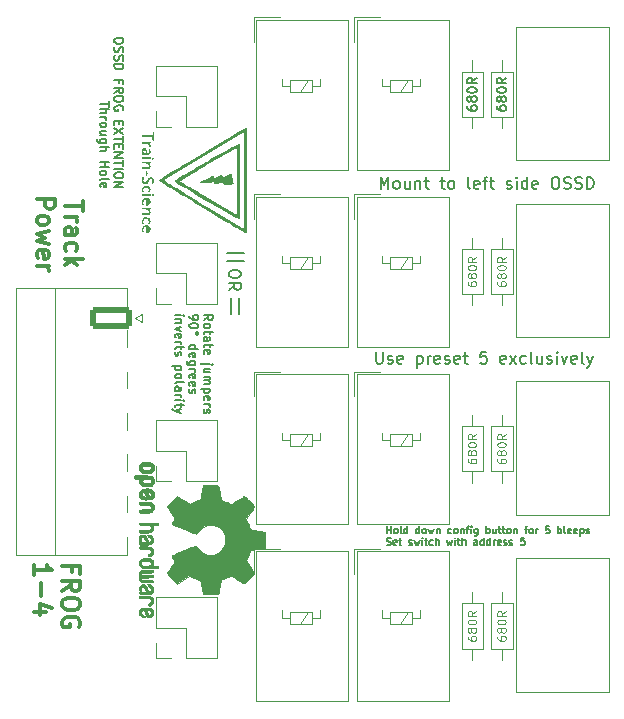
<source format=gbr>
%TF.GenerationSoftware,KiCad,Pcbnew,8.0.5*%
%TF.CreationDate,2025-06-13T10:46:21+02:00*%
%TF.ProjectId,elektroFrogExtensionTHT,656c656b-7472-46f4-9672-6f6745787465,rev?*%
%TF.SameCoordinates,Original*%
%TF.FileFunction,Legend,Top*%
%TF.FilePolarity,Positive*%
%FSLAX46Y46*%
G04 Gerber Fmt 4.6, Leading zero omitted, Abs format (unit mm)*
G04 Created by KiCad (PCBNEW 8.0.5) date 2025-06-13 10:46:21*
%MOMM*%
%LPD*%
G01*
G04 APERTURE LIST*
G04 Aperture macros list*
%AMRoundRect*
0 Rectangle with rounded corners*
0 $1 Rounding radius*
0 $2 $3 $4 $5 $6 $7 $8 $9 X,Y pos of 4 corners*
0 Add a 4 corners polygon primitive as box body*
4,1,4,$2,$3,$4,$5,$6,$7,$8,$9,$2,$3,0*
0 Add four circle primitives for the rounded corners*
1,1,$1+$1,$2,$3*
1,1,$1+$1,$4,$5*
1,1,$1+$1,$6,$7*
1,1,$1+$1,$8,$9*
0 Add four rect primitives between the rounded corners*
20,1,$1+$1,$2,$3,$4,$5,0*
20,1,$1+$1,$4,$5,$6,$7,0*
20,1,$1+$1,$6,$7,$8,$9,0*
20,1,$1+$1,$8,$9,$2,$3,0*%
G04 Aperture macros list end*
%ADD10C,0.150000*%
%ADD11C,0.300000*%
%ADD12C,0.108000*%
%ADD13C,0.120000*%
%ADD14C,0.100000*%
%ADD15C,0.010000*%
%ADD16C,0.000000*%
%ADD17R,2.000000X2.000000*%
%ADD18C,2.000000*%
%ADD19C,2.200000*%
%ADD20C,1.400000*%
%ADD21O,1.400000X1.400000*%
%ADD22R,1.700000X1.700000*%
%ADD23O,1.700000X1.700000*%
%ADD24RoundRect,0.250000X-1.550000X0.650000X-1.550000X-0.650000X1.550000X-0.650000X1.550000X0.650000X0*%
%ADD25O,3.600000X1.800000*%
%ADD26C,3.200000*%
G04 APERTURE END LIST*
D10*
X210248500Y-97028000D02*
X211645500Y-97028000D01*
X211201000Y-102198500D02*
X211201000Y-100801500D01*
X210566000Y-102198500D02*
X210566000Y-100801500D01*
X210248500Y-97663000D02*
X211645500Y-97663000D01*
X222836779Y-105369819D02*
X222836779Y-106179342D01*
X222836779Y-106179342D02*
X222884398Y-106274580D01*
X222884398Y-106274580D02*
X222932017Y-106322200D01*
X222932017Y-106322200D02*
X223027255Y-106369819D01*
X223027255Y-106369819D02*
X223217731Y-106369819D01*
X223217731Y-106369819D02*
X223312969Y-106322200D01*
X223312969Y-106322200D02*
X223360588Y-106274580D01*
X223360588Y-106274580D02*
X223408207Y-106179342D01*
X223408207Y-106179342D02*
X223408207Y-105369819D01*
X223836779Y-106322200D02*
X223932017Y-106369819D01*
X223932017Y-106369819D02*
X224122493Y-106369819D01*
X224122493Y-106369819D02*
X224217731Y-106322200D01*
X224217731Y-106322200D02*
X224265350Y-106226961D01*
X224265350Y-106226961D02*
X224265350Y-106179342D01*
X224265350Y-106179342D02*
X224217731Y-106084104D01*
X224217731Y-106084104D02*
X224122493Y-106036485D01*
X224122493Y-106036485D02*
X223979636Y-106036485D01*
X223979636Y-106036485D02*
X223884398Y-105988866D01*
X223884398Y-105988866D02*
X223836779Y-105893628D01*
X223836779Y-105893628D02*
X223836779Y-105846009D01*
X223836779Y-105846009D02*
X223884398Y-105750771D01*
X223884398Y-105750771D02*
X223979636Y-105703152D01*
X223979636Y-105703152D02*
X224122493Y-105703152D01*
X224122493Y-105703152D02*
X224217731Y-105750771D01*
X225074874Y-106322200D02*
X224979636Y-106369819D01*
X224979636Y-106369819D02*
X224789160Y-106369819D01*
X224789160Y-106369819D02*
X224693922Y-106322200D01*
X224693922Y-106322200D02*
X224646303Y-106226961D01*
X224646303Y-106226961D02*
X224646303Y-105846009D01*
X224646303Y-105846009D02*
X224693922Y-105750771D01*
X224693922Y-105750771D02*
X224789160Y-105703152D01*
X224789160Y-105703152D02*
X224979636Y-105703152D01*
X224979636Y-105703152D02*
X225074874Y-105750771D01*
X225074874Y-105750771D02*
X225122493Y-105846009D01*
X225122493Y-105846009D02*
X225122493Y-105941247D01*
X225122493Y-105941247D02*
X224646303Y-106036485D01*
X226312970Y-105703152D02*
X226312970Y-106703152D01*
X226312970Y-105750771D02*
X226408208Y-105703152D01*
X226408208Y-105703152D02*
X226598684Y-105703152D01*
X226598684Y-105703152D02*
X226693922Y-105750771D01*
X226693922Y-105750771D02*
X226741541Y-105798390D01*
X226741541Y-105798390D02*
X226789160Y-105893628D01*
X226789160Y-105893628D02*
X226789160Y-106179342D01*
X226789160Y-106179342D02*
X226741541Y-106274580D01*
X226741541Y-106274580D02*
X226693922Y-106322200D01*
X226693922Y-106322200D02*
X226598684Y-106369819D01*
X226598684Y-106369819D02*
X226408208Y-106369819D01*
X226408208Y-106369819D02*
X226312970Y-106322200D01*
X227217732Y-106369819D02*
X227217732Y-105703152D01*
X227217732Y-105893628D02*
X227265351Y-105798390D01*
X227265351Y-105798390D02*
X227312970Y-105750771D01*
X227312970Y-105750771D02*
X227408208Y-105703152D01*
X227408208Y-105703152D02*
X227503446Y-105703152D01*
X228217732Y-106322200D02*
X228122494Y-106369819D01*
X228122494Y-106369819D02*
X227932018Y-106369819D01*
X227932018Y-106369819D02*
X227836780Y-106322200D01*
X227836780Y-106322200D02*
X227789161Y-106226961D01*
X227789161Y-106226961D02*
X227789161Y-105846009D01*
X227789161Y-105846009D02*
X227836780Y-105750771D01*
X227836780Y-105750771D02*
X227932018Y-105703152D01*
X227932018Y-105703152D02*
X228122494Y-105703152D01*
X228122494Y-105703152D02*
X228217732Y-105750771D01*
X228217732Y-105750771D02*
X228265351Y-105846009D01*
X228265351Y-105846009D02*
X228265351Y-105941247D01*
X228265351Y-105941247D02*
X227789161Y-106036485D01*
X228646304Y-106322200D02*
X228741542Y-106369819D01*
X228741542Y-106369819D02*
X228932018Y-106369819D01*
X228932018Y-106369819D02*
X229027256Y-106322200D01*
X229027256Y-106322200D02*
X229074875Y-106226961D01*
X229074875Y-106226961D02*
X229074875Y-106179342D01*
X229074875Y-106179342D02*
X229027256Y-106084104D01*
X229027256Y-106084104D02*
X228932018Y-106036485D01*
X228932018Y-106036485D02*
X228789161Y-106036485D01*
X228789161Y-106036485D02*
X228693923Y-105988866D01*
X228693923Y-105988866D02*
X228646304Y-105893628D01*
X228646304Y-105893628D02*
X228646304Y-105846009D01*
X228646304Y-105846009D02*
X228693923Y-105750771D01*
X228693923Y-105750771D02*
X228789161Y-105703152D01*
X228789161Y-105703152D02*
X228932018Y-105703152D01*
X228932018Y-105703152D02*
X229027256Y-105750771D01*
X229884399Y-106322200D02*
X229789161Y-106369819D01*
X229789161Y-106369819D02*
X229598685Y-106369819D01*
X229598685Y-106369819D02*
X229503447Y-106322200D01*
X229503447Y-106322200D02*
X229455828Y-106226961D01*
X229455828Y-106226961D02*
X229455828Y-105846009D01*
X229455828Y-105846009D02*
X229503447Y-105750771D01*
X229503447Y-105750771D02*
X229598685Y-105703152D01*
X229598685Y-105703152D02*
X229789161Y-105703152D01*
X229789161Y-105703152D02*
X229884399Y-105750771D01*
X229884399Y-105750771D02*
X229932018Y-105846009D01*
X229932018Y-105846009D02*
X229932018Y-105941247D01*
X229932018Y-105941247D02*
X229455828Y-106036485D01*
X230217733Y-105703152D02*
X230598685Y-105703152D01*
X230360590Y-105369819D02*
X230360590Y-106226961D01*
X230360590Y-106226961D02*
X230408209Y-106322200D01*
X230408209Y-106322200D02*
X230503447Y-106369819D01*
X230503447Y-106369819D02*
X230598685Y-106369819D01*
X232170114Y-105369819D02*
X231693924Y-105369819D01*
X231693924Y-105369819D02*
X231646305Y-105846009D01*
X231646305Y-105846009D02*
X231693924Y-105798390D01*
X231693924Y-105798390D02*
X231789162Y-105750771D01*
X231789162Y-105750771D02*
X232027257Y-105750771D01*
X232027257Y-105750771D02*
X232122495Y-105798390D01*
X232122495Y-105798390D02*
X232170114Y-105846009D01*
X232170114Y-105846009D02*
X232217733Y-105941247D01*
X232217733Y-105941247D02*
X232217733Y-106179342D01*
X232217733Y-106179342D02*
X232170114Y-106274580D01*
X232170114Y-106274580D02*
X232122495Y-106322200D01*
X232122495Y-106322200D02*
X232027257Y-106369819D01*
X232027257Y-106369819D02*
X231789162Y-106369819D01*
X231789162Y-106369819D02*
X231693924Y-106322200D01*
X231693924Y-106322200D02*
X231646305Y-106274580D01*
X233789162Y-106322200D02*
X233693924Y-106369819D01*
X233693924Y-106369819D02*
X233503448Y-106369819D01*
X233503448Y-106369819D02*
X233408210Y-106322200D01*
X233408210Y-106322200D02*
X233360591Y-106226961D01*
X233360591Y-106226961D02*
X233360591Y-105846009D01*
X233360591Y-105846009D02*
X233408210Y-105750771D01*
X233408210Y-105750771D02*
X233503448Y-105703152D01*
X233503448Y-105703152D02*
X233693924Y-105703152D01*
X233693924Y-105703152D02*
X233789162Y-105750771D01*
X233789162Y-105750771D02*
X233836781Y-105846009D01*
X233836781Y-105846009D02*
X233836781Y-105941247D01*
X233836781Y-105941247D02*
X233360591Y-106036485D01*
X234170115Y-106369819D02*
X234693924Y-105703152D01*
X234170115Y-105703152D02*
X234693924Y-106369819D01*
X235503448Y-106322200D02*
X235408210Y-106369819D01*
X235408210Y-106369819D02*
X235217734Y-106369819D01*
X235217734Y-106369819D02*
X235122496Y-106322200D01*
X235122496Y-106322200D02*
X235074877Y-106274580D01*
X235074877Y-106274580D02*
X235027258Y-106179342D01*
X235027258Y-106179342D02*
X235027258Y-105893628D01*
X235027258Y-105893628D02*
X235074877Y-105798390D01*
X235074877Y-105798390D02*
X235122496Y-105750771D01*
X235122496Y-105750771D02*
X235217734Y-105703152D01*
X235217734Y-105703152D02*
X235408210Y-105703152D01*
X235408210Y-105703152D02*
X235503448Y-105750771D01*
X236074877Y-106369819D02*
X235979639Y-106322200D01*
X235979639Y-106322200D02*
X235932020Y-106226961D01*
X235932020Y-106226961D02*
X235932020Y-105369819D01*
X236884401Y-105703152D02*
X236884401Y-106369819D01*
X236455830Y-105703152D02*
X236455830Y-106226961D01*
X236455830Y-106226961D02*
X236503449Y-106322200D01*
X236503449Y-106322200D02*
X236598687Y-106369819D01*
X236598687Y-106369819D02*
X236741544Y-106369819D01*
X236741544Y-106369819D02*
X236836782Y-106322200D01*
X236836782Y-106322200D02*
X236884401Y-106274580D01*
X237312973Y-106322200D02*
X237408211Y-106369819D01*
X237408211Y-106369819D02*
X237598687Y-106369819D01*
X237598687Y-106369819D02*
X237693925Y-106322200D01*
X237693925Y-106322200D02*
X237741544Y-106226961D01*
X237741544Y-106226961D02*
X237741544Y-106179342D01*
X237741544Y-106179342D02*
X237693925Y-106084104D01*
X237693925Y-106084104D02*
X237598687Y-106036485D01*
X237598687Y-106036485D02*
X237455830Y-106036485D01*
X237455830Y-106036485D02*
X237360592Y-105988866D01*
X237360592Y-105988866D02*
X237312973Y-105893628D01*
X237312973Y-105893628D02*
X237312973Y-105846009D01*
X237312973Y-105846009D02*
X237360592Y-105750771D01*
X237360592Y-105750771D02*
X237455830Y-105703152D01*
X237455830Y-105703152D02*
X237598687Y-105703152D01*
X237598687Y-105703152D02*
X237693925Y-105750771D01*
X238170116Y-106369819D02*
X238170116Y-105703152D01*
X238170116Y-105369819D02*
X238122497Y-105417438D01*
X238122497Y-105417438D02*
X238170116Y-105465057D01*
X238170116Y-105465057D02*
X238217735Y-105417438D01*
X238217735Y-105417438D02*
X238170116Y-105369819D01*
X238170116Y-105369819D02*
X238170116Y-105465057D01*
X238551068Y-105703152D02*
X238789163Y-106369819D01*
X238789163Y-106369819D02*
X239027258Y-105703152D01*
X239789163Y-106322200D02*
X239693925Y-106369819D01*
X239693925Y-106369819D02*
X239503449Y-106369819D01*
X239503449Y-106369819D02*
X239408211Y-106322200D01*
X239408211Y-106322200D02*
X239360592Y-106226961D01*
X239360592Y-106226961D02*
X239360592Y-105846009D01*
X239360592Y-105846009D02*
X239408211Y-105750771D01*
X239408211Y-105750771D02*
X239503449Y-105703152D01*
X239503449Y-105703152D02*
X239693925Y-105703152D01*
X239693925Y-105703152D02*
X239789163Y-105750771D01*
X239789163Y-105750771D02*
X239836782Y-105846009D01*
X239836782Y-105846009D02*
X239836782Y-105941247D01*
X239836782Y-105941247D02*
X239360592Y-106036485D01*
X240408211Y-106369819D02*
X240312973Y-106322200D01*
X240312973Y-106322200D02*
X240265354Y-106226961D01*
X240265354Y-106226961D02*
X240265354Y-105369819D01*
X240693926Y-105703152D02*
X240932021Y-106369819D01*
X241170116Y-105703152D02*
X240932021Y-106369819D01*
X240932021Y-106369819D02*
X240836783Y-106607914D01*
X240836783Y-106607914D02*
X240789164Y-106655533D01*
X240789164Y-106655533D02*
X240693926Y-106703152D01*
X211376817Y-98687791D02*
X211376817Y-98878267D01*
X211376817Y-98878267D02*
X211329198Y-98973505D01*
X211329198Y-98973505D02*
X211233960Y-99068743D01*
X211233960Y-99068743D02*
X211043484Y-99116362D01*
X211043484Y-99116362D02*
X210710151Y-99116362D01*
X210710151Y-99116362D02*
X210519675Y-99068743D01*
X210519675Y-99068743D02*
X210424437Y-98973505D01*
X210424437Y-98973505D02*
X210376817Y-98878267D01*
X210376817Y-98878267D02*
X210376817Y-98687791D01*
X210376817Y-98687791D02*
X210424437Y-98592553D01*
X210424437Y-98592553D02*
X210519675Y-98497315D01*
X210519675Y-98497315D02*
X210710151Y-98449696D01*
X210710151Y-98449696D02*
X211043484Y-98449696D01*
X211043484Y-98449696D02*
X211233960Y-98497315D01*
X211233960Y-98497315D02*
X211329198Y-98592553D01*
X211329198Y-98592553D02*
X211376817Y-98687791D01*
X210376817Y-100116362D02*
X210853008Y-99783029D01*
X210376817Y-99544934D02*
X211376817Y-99544934D01*
X211376817Y-99544934D02*
X211376817Y-99925886D01*
X211376817Y-99925886D02*
X211329198Y-100021124D01*
X211329198Y-100021124D02*
X211281579Y-100068743D01*
X211281579Y-100068743D02*
X211186341Y-100116362D01*
X211186341Y-100116362D02*
X211043484Y-100116362D01*
X211043484Y-100116362D02*
X210948246Y-100068743D01*
X210948246Y-100068743D02*
X210900627Y-100021124D01*
X210900627Y-100021124D02*
X210853008Y-99925886D01*
X210853008Y-99925886D02*
X210853008Y-99544934D01*
X223221779Y-91563819D02*
X223221779Y-90563819D01*
X223221779Y-90563819D02*
X223555112Y-91278104D01*
X223555112Y-91278104D02*
X223888445Y-90563819D01*
X223888445Y-90563819D02*
X223888445Y-91563819D01*
X224507493Y-91563819D02*
X224412255Y-91516200D01*
X224412255Y-91516200D02*
X224364636Y-91468580D01*
X224364636Y-91468580D02*
X224317017Y-91373342D01*
X224317017Y-91373342D02*
X224317017Y-91087628D01*
X224317017Y-91087628D02*
X224364636Y-90992390D01*
X224364636Y-90992390D02*
X224412255Y-90944771D01*
X224412255Y-90944771D02*
X224507493Y-90897152D01*
X224507493Y-90897152D02*
X224650350Y-90897152D01*
X224650350Y-90897152D02*
X224745588Y-90944771D01*
X224745588Y-90944771D02*
X224793207Y-90992390D01*
X224793207Y-90992390D02*
X224840826Y-91087628D01*
X224840826Y-91087628D02*
X224840826Y-91373342D01*
X224840826Y-91373342D02*
X224793207Y-91468580D01*
X224793207Y-91468580D02*
X224745588Y-91516200D01*
X224745588Y-91516200D02*
X224650350Y-91563819D01*
X224650350Y-91563819D02*
X224507493Y-91563819D01*
X225697969Y-90897152D02*
X225697969Y-91563819D01*
X225269398Y-90897152D02*
X225269398Y-91420961D01*
X225269398Y-91420961D02*
X225317017Y-91516200D01*
X225317017Y-91516200D02*
X225412255Y-91563819D01*
X225412255Y-91563819D02*
X225555112Y-91563819D01*
X225555112Y-91563819D02*
X225650350Y-91516200D01*
X225650350Y-91516200D02*
X225697969Y-91468580D01*
X226174160Y-90897152D02*
X226174160Y-91563819D01*
X226174160Y-90992390D02*
X226221779Y-90944771D01*
X226221779Y-90944771D02*
X226317017Y-90897152D01*
X226317017Y-90897152D02*
X226459874Y-90897152D01*
X226459874Y-90897152D02*
X226555112Y-90944771D01*
X226555112Y-90944771D02*
X226602731Y-91040009D01*
X226602731Y-91040009D02*
X226602731Y-91563819D01*
X226936065Y-90897152D02*
X227317017Y-90897152D01*
X227078922Y-90563819D02*
X227078922Y-91420961D01*
X227078922Y-91420961D02*
X227126541Y-91516200D01*
X227126541Y-91516200D02*
X227221779Y-91563819D01*
X227221779Y-91563819D02*
X227317017Y-91563819D01*
X228269399Y-90897152D02*
X228650351Y-90897152D01*
X228412256Y-90563819D02*
X228412256Y-91420961D01*
X228412256Y-91420961D02*
X228459875Y-91516200D01*
X228459875Y-91516200D02*
X228555113Y-91563819D01*
X228555113Y-91563819D02*
X228650351Y-91563819D01*
X229126542Y-91563819D02*
X229031304Y-91516200D01*
X229031304Y-91516200D02*
X228983685Y-91468580D01*
X228983685Y-91468580D02*
X228936066Y-91373342D01*
X228936066Y-91373342D02*
X228936066Y-91087628D01*
X228936066Y-91087628D02*
X228983685Y-90992390D01*
X228983685Y-90992390D02*
X229031304Y-90944771D01*
X229031304Y-90944771D02*
X229126542Y-90897152D01*
X229126542Y-90897152D02*
X229269399Y-90897152D01*
X229269399Y-90897152D02*
X229364637Y-90944771D01*
X229364637Y-90944771D02*
X229412256Y-90992390D01*
X229412256Y-90992390D02*
X229459875Y-91087628D01*
X229459875Y-91087628D02*
X229459875Y-91373342D01*
X229459875Y-91373342D02*
X229412256Y-91468580D01*
X229412256Y-91468580D02*
X229364637Y-91516200D01*
X229364637Y-91516200D02*
X229269399Y-91563819D01*
X229269399Y-91563819D02*
X229126542Y-91563819D01*
X230793209Y-91563819D02*
X230697971Y-91516200D01*
X230697971Y-91516200D02*
X230650352Y-91420961D01*
X230650352Y-91420961D02*
X230650352Y-90563819D01*
X231555114Y-91516200D02*
X231459876Y-91563819D01*
X231459876Y-91563819D02*
X231269400Y-91563819D01*
X231269400Y-91563819D02*
X231174162Y-91516200D01*
X231174162Y-91516200D02*
X231126543Y-91420961D01*
X231126543Y-91420961D02*
X231126543Y-91040009D01*
X231126543Y-91040009D02*
X231174162Y-90944771D01*
X231174162Y-90944771D02*
X231269400Y-90897152D01*
X231269400Y-90897152D02*
X231459876Y-90897152D01*
X231459876Y-90897152D02*
X231555114Y-90944771D01*
X231555114Y-90944771D02*
X231602733Y-91040009D01*
X231602733Y-91040009D02*
X231602733Y-91135247D01*
X231602733Y-91135247D02*
X231126543Y-91230485D01*
X231888448Y-90897152D02*
X232269400Y-90897152D01*
X232031305Y-91563819D02*
X232031305Y-90706676D01*
X232031305Y-90706676D02*
X232078924Y-90611438D01*
X232078924Y-90611438D02*
X232174162Y-90563819D01*
X232174162Y-90563819D02*
X232269400Y-90563819D01*
X232459877Y-90897152D02*
X232840829Y-90897152D01*
X232602734Y-90563819D02*
X232602734Y-91420961D01*
X232602734Y-91420961D02*
X232650353Y-91516200D01*
X232650353Y-91516200D02*
X232745591Y-91563819D01*
X232745591Y-91563819D02*
X232840829Y-91563819D01*
X233888449Y-91516200D02*
X233983687Y-91563819D01*
X233983687Y-91563819D02*
X234174163Y-91563819D01*
X234174163Y-91563819D02*
X234269401Y-91516200D01*
X234269401Y-91516200D02*
X234317020Y-91420961D01*
X234317020Y-91420961D02*
X234317020Y-91373342D01*
X234317020Y-91373342D02*
X234269401Y-91278104D01*
X234269401Y-91278104D02*
X234174163Y-91230485D01*
X234174163Y-91230485D02*
X234031306Y-91230485D01*
X234031306Y-91230485D02*
X233936068Y-91182866D01*
X233936068Y-91182866D02*
X233888449Y-91087628D01*
X233888449Y-91087628D02*
X233888449Y-91040009D01*
X233888449Y-91040009D02*
X233936068Y-90944771D01*
X233936068Y-90944771D02*
X234031306Y-90897152D01*
X234031306Y-90897152D02*
X234174163Y-90897152D01*
X234174163Y-90897152D02*
X234269401Y-90944771D01*
X234745592Y-91563819D02*
X234745592Y-90897152D01*
X234745592Y-90563819D02*
X234697973Y-90611438D01*
X234697973Y-90611438D02*
X234745592Y-90659057D01*
X234745592Y-90659057D02*
X234793211Y-90611438D01*
X234793211Y-90611438D02*
X234745592Y-90563819D01*
X234745592Y-90563819D02*
X234745592Y-90659057D01*
X235650353Y-91563819D02*
X235650353Y-90563819D01*
X235650353Y-91516200D02*
X235555115Y-91563819D01*
X235555115Y-91563819D02*
X235364639Y-91563819D01*
X235364639Y-91563819D02*
X235269401Y-91516200D01*
X235269401Y-91516200D02*
X235221782Y-91468580D01*
X235221782Y-91468580D02*
X235174163Y-91373342D01*
X235174163Y-91373342D02*
X235174163Y-91087628D01*
X235174163Y-91087628D02*
X235221782Y-90992390D01*
X235221782Y-90992390D02*
X235269401Y-90944771D01*
X235269401Y-90944771D02*
X235364639Y-90897152D01*
X235364639Y-90897152D02*
X235555115Y-90897152D01*
X235555115Y-90897152D02*
X235650353Y-90944771D01*
X236507496Y-91516200D02*
X236412258Y-91563819D01*
X236412258Y-91563819D02*
X236221782Y-91563819D01*
X236221782Y-91563819D02*
X236126544Y-91516200D01*
X236126544Y-91516200D02*
X236078925Y-91420961D01*
X236078925Y-91420961D02*
X236078925Y-91040009D01*
X236078925Y-91040009D02*
X236126544Y-90944771D01*
X236126544Y-90944771D02*
X236221782Y-90897152D01*
X236221782Y-90897152D02*
X236412258Y-90897152D01*
X236412258Y-90897152D02*
X236507496Y-90944771D01*
X236507496Y-90944771D02*
X236555115Y-91040009D01*
X236555115Y-91040009D02*
X236555115Y-91135247D01*
X236555115Y-91135247D02*
X236078925Y-91230485D01*
X237936068Y-90563819D02*
X238126544Y-90563819D01*
X238126544Y-90563819D02*
X238221782Y-90611438D01*
X238221782Y-90611438D02*
X238317020Y-90706676D01*
X238317020Y-90706676D02*
X238364639Y-90897152D01*
X238364639Y-90897152D02*
X238364639Y-91230485D01*
X238364639Y-91230485D02*
X238317020Y-91420961D01*
X238317020Y-91420961D02*
X238221782Y-91516200D01*
X238221782Y-91516200D02*
X238126544Y-91563819D01*
X238126544Y-91563819D02*
X237936068Y-91563819D01*
X237936068Y-91563819D02*
X237840830Y-91516200D01*
X237840830Y-91516200D02*
X237745592Y-91420961D01*
X237745592Y-91420961D02*
X237697973Y-91230485D01*
X237697973Y-91230485D02*
X237697973Y-90897152D01*
X237697973Y-90897152D02*
X237745592Y-90706676D01*
X237745592Y-90706676D02*
X237840830Y-90611438D01*
X237840830Y-90611438D02*
X237936068Y-90563819D01*
X238745592Y-91516200D02*
X238888449Y-91563819D01*
X238888449Y-91563819D02*
X239126544Y-91563819D01*
X239126544Y-91563819D02*
X239221782Y-91516200D01*
X239221782Y-91516200D02*
X239269401Y-91468580D01*
X239269401Y-91468580D02*
X239317020Y-91373342D01*
X239317020Y-91373342D02*
X239317020Y-91278104D01*
X239317020Y-91278104D02*
X239269401Y-91182866D01*
X239269401Y-91182866D02*
X239221782Y-91135247D01*
X239221782Y-91135247D02*
X239126544Y-91087628D01*
X239126544Y-91087628D02*
X238936068Y-91040009D01*
X238936068Y-91040009D02*
X238840830Y-90992390D01*
X238840830Y-90992390D02*
X238793211Y-90944771D01*
X238793211Y-90944771D02*
X238745592Y-90849533D01*
X238745592Y-90849533D02*
X238745592Y-90754295D01*
X238745592Y-90754295D02*
X238793211Y-90659057D01*
X238793211Y-90659057D02*
X238840830Y-90611438D01*
X238840830Y-90611438D02*
X238936068Y-90563819D01*
X238936068Y-90563819D02*
X239174163Y-90563819D01*
X239174163Y-90563819D02*
X239317020Y-90611438D01*
X239697973Y-91516200D02*
X239840830Y-91563819D01*
X239840830Y-91563819D02*
X240078925Y-91563819D01*
X240078925Y-91563819D02*
X240174163Y-91516200D01*
X240174163Y-91516200D02*
X240221782Y-91468580D01*
X240221782Y-91468580D02*
X240269401Y-91373342D01*
X240269401Y-91373342D02*
X240269401Y-91278104D01*
X240269401Y-91278104D02*
X240221782Y-91182866D01*
X240221782Y-91182866D02*
X240174163Y-91135247D01*
X240174163Y-91135247D02*
X240078925Y-91087628D01*
X240078925Y-91087628D02*
X239888449Y-91040009D01*
X239888449Y-91040009D02*
X239793211Y-90992390D01*
X239793211Y-90992390D02*
X239745592Y-90944771D01*
X239745592Y-90944771D02*
X239697973Y-90849533D01*
X239697973Y-90849533D02*
X239697973Y-90754295D01*
X239697973Y-90754295D02*
X239745592Y-90659057D01*
X239745592Y-90659057D02*
X239793211Y-90611438D01*
X239793211Y-90611438D02*
X239888449Y-90563819D01*
X239888449Y-90563819D02*
X240126544Y-90563819D01*
X240126544Y-90563819D02*
X240269401Y-90611438D01*
X240697973Y-91563819D02*
X240697973Y-90563819D01*
X240697973Y-90563819D02*
X240936068Y-90563819D01*
X240936068Y-90563819D02*
X241078925Y-90611438D01*
X241078925Y-90611438D02*
X241174163Y-90706676D01*
X241174163Y-90706676D02*
X241221782Y-90801914D01*
X241221782Y-90801914D02*
X241269401Y-90992390D01*
X241269401Y-90992390D02*
X241269401Y-91135247D01*
X241269401Y-91135247D02*
X241221782Y-91325723D01*
X241221782Y-91325723D02*
X241174163Y-91420961D01*
X241174163Y-91420961D02*
X241078925Y-91516200D01*
X241078925Y-91516200D02*
X240936068Y-91563819D01*
X240936068Y-91563819D02*
X240697973Y-91563819D01*
X223761541Y-120745805D02*
X223761541Y-120145805D01*
X223761541Y-120431519D02*
X224104398Y-120431519D01*
X224104398Y-120745805D02*
X224104398Y-120145805D01*
X224475826Y-120745805D02*
X224418683Y-120717234D01*
X224418683Y-120717234D02*
X224390112Y-120688662D01*
X224390112Y-120688662D02*
X224361540Y-120631519D01*
X224361540Y-120631519D02*
X224361540Y-120460091D01*
X224361540Y-120460091D02*
X224390112Y-120402948D01*
X224390112Y-120402948D02*
X224418683Y-120374376D01*
X224418683Y-120374376D02*
X224475826Y-120345805D01*
X224475826Y-120345805D02*
X224561540Y-120345805D01*
X224561540Y-120345805D02*
X224618683Y-120374376D01*
X224618683Y-120374376D02*
X224647255Y-120402948D01*
X224647255Y-120402948D02*
X224675826Y-120460091D01*
X224675826Y-120460091D02*
X224675826Y-120631519D01*
X224675826Y-120631519D02*
X224647255Y-120688662D01*
X224647255Y-120688662D02*
X224618683Y-120717234D01*
X224618683Y-120717234D02*
X224561540Y-120745805D01*
X224561540Y-120745805D02*
X224475826Y-120745805D01*
X225018683Y-120745805D02*
X224961540Y-120717234D01*
X224961540Y-120717234D02*
X224932969Y-120660091D01*
X224932969Y-120660091D02*
X224932969Y-120145805D01*
X225504398Y-120745805D02*
X225504398Y-120145805D01*
X225504398Y-120717234D02*
X225447255Y-120745805D01*
X225447255Y-120745805D02*
X225332969Y-120745805D01*
X225332969Y-120745805D02*
X225275826Y-120717234D01*
X225275826Y-120717234D02*
X225247255Y-120688662D01*
X225247255Y-120688662D02*
X225218683Y-120631519D01*
X225218683Y-120631519D02*
X225218683Y-120460091D01*
X225218683Y-120460091D02*
X225247255Y-120402948D01*
X225247255Y-120402948D02*
X225275826Y-120374376D01*
X225275826Y-120374376D02*
X225332969Y-120345805D01*
X225332969Y-120345805D02*
X225447255Y-120345805D01*
X225447255Y-120345805D02*
X225504398Y-120374376D01*
X226504398Y-120745805D02*
X226504398Y-120145805D01*
X226504398Y-120717234D02*
X226447255Y-120745805D01*
X226447255Y-120745805D02*
X226332969Y-120745805D01*
X226332969Y-120745805D02*
X226275826Y-120717234D01*
X226275826Y-120717234D02*
X226247255Y-120688662D01*
X226247255Y-120688662D02*
X226218683Y-120631519D01*
X226218683Y-120631519D02*
X226218683Y-120460091D01*
X226218683Y-120460091D02*
X226247255Y-120402948D01*
X226247255Y-120402948D02*
X226275826Y-120374376D01*
X226275826Y-120374376D02*
X226332969Y-120345805D01*
X226332969Y-120345805D02*
X226447255Y-120345805D01*
X226447255Y-120345805D02*
X226504398Y-120374376D01*
X226875826Y-120745805D02*
X226818683Y-120717234D01*
X226818683Y-120717234D02*
X226790112Y-120688662D01*
X226790112Y-120688662D02*
X226761540Y-120631519D01*
X226761540Y-120631519D02*
X226761540Y-120460091D01*
X226761540Y-120460091D02*
X226790112Y-120402948D01*
X226790112Y-120402948D02*
X226818683Y-120374376D01*
X226818683Y-120374376D02*
X226875826Y-120345805D01*
X226875826Y-120345805D02*
X226961540Y-120345805D01*
X226961540Y-120345805D02*
X227018683Y-120374376D01*
X227018683Y-120374376D02*
X227047255Y-120402948D01*
X227047255Y-120402948D02*
X227075826Y-120460091D01*
X227075826Y-120460091D02*
X227075826Y-120631519D01*
X227075826Y-120631519D02*
X227047255Y-120688662D01*
X227047255Y-120688662D02*
X227018683Y-120717234D01*
X227018683Y-120717234D02*
X226961540Y-120745805D01*
X226961540Y-120745805D02*
X226875826Y-120745805D01*
X227275826Y-120345805D02*
X227390112Y-120745805D01*
X227390112Y-120745805D02*
X227504397Y-120460091D01*
X227504397Y-120460091D02*
X227618683Y-120745805D01*
X227618683Y-120745805D02*
X227732969Y-120345805D01*
X227961540Y-120345805D02*
X227961540Y-120745805D01*
X227961540Y-120402948D02*
X227990111Y-120374376D01*
X227990111Y-120374376D02*
X228047254Y-120345805D01*
X228047254Y-120345805D02*
X228132968Y-120345805D01*
X228132968Y-120345805D02*
X228190111Y-120374376D01*
X228190111Y-120374376D02*
X228218683Y-120431519D01*
X228218683Y-120431519D02*
X228218683Y-120745805D01*
X229218683Y-120717234D02*
X229161540Y-120745805D01*
X229161540Y-120745805D02*
X229047254Y-120745805D01*
X229047254Y-120745805D02*
X228990111Y-120717234D01*
X228990111Y-120717234D02*
X228961540Y-120688662D01*
X228961540Y-120688662D02*
X228932968Y-120631519D01*
X228932968Y-120631519D02*
X228932968Y-120460091D01*
X228932968Y-120460091D02*
X228961540Y-120402948D01*
X228961540Y-120402948D02*
X228990111Y-120374376D01*
X228990111Y-120374376D02*
X229047254Y-120345805D01*
X229047254Y-120345805D02*
X229161540Y-120345805D01*
X229161540Y-120345805D02*
X229218683Y-120374376D01*
X229561540Y-120745805D02*
X229504397Y-120717234D01*
X229504397Y-120717234D02*
X229475826Y-120688662D01*
X229475826Y-120688662D02*
X229447254Y-120631519D01*
X229447254Y-120631519D02*
X229447254Y-120460091D01*
X229447254Y-120460091D02*
X229475826Y-120402948D01*
X229475826Y-120402948D02*
X229504397Y-120374376D01*
X229504397Y-120374376D02*
X229561540Y-120345805D01*
X229561540Y-120345805D02*
X229647254Y-120345805D01*
X229647254Y-120345805D02*
X229704397Y-120374376D01*
X229704397Y-120374376D02*
X229732969Y-120402948D01*
X229732969Y-120402948D02*
X229761540Y-120460091D01*
X229761540Y-120460091D02*
X229761540Y-120631519D01*
X229761540Y-120631519D02*
X229732969Y-120688662D01*
X229732969Y-120688662D02*
X229704397Y-120717234D01*
X229704397Y-120717234D02*
X229647254Y-120745805D01*
X229647254Y-120745805D02*
X229561540Y-120745805D01*
X230018683Y-120345805D02*
X230018683Y-120745805D01*
X230018683Y-120402948D02*
X230047254Y-120374376D01*
X230047254Y-120374376D02*
X230104397Y-120345805D01*
X230104397Y-120345805D02*
X230190111Y-120345805D01*
X230190111Y-120345805D02*
X230247254Y-120374376D01*
X230247254Y-120374376D02*
X230275826Y-120431519D01*
X230275826Y-120431519D02*
X230275826Y-120745805D01*
X230475825Y-120345805D02*
X230704397Y-120345805D01*
X230561540Y-120745805D02*
X230561540Y-120231519D01*
X230561540Y-120231519D02*
X230590111Y-120174376D01*
X230590111Y-120174376D02*
X230647254Y-120145805D01*
X230647254Y-120145805D02*
X230704397Y-120145805D01*
X230904397Y-120745805D02*
X230904397Y-120345805D01*
X230904397Y-120145805D02*
X230875825Y-120174376D01*
X230875825Y-120174376D02*
X230904397Y-120202948D01*
X230904397Y-120202948D02*
X230932968Y-120174376D01*
X230932968Y-120174376D02*
X230904397Y-120145805D01*
X230904397Y-120145805D02*
X230904397Y-120202948D01*
X231447254Y-120345805D02*
X231447254Y-120831519D01*
X231447254Y-120831519D02*
X231418682Y-120888662D01*
X231418682Y-120888662D02*
X231390111Y-120917234D01*
X231390111Y-120917234D02*
X231332968Y-120945805D01*
X231332968Y-120945805D02*
X231247254Y-120945805D01*
X231247254Y-120945805D02*
X231190111Y-120917234D01*
X231447254Y-120717234D02*
X231390111Y-120745805D01*
X231390111Y-120745805D02*
X231275825Y-120745805D01*
X231275825Y-120745805D02*
X231218682Y-120717234D01*
X231218682Y-120717234D02*
X231190111Y-120688662D01*
X231190111Y-120688662D02*
X231161539Y-120631519D01*
X231161539Y-120631519D02*
X231161539Y-120460091D01*
X231161539Y-120460091D02*
X231190111Y-120402948D01*
X231190111Y-120402948D02*
X231218682Y-120374376D01*
X231218682Y-120374376D02*
X231275825Y-120345805D01*
X231275825Y-120345805D02*
X231390111Y-120345805D01*
X231390111Y-120345805D02*
X231447254Y-120374376D01*
X232190111Y-120745805D02*
X232190111Y-120145805D01*
X232190111Y-120374376D02*
X232247254Y-120345805D01*
X232247254Y-120345805D02*
X232361539Y-120345805D01*
X232361539Y-120345805D02*
X232418682Y-120374376D01*
X232418682Y-120374376D02*
X232447254Y-120402948D01*
X232447254Y-120402948D02*
X232475825Y-120460091D01*
X232475825Y-120460091D02*
X232475825Y-120631519D01*
X232475825Y-120631519D02*
X232447254Y-120688662D01*
X232447254Y-120688662D02*
X232418682Y-120717234D01*
X232418682Y-120717234D02*
X232361539Y-120745805D01*
X232361539Y-120745805D02*
X232247254Y-120745805D01*
X232247254Y-120745805D02*
X232190111Y-120717234D01*
X232990111Y-120345805D02*
X232990111Y-120745805D01*
X232732968Y-120345805D02*
X232732968Y-120660091D01*
X232732968Y-120660091D02*
X232761539Y-120717234D01*
X232761539Y-120717234D02*
X232818682Y-120745805D01*
X232818682Y-120745805D02*
X232904396Y-120745805D01*
X232904396Y-120745805D02*
X232961539Y-120717234D01*
X232961539Y-120717234D02*
X232990111Y-120688662D01*
X233190110Y-120345805D02*
X233418682Y-120345805D01*
X233275825Y-120145805D02*
X233275825Y-120660091D01*
X233275825Y-120660091D02*
X233304396Y-120717234D01*
X233304396Y-120717234D02*
X233361539Y-120745805D01*
X233361539Y-120745805D02*
X233418682Y-120745805D01*
X233532967Y-120345805D02*
X233761539Y-120345805D01*
X233618682Y-120145805D02*
X233618682Y-120660091D01*
X233618682Y-120660091D02*
X233647253Y-120717234D01*
X233647253Y-120717234D02*
X233704396Y-120745805D01*
X233704396Y-120745805D02*
X233761539Y-120745805D01*
X234047253Y-120745805D02*
X233990110Y-120717234D01*
X233990110Y-120717234D02*
X233961539Y-120688662D01*
X233961539Y-120688662D02*
X233932967Y-120631519D01*
X233932967Y-120631519D02*
X233932967Y-120460091D01*
X233932967Y-120460091D02*
X233961539Y-120402948D01*
X233961539Y-120402948D02*
X233990110Y-120374376D01*
X233990110Y-120374376D02*
X234047253Y-120345805D01*
X234047253Y-120345805D02*
X234132967Y-120345805D01*
X234132967Y-120345805D02*
X234190110Y-120374376D01*
X234190110Y-120374376D02*
X234218682Y-120402948D01*
X234218682Y-120402948D02*
X234247253Y-120460091D01*
X234247253Y-120460091D02*
X234247253Y-120631519D01*
X234247253Y-120631519D02*
X234218682Y-120688662D01*
X234218682Y-120688662D02*
X234190110Y-120717234D01*
X234190110Y-120717234D02*
X234132967Y-120745805D01*
X234132967Y-120745805D02*
X234047253Y-120745805D01*
X234504396Y-120345805D02*
X234504396Y-120745805D01*
X234504396Y-120402948D02*
X234532967Y-120374376D01*
X234532967Y-120374376D02*
X234590110Y-120345805D01*
X234590110Y-120345805D02*
X234675824Y-120345805D01*
X234675824Y-120345805D02*
X234732967Y-120374376D01*
X234732967Y-120374376D02*
X234761539Y-120431519D01*
X234761539Y-120431519D02*
X234761539Y-120745805D01*
X235418681Y-120345805D02*
X235647253Y-120345805D01*
X235504396Y-120745805D02*
X235504396Y-120231519D01*
X235504396Y-120231519D02*
X235532967Y-120174376D01*
X235532967Y-120174376D02*
X235590110Y-120145805D01*
X235590110Y-120145805D02*
X235647253Y-120145805D01*
X235932967Y-120745805D02*
X235875824Y-120717234D01*
X235875824Y-120717234D02*
X235847253Y-120688662D01*
X235847253Y-120688662D02*
X235818681Y-120631519D01*
X235818681Y-120631519D02*
X235818681Y-120460091D01*
X235818681Y-120460091D02*
X235847253Y-120402948D01*
X235847253Y-120402948D02*
X235875824Y-120374376D01*
X235875824Y-120374376D02*
X235932967Y-120345805D01*
X235932967Y-120345805D02*
X236018681Y-120345805D01*
X236018681Y-120345805D02*
X236075824Y-120374376D01*
X236075824Y-120374376D02*
X236104396Y-120402948D01*
X236104396Y-120402948D02*
X236132967Y-120460091D01*
X236132967Y-120460091D02*
X236132967Y-120631519D01*
X236132967Y-120631519D02*
X236104396Y-120688662D01*
X236104396Y-120688662D02*
X236075824Y-120717234D01*
X236075824Y-120717234D02*
X236018681Y-120745805D01*
X236018681Y-120745805D02*
X235932967Y-120745805D01*
X236390110Y-120745805D02*
X236390110Y-120345805D01*
X236390110Y-120460091D02*
X236418681Y-120402948D01*
X236418681Y-120402948D02*
X236447253Y-120374376D01*
X236447253Y-120374376D02*
X236504395Y-120345805D01*
X236504395Y-120345805D02*
X236561538Y-120345805D01*
X237504396Y-120145805D02*
X237218682Y-120145805D01*
X237218682Y-120145805D02*
X237190110Y-120431519D01*
X237190110Y-120431519D02*
X237218682Y-120402948D01*
X237218682Y-120402948D02*
X237275825Y-120374376D01*
X237275825Y-120374376D02*
X237418682Y-120374376D01*
X237418682Y-120374376D02*
X237475825Y-120402948D01*
X237475825Y-120402948D02*
X237504396Y-120431519D01*
X237504396Y-120431519D02*
X237532967Y-120488662D01*
X237532967Y-120488662D02*
X237532967Y-120631519D01*
X237532967Y-120631519D02*
X237504396Y-120688662D01*
X237504396Y-120688662D02*
X237475825Y-120717234D01*
X237475825Y-120717234D02*
X237418682Y-120745805D01*
X237418682Y-120745805D02*
X237275825Y-120745805D01*
X237275825Y-120745805D02*
X237218682Y-120717234D01*
X237218682Y-120717234D02*
X237190110Y-120688662D01*
X238247254Y-120745805D02*
X238247254Y-120145805D01*
X238247254Y-120374376D02*
X238304397Y-120345805D01*
X238304397Y-120345805D02*
X238418682Y-120345805D01*
X238418682Y-120345805D02*
X238475825Y-120374376D01*
X238475825Y-120374376D02*
X238504397Y-120402948D01*
X238504397Y-120402948D02*
X238532968Y-120460091D01*
X238532968Y-120460091D02*
X238532968Y-120631519D01*
X238532968Y-120631519D02*
X238504397Y-120688662D01*
X238504397Y-120688662D02*
X238475825Y-120717234D01*
X238475825Y-120717234D02*
X238418682Y-120745805D01*
X238418682Y-120745805D02*
X238304397Y-120745805D01*
X238304397Y-120745805D02*
X238247254Y-120717234D01*
X238875825Y-120745805D02*
X238818682Y-120717234D01*
X238818682Y-120717234D02*
X238790111Y-120660091D01*
X238790111Y-120660091D02*
X238790111Y-120145805D01*
X239332968Y-120717234D02*
X239275825Y-120745805D01*
X239275825Y-120745805D02*
X239161540Y-120745805D01*
X239161540Y-120745805D02*
X239104397Y-120717234D01*
X239104397Y-120717234D02*
X239075825Y-120660091D01*
X239075825Y-120660091D02*
X239075825Y-120431519D01*
X239075825Y-120431519D02*
X239104397Y-120374376D01*
X239104397Y-120374376D02*
X239161540Y-120345805D01*
X239161540Y-120345805D02*
X239275825Y-120345805D01*
X239275825Y-120345805D02*
X239332968Y-120374376D01*
X239332968Y-120374376D02*
X239361540Y-120431519D01*
X239361540Y-120431519D02*
X239361540Y-120488662D01*
X239361540Y-120488662D02*
X239075825Y-120545805D01*
X239847254Y-120717234D02*
X239790111Y-120745805D01*
X239790111Y-120745805D02*
X239675826Y-120745805D01*
X239675826Y-120745805D02*
X239618683Y-120717234D01*
X239618683Y-120717234D02*
X239590111Y-120660091D01*
X239590111Y-120660091D02*
X239590111Y-120431519D01*
X239590111Y-120431519D02*
X239618683Y-120374376D01*
X239618683Y-120374376D02*
X239675826Y-120345805D01*
X239675826Y-120345805D02*
X239790111Y-120345805D01*
X239790111Y-120345805D02*
X239847254Y-120374376D01*
X239847254Y-120374376D02*
X239875826Y-120431519D01*
X239875826Y-120431519D02*
X239875826Y-120488662D01*
X239875826Y-120488662D02*
X239590111Y-120545805D01*
X240132969Y-120345805D02*
X240132969Y-120945805D01*
X240132969Y-120374376D02*
X240190112Y-120345805D01*
X240190112Y-120345805D02*
X240304397Y-120345805D01*
X240304397Y-120345805D02*
X240361540Y-120374376D01*
X240361540Y-120374376D02*
X240390112Y-120402948D01*
X240390112Y-120402948D02*
X240418683Y-120460091D01*
X240418683Y-120460091D02*
X240418683Y-120631519D01*
X240418683Y-120631519D02*
X240390112Y-120688662D01*
X240390112Y-120688662D02*
X240361540Y-120717234D01*
X240361540Y-120717234D02*
X240304397Y-120745805D01*
X240304397Y-120745805D02*
X240190112Y-120745805D01*
X240190112Y-120745805D02*
X240132969Y-120717234D01*
X240647254Y-120717234D02*
X240704397Y-120745805D01*
X240704397Y-120745805D02*
X240818683Y-120745805D01*
X240818683Y-120745805D02*
X240875826Y-120717234D01*
X240875826Y-120717234D02*
X240904397Y-120660091D01*
X240904397Y-120660091D02*
X240904397Y-120631519D01*
X240904397Y-120631519D02*
X240875826Y-120574376D01*
X240875826Y-120574376D02*
X240818683Y-120545805D01*
X240818683Y-120545805D02*
X240732969Y-120545805D01*
X240732969Y-120545805D02*
X240675826Y-120517234D01*
X240675826Y-120517234D02*
X240647254Y-120460091D01*
X240647254Y-120460091D02*
X240647254Y-120431519D01*
X240647254Y-120431519D02*
X240675826Y-120374376D01*
X240675826Y-120374376D02*
X240732969Y-120345805D01*
X240732969Y-120345805D02*
X240818683Y-120345805D01*
X240818683Y-120345805D02*
X240875826Y-120374376D01*
X223732969Y-121683200D02*
X223818684Y-121711771D01*
X223818684Y-121711771D02*
X223961541Y-121711771D01*
X223961541Y-121711771D02*
X224018684Y-121683200D01*
X224018684Y-121683200D02*
X224047255Y-121654628D01*
X224047255Y-121654628D02*
X224075826Y-121597485D01*
X224075826Y-121597485D02*
X224075826Y-121540342D01*
X224075826Y-121540342D02*
X224047255Y-121483200D01*
X224047255Y-121483200D02*
X224018684Y-121454628D01*
X224018684Y-121454628D02*
X223961541Y-121426057D01*
X223961541Y-121426057D02*
X223847255Y-121397485D01*
X223847255Y-121397485D02*
X223790112Y-121368914D01*
X223790112Y-121368914D02*
X223761541Y-121340342D01*
X223761541Y-121340342D02*
X223732969Y-121283200D01*
X223732969Y-121283200D02*
X223732969Y-121226057D01*
X223732969Y-121226057D02*
X223761541Y-121168914D01*
X223761541Y-121168914D02*
X223790112Y-121140342D01*
X223790112Y-121140342D02*
X223847255Y-121111771D01*
X223847255Y-121111771D02*
X223990112Y-121111771D01*
X223990112Y-121111771D02*
X224075826Y-121140342D01*
X224561541Y-121683200D02*
X224504398Y-121711771D01*
X224504398Y-121711771D02*
X224390113Y-121711771D01*
X224390113Y-121711771D02*
X224332970Y-121683200D01*
X224332970Y-121683200D02*
X224304398Y-121626057D01*
X224304398Y-121626057D02*
X224304398Y-121397485D01*
X224304398Y-121397485D02*
X224332970Y-121340342D01*
X224332970Y-121340342D02*
X224390113Y-121311771D01*
X224390113Y-121311771D02*
X224504398Y-121311771D01*
X224504398Y-121311771D02*
X224561541Y-121340342D01*
X224561541Y-121340342D02*
X224590113Y-121397485D01*
X224590113Y-121397485D02*
X224590113Y-121454628D01*
X224590113Y-121454628D02*
X224304398Y-121511771D01*
X224761541Y-121311771D02*
X224990113Y-121311771D01*
X224847256Y-121111771D02*
X224847256Y-121626057D01*
X224847256Y-121626057D02*
X224875827Y-121683200D01*
X224875827Y-121683200D02*
X224932970Y-121711771D01*
X224932970Y-121711771D02*
X224990113Y-121711771D01*
X225618684Y-121683200D02*
X225675827Y-121711771D01*
X225675827Y-121711771D02*
X225790113Y-121711771D01*
X225790113Y-121711771D02*
X225847256Y-121683200D01*
X225847256Y-121683200D02*
X225875827Y-121626057D01*
X225875827Y-121626057D02*
X225875827Y-121597485D01*
X225875827Y-121597485D02*
X225847256Y-121540342D01*
X225847256Y-121540342D02*
X225790113Y-121511771D01*
X225790113Y-121511771D02*
X225704399Y-121511771D01*
X225704399Y-121511771D02*
X225647256Y-121483200D01*
X225647256Y-121483200D02*
X225618684Y-121426057D01*
X225618684Y-121426057D02*
X225618684Y-121397485D01*
X225618684Y-121397485D02*
X225647256Y-121340342D01*
X225647256Y-121340342D02*
X225704399Y-121311771D01*
X225704399Y-121311771D02*
X225790113Y-121311771D01*
X225790113Y-121311771D02*
X225847256Y-121340342D01*
X226075827Y-121311771D02*
X226190113Y-121711771D01*
X226190113Y-121711771D02*
X226304398Y-121426057D01*
X226304398Y-121426057D02*
X226418684Y-121711771D01*
X226418684Y-121711771D02*
X226532970Y-121311771D01*
X226761541Y-121711771D02*
X226761541Y-121311771D01*
X226761541Y-121111771D02*
X226732969Y-121140342D01*
X226732969Y-121140342D02*
X226761541Y-121168914D01*
X226761541Y-121168914D02*
X226790112Y-121140342D01*
X226790112Y-121140342D02*
X226761541Y-121111771D01*
X226761541Y-121111771D02*
X226761541Y-121168914D01*
X226961540Y-121311771D02*
X227190112Y-121311771D01*
X227047255Y-121111771D02*
X227047255Y-121626057D01*
X227047255Y-121626057D02*
X227075826Y-121683200D01*
X227075826Y-121683200D02*
X227132969Y-121711771D01*
X227132969Y-121711771D02*
X227190112Y-121711771D01*
X227647255Y-121683200D02*
X227590112Y-121711771D01*
X227590112Y-121711771D02*
X227475826Y-121711771D01*
X227475826Y-121711771D02*
X227418683Y-121683200D01*
X227418683Y-121683200D02*
X227390112Y-121654628D01*
X227390112Y-121654628D02*
X227361540Y-121597485D01*
X227361540Y-121597485D02*
X227361540Y-121426057D01*
X227361540Y-121426057D02*
X227390112Y-121368914D01*
X227390112Y-121368914D02*
X227418683Y-121340342D01*
X227418683Y-121340342D02*
X227475826Y-121311771D01*
X227475826Y-121311771D02*
X227590112Y-121311771D01*
X227590112Y-121311771D02*
X227647255Y-121340342D01*
X227904398Y-121711771D02*
X227904398Y-121111771D01*
X228161541Y-121711771D02*
X228161541Y-121397485D01*
X228161541Y-121397485D02*
X228132969Y-121340342D01*
X228132969Y-121340342D02*
X228075826Y-121311771D01*
X228075826Y-121311771D02*
X227990112Y-121311771D01*
X227990112Y-121311771D02*
X227932969Y-121340342D01*
X227932969Y-121340342D02*
X227904398Y-121368914D01*
X228847255Y-121311771D02*
X228961541Y-121711771D01*
X228961541Y-121711771D02*
X229075826Y-121426057D01*
X229075826Y-121426057D02*
X229190112Y-121711771D01*
X229190112Y-121711771D02*
X229304398Y-121311771D01*
X229532969Y-121711771D02*
X229532969Y-121311771D01*
X229532969Y-121111771D02*
X229504397Y-121140342D01*
X229504397Y-121140342D02*
X229532969Y-121168914D01*
X229532969Y-121168914D02*
X229561540Y-121140342D01*
X229561540Y-121140342D02*
X229532969Y-121111771D01*
X229532969Y-121111771D02*
X229532969Y-121168914D01*
X229732968Y-121311771D02*
X229961540Y-121311771D01*
X229818683Y-121111771D02*
X229818683Y-121626057D01*
X229818683Y-121626057D02*
X229847254Y-121683200D01*
X229847254Y-121683200D02*
X229904397Y-121711771D01*
X229904397Y-121711771D02*
X229961540Y-121711771D01*
X230161540Y-121711771D02*
X230161540Y-121111771D01*
X230418683Y-121711771D02*
X230418683Y-121397485D01*
X230418683Y-121397485D02*
X230390111Y-121340342D01*
X230390111Y-121340342D02*
X230332968Y-121311771D01*
X230332968Y-121311771D02*
X230247254Y-121311771D01*
X230247254Y-121311771D02*
X230190111Y-121340342D01*
X230190111Y-121340342D02*
X230161540Y-121368914D01*
X231418683Y-121711771D02*
X231418683Y-121397485D01*
X231418683Y-121397485D02*
X231390111Y-121340342D01*
X231390111Y-121340342D02*
X231332968Y-121311771D01*
X231332968Y-121311771D02*
X231218683Y-121311771D01*
X231218683Y-121311771D02*
X231161540Y-121340342D01*
X231418683Y-121683200D02*
X231361540Y-121711771D01*
X231361540Y-121711771D02*
X231218683Y-121711771D01*
X231218683Y-121711771D02*
X231161540Y-121683200D01*
X231161540Y-121683200D02*
X231132968Y-121626057D01*
X231132968Y-121626057D02*
X231132968Y-121568914D01*
X231132968Y-121568914D02*
X231161540Y-121511771D01*
X231161540Y-121511771D02*
X231218683Y-121483200D01*
X231218683Y-121483200D02*
X231361540Y-121483200D01*
X231361540Y-121483200D02*
X231418683Y-121454628D01*
X231961540Y-121711771D02*
X231961540Y-121111771D01*
X231961540Y-121683200D02*
X231904397Y-121711771D01*
X231904397Y-121711771D02*
X231790111Y-121711771D01*
X231790111Y-121711771D02*
X231732968Y-121683200D01*
X231732968Y-121683200D02*
X231704397Y-121654628D01*
X231704397Y-121654628D02*
X231675825Y-121597485D01*
X231675825Y-121597485D02*
X231675825Y-121426057D01*
X231675825Y-121426057D02*
X231704397Y-121368914D01*
X231704397Y-121368914D02*
X231732968Y-121340342D01*
X231732968Y-121340342D02*
X231790111Y-121311771D01*
X231790111Y-121311771D02*
X231904397Y-121311771D01*
X231904397Y-121311771D02*
X231961540Y-121340342D01*
X232504397Y-121711771D02*
X232504397Y-121111771D01*
X232504397Y-121683200D02*
X232447254Y-121711771D01*
X232447254Y-121711771D02*
X232332968Y-121711771D01*
X232332968Y-121711771D02*
X232275825Y-121683200D01*
X232275825Y-121683200D02*
X232247254Y-121654628D01*
X232247254Y-121654628D02*
X232218682Y-121597485D01*
X232218682Y-121597485D02*
X232218682Y-121426057D01*
X232218682Y-121426057D02*
X232247254Y-121368914D01*
X232247254Y-121368914D02*
X232275825Y-121340342D01*
X232275825Y-121340342D02*
X232332968Y-121311771D01*
X232332968Y-121311771D02*
X232447254Y-121311771D01*
X232447254Y-121311771D02*
X232504397Y-121340342D01*
X232790111Y-121711771D02*
X232790111Y-121311771D01*
X232790111Y-121426057D02*
X232818682Y-121368914D01*
X232818682Y-121368914D02*
X232847254Y-121340342D01*
X232847254Y-121340342D02*
X232904396Y-121311771D01*
X232904396Y-121311771D02*
X232961539Y-121311771D01*
X233390111Y-121683200D02*
X233332968Y-121711771D01*
X233332968Y-121711771D02*
X233218683Y-121711771D01*
X233218683Y-121711771D02*
X233161540Y-121683200D01*
X233161540Y-121683200D02*
X233132968Y-121626057D01*
X233132968Y-121626057D02*
X233132968Y-121397485D01*
X233132968Y-121397485D02*
X233161540Y-121340342D01*
X233161540Y-121340342D02*
X233218683Y-121311771D01*
X233218683Y-121311771D02*
X233332968Y-121311771D01*
X233332968Y-121311771D02*
X233390111Y-121340342D01*
X233390111Y-121340342D02*
X233418683Y-121397485D01*
X233418683Y-121397485D02*
X233418683Y-121454628D01*
X233418683Y-121454628D02*
X233132968Y-121511771D01*
X233647254Y-121683200D02*
X233704397Y-121711771D01*
X233704397Y-121711771D02*
X233818683Y-121711771D01*
X233818683Y-121711771D02*
X233875826Y-121683200D01*
X233875826Y-121683200D02*
X233904397Y-121626057D01*
X233904397Y-121626057D02*
X233904397Y-121597485D01*
X233904397Y-121597485D02*
X233875826Y-121540342D01*
X233875826Y-121540342D02*
X233818683Y-121511771D01*
X233818683Y-121511771D02*
X233732969Y-121511771D01*
X233732969Y-121511771D02*
X233675826Y-121483200D01*
X233675826Y-121483200D02*
X233647254Y-121426057D01*
X233647254Y-121426057D02*
X233647254Y-121397485D01*
X233647254Y-121397485D02*
X233675826Y-121340342D01*
X233675826Y-121340342D02*
X233732969Y-121311771D01*
X233732969Y-121311771D02*
X233818683Y-121311771D01*
X233818683Y-121311771D02*
X233875826Y-121340342D01*
X234132968Y-121683200D02*
X234190111Y-121711771D01*
X234190111Y-121711771D02*
X234304397Y-121711771D01*
X234304397Y-121711771D02*
X234361540Y-121683200D01*
X234361540Y-121683200D02*
X234390111Y-121626057D01*
X234390111Y-121626057D02*
X234390111Y-121597485D01*
X234390111Y-121597485D02*
X234361540Y-121540342D01*
X234361540Y-121540342D02*
X234304397Y-121511771D01*
X234304397Y-121511771D02*
X234218683Y-121511771D01*
X234218683Y-121511771D02*
X234161540Y-121483200D01*
X234161540Y-121483200D02*
X234132968Y-121426057D01*
X234132968Y-121426057D02*
X234132968Y-121397485D01*
X234132968Y-121397485D02*
X234161540Y-121340342D01*
X234161540Y-121340342D02*
X234218683Y-121311771D01*
X234218683Y-121311771D02*
X234304397Y-121311771D01*
X234304397Y-121311771D02*
X234361540Y-121340342D01*
X235390111Y-121111771D02*
X235104397Y-121111771D01*
X235104397Y-121111771D02*
X235075825Y-121397485D01*
X235075825Y-121397485D02*
X235104397Y-121368914D01*
X235104397Y-121368914D02*
X235161540Y-121340342D01*
X235161540Y-121340342D02*
X235304397Y-121340342D01*
X235304397Y-121340342D02*
X235361540Y-121368914D01*
X235361540Y-121368914D02*
X235390111Y-121397485D01*
X235390111Y-121397485D02*
X235418682Y-121454628D01*
X235418682Y-121454628D02*
X235418682Y-121597485D01*
X235418682Y-121597485D02*
X235390111Y-121654628D01*
X235390111Y-121654628D02*
X235361540Y-121683200D01*
X235361540Y-121683200D02*
X235304397Y-121711771D01*
X235304397Y-121711771D02*
X235161540Y-121711771D01*
X235161540Y-121711771D02*
X235104397Y-121683200D01*
X235104397Y-121683200D02*
X235075825Y-121654628D01*
X201447043Y-78952458D02*
X201447043Y-79095315D01*
X201447043Y-79095315D02*
X201411329Y-79166744D01*
X201411329Y-79166744D02*
X201339900Y-79238172D01*
X201339900Y-79238172D02*
X201197043Y-79273887D01*
X201197043Y-79273887D02*
X200947043Y-79273887D01*
X200947043Y-79273887D02*
X200804186Y-79238172D01*
X200804186Y-79238172D02*
X200732758Y-79166744D01*
X200732758Y-79166744D02*
X200697043Y-79095315D01*
X200697043Y-79095315D02*
X200697043Y-78952458D01*
X200697043Y-78952458D02*
X200732758Y-78881030D01*
X200732758Y-78881030D02*
X200804186Y-78809601D01*
X200804186Y-78809601D02*
X200947043Y-78773887D01*
X200947043Y-78773887D02*
X201197043Y-78773887D01*
X201197043Y-78773887D02*
X201339900Y-78809601D01*
X201339900Y-78809601D02*
X201411329Y-78881030D01*
X201411329Y-78881030D02*
X201447043Y-78952458D01*
X200732758Y-79559601D02*
X200697043Y-79666744D01*
X200697043Y-79666744D02*
X200697043Y-79845315D01*
X200697043Y-79845315D02*
X200732758Y-79916744D01*
X200732758Y-79916744D02*
X200768472Y-79952458D01*
X200768472Y-79952458D02*
X200839900Y-79988172D01*
X200839900Y-79988172D02*
X200911329Y-79988172D01*
X200911329Y-79988172D02*
X200982758Y-79952458D01*
X200982758Y-79952458D02*
X201018472Y-79916744D01*
X201018472Y-79916744D02*
X201054186Y-79845315D01*
X201054186Y-79845315D02*
X201089900Y-79702458D01*
X201089900Y-79702458D02*
X201125615Y-79631029D01*
X201125615Y-79631029D02*
X201161329Y-79595315D01*
X201161329Y-79595315D02*
X201232758Y-79559601D01*
X201232758Y-79559601D02*
X201304186Y-79559601D01*
X201304186Y-79559601D02*
X201375615Y-79595315D01*
X201375615Y-79595315D02*
X201411329Y-79631029D01*
X201411329Y-79631029D02*
X201447043Y-79702458D01*
X201447043Y-79702458D02*
X201447043Y-79881029D01*
X201447043Y-79881029D02*
X201411329Y-79988172D01*
X200732758Y-80273887D02*
X200697043Y-80381030D01*
X200697043Y-80381030D02*
X200697043Y-80559601D01*
X200697043Y-80559601D02*
X200732758Y-80631030D01*
X200732758Y-80631030D02*
X200768472Y-80666744D01*
X200768472Y-80666744D02*
X200839900Y-80702458D01*
X200839900Y-80702458D02*
X200911329Y-80702458D01*
X200911329Y-80702458D02*
X200982758Y-80666744D01*
X200982758Y-80666744D02*
X201018472Y-80631030D01*
X201018472Y-80631030D02*
X201054186Y-80559601D01*
X201054186Y-80559601D02*
X201089900Y-80416744D01*
X201089900Y-80416744D02*
X201125615Y-80345315D01*
X201125615Y-80345315D02*
X201161329Y-80309601D01*
X201161329Y-80309601D02*
X201232758Y-80273887D01*
X201232758Y-80273887D02*
X201304186Y-80273887D01*
X201304186Y-80273887D02*
X201375615Y-80309601D01*
X201375615Y-80309601D02*
X201411329Y-80345315D01*
X201411329Y-80345315D02*
X201447043Y-80416744D01*
X201447043Y-80416744D02*
X201447043Y-80595315D01*
X201447043Y-80595315D02*
X201411329Y-80702458D01*
X200697043Y-81023887D02*
X201447043Y-81023887D01*
X201447043Y-81023887D02*
X201447043Y-81202458D01*
X201447043Y-81202458D02*
X201411329Y-81309601D01*
X201411329Y-81309601D02*
X201339900Y-81381030D01*
X201339900Y-81381030D02*
X201268472Y-81416744D01*
X201268472Y-81416744D02*
X201125615Y-81452458D01*
X201125615Y-81452458D02*
X201018472Y-81452458D01*
X201018472Y-81452458D02*
X200875615Y-81416744D01*
X200875615Y-81416744D02*
X200804186Y-81381030D01*
X200804186Y-81381030D02*
X200732758Y-81309601D01*
X200732758Y-81309601D02*
X200697043Y-81202458D01*
X200697043Y-81202458D02*
X200697043Y-81023887D01*
X201089900Y-82595316D02*
X201089900Y-82345316D01*
X200697043Y-82345316D02*
X201447043Y-82345316D01*
X201447043Y-82345316D02*
X201447043Y-82702459D01*
X200697043Y-83416744D02*
X201054186Y-83166744D01*
X200697043Y-82988173D02*
X201447043Y-82988173D01*
X201447043Y-82988173D02*
X201447043Y-83273887D01*
X201447043Y-83273887D02*
X201411329Y-83345316D01*
X201411329Y-83345316D02*
X201375615Y-83381030D01*
X201375615Y-83381030D02*
X201304186Y-83416744D01*
X201304186Y-83416744D02*
X201197043Y-83416744D01*
X201197043Y-83416744D02*
X201125615Y-83381030D01*
X201125615Y-83381030D02*
X201089900Y-83345316D01*
X201089900Y-83345316D02*
X201054186Y-83273887D01*
X201054186Y-83273887D02*
X201054186Y-82988173D01*
X201447043Y-83881030D02*
X201447043Y-84023887D01*
X201447043Y-84023887D02*
X201411329Y-84095316D01*
X201411329Y-84095316D02*
X201339900Y-84166744D01*
X201339900Y-84166744D02*
X201197043Y-84202459D01*
X201197043Y-84202459D02*
X200947043Y-84202459D01*
X200947043Y-84202459D02*
X200804186Y-84166744D01*
X200804186Y-84166744D02*
X200732758Y-84095316D01*
X200732758Y-84095316D02*
X200697043Y-84023887D01*
X200697043Y-84023887D02*
X200697043Y-83881030D01*
X200697043Y-83881030D02*
X200732758Y-83809602D01*
X200732758Y-83809602D02*
X200804186Y-83738173D01*
X200804186Y-83738173D02*
X200947043Y-83702459D01*
X200947043Y-83702459D02*
X201197043Y-83702459D01*
X201197043Y-83702459D02*
X201339900Y-83738173D01*
X201339900Y-83738173D02*
X201411329Y-83809602D01*
X201411329Y-83809602D02*
X201447043Y-83881030D01*
X201411329Y-84916744D02*
X201447043Y-84845316D01*
X201447043Y-84845316D02*
X201447043Y-84738173D01*
X201447043Y-84738173D02*
X201411329Y-84631030D01*
X201411329Y-84631030D02*
X201339900Y-84559601D01*
X201339900Y-84559601D02*
X201268472Y-84523887D01*
X201268472Y-84523887D02*
X201125615Y-84488173D01*
X201125615Y-84488173D02*
X201018472Y-84488173D01*
X201018472Y-84488173D02*
X200875615Y-84523887D01*
X200875615Y-84523887D02*
X200804186Y-84559601D01*
X200804186Y-84559601D02*
X200732758Y-84631030D01*
X200732758Y-84631030D02*
X200697043Y-84738173D01*
X200697043Y-84738173D02*
X200697043Y-84809601D01*
X200697043Y-84809601D02*
X200732758Y-84916744D01*
X200732758Y-84916744D02*
X200768472Y-84952458D01*
X200768472Y-84952458D02*
X201018472Y-84952458D01*
X201018472Y-84952458D02*
X201018472Y-84809601D01*
X201089900Y-85845316D02*
X201089900Y-86095316D01*
X200697043Y-86202459D02*
X200697043Y-85845316D01*
X200697043Y-85845316D02*
X201447043Y-85845316D01*
X201447043Y-85845316D02*
X201447043Y-86202459D01*
X201447043Y-86452458D02*
X200697043Y-86952458D01*
X201447043Y-86952458D02*
X200697043Y-86452458D01*
X201447043Y-87131030D02*
X201447043Y-87559602D01*
X200697043Y-87345316D02*
X201447043Y-87345316D01*
X201089900Y-87809602D02*
X201089900Y-88059602D01*
X200697043Y-88166745D02*
X200697043Y-87809602D01*
X200697043Y-87809602D02*
X201447043Y-87809602D01*
X201447043Y-87809602D02*
X201447043Y-88166745D01*
X200697043Y-88488173D02*
X201447043Y-88488173D01*
X201447043Y-88488173D02*
X200697043Y-88916744D01*
X200697043Y-88916744D02*
X201447043Y-88916744D01*
X201447043Y-89166744D02*
X201447043Y-89595316D01*
X200697043Y-89381030D02*
X201447043Y-89381030D01*
X200697043Y-89845316D02*
X201447043Y-89845316D01*
X201447043Y-90345316D02*
X201447043Y-90488173D01*
X201447043Y-90488173D02*
X201411329Y-90559602D01*
X201411329Y-90559602D02*
X201339900Y-90631030D01*
X201339900Y-90631030D02*
X201197043Y-90666745D01*
X201197043Y-90666745D02*
X200947043Y-90666745D01*
X200947043Y-90666745D02*
X200804186Y-90631030D01*
X200804186Y-90631030D02*
X200732758Y-90559602D01*
X200732758Y-90559602D02*
X200697043Y-90488173D01*
X200697043Y-90488173D02*
X200697043Y-90345316D01*
X200697043Y-90345316D02*
X200732758Y-90273888D01*
X200732758Y-90273888D02*
X200804186Y-90202459D01*
X200804186Y-90202459D02*
X200947043Y-90166745D01*
X200947043Y-90166745D02*
X201197043Y-90166745D01*
X201197043Y-90166745D02*
X201339900Y-90202459D01*
X201339900Y-90202459D02*
X201411329Y-90273888D01*
X201411329Y-90273888D02*
X201447043Y-90345316D01*
X200697043Y-90988173D02*
X201447043Y-90988173D01*
X201447043Y-90988173D02*
X200697043Y-91416744D01*
X200697043Y-91416744D02*
X201447043Y-91416744D01*
X200239585Y-84166746D02*
X200239585Y-84595318D01*
X199489585Y-84381032D02*
X200239585Y-84381032D01*
X199489585Y-84845318D02*
X200239585Y-84845318D01*
X199489585Y-85166747D02*
X199882442Y-85166747D01*
X199882442Y-85166747D02*
X199953871Y-85131032D01*
X199953871Y-85131032D02*
X199989585Y-85059604D01*
X199989585Y-85059604D02*
X199989585Y-84952461D01*
X199989585Y-84952461D02*
X199953871Y-84881032D01*
X199953871Y-84881032D02*
X199918157Y-84845318D01*
X199489585Y-85523889D02*
X199989585Y-85523889D01*
X199846728Y-85523889D02*
X199918157Y-85559603D01*
X199918157Y-85559603D02*
X199953871Y-85595318D01*
X199953871Y-85595318D02*
X199989585Y-85666746D01*
X199989585Y-85666746D02*
X199989585Y-85738175D01*
X199489585Y-86095318D02*
X199525300Y-86023889D01*
X199525300Y-86023889D02*
X199561014Y-85988175D01*
X199561014Y-85988175D02*
X199632442Y-85952461D01*
X199632442Y-85952461D02*
X199846728Y-85952461D01*
X199846728Y-85952461D02*
X199918157Y-85988175D01*
X199918157Y-85988175D02*
X199953871Y-86023889D01*
X199953871Y-86023889D02*
X199989585Y-86095318D01*
X199989585Y-86095318D02*
X199989585Y-86202461D01*
X199989585Y-86202461D02*
X199953871Y-86273889D01*
X199953871Y-86273889D02*
X199918157Y-86309604D01*
X199918157Y-86309604D02*
X199846728Y-86345318D01*
X199846728Y-86345318D02*
X199632442Y-86345318D01*
X199632442Y-86345318D02*
X199561014Y-86309604D01*
X199561014Y-86309604D02*
X199525300Y-86273889D01*
X199525300Y-86273889D02*
X199489585Y-86202461D01*
X199489585Y-86202461D02*
X199489585Y-86095318D01*
X199989585Y-86988175D02*
X199489585Y-86988175D01*
X199989585Y-86666746D02*
X199596728Y-86666746D01*
X199596728Y-86666746D02*
X199525300Y-86702460D01*
X199525300Y-86702460D02*
X199489585Y-86773889D01*
X199489585Y-86773889D02*
X199489585Y-86881032D01*
X199489585Y-86881032D02*
X199525300Y-86952460D01*
X199525300Y-86952460D02*
X199561014Y-86988175D01*
X199989585Y-87666746D02*
X199382442Y-87666746D01*
X199382442Y-87666746D02*
X199311014Y-87631031D01*
X199311014Y-87631031D02*
X199275300Y-87595317D01*
X199275300Y-87595317D02*
X199239585Y-87523888D01*
X199239585Y-87523888D02*
X199239585Y-87416746D01*
X199239585Y-87416746D02*
X199275300Y-87345317D01*
X199525300Y-87666746D02*
X199489585Y-87595317D01*
X199489585Y-87595317D02*
X199489585Y-87452460D01*
X199489585Y-87452460D02*
X199525300Y-87381031D01*
X199525300Y-87381031D02*
X199561014Y-87345317D01*
X199561014Y-87345317D02*
X199632442Y-87309603D01*
X199632442Y-87309603D02*
X199846728Y-87309603D01*
X199846728Y-87309603D02*
X199918157Y-87345317D01*
X199918157Y-87345317D02*
X199953871Y-87381031D01*
X199953871Y-87381031D02*
X199989585Y-87452460D01*
X199989585Y-87452460D02*
X199989585Y-87595317D01*
X199989585Y-87595317D02*
X199953871Y-87666746D01*
X199489585Y-88023888D02*
X200239585Y-88023888D01*
X199489585Y-88345317D02*
X199882442Y-88345317D01*
X199882442Y-88345317D02*
X199953871Y-88309602D01*
X199953871Y-88309602D02*
X199989585Y-88238174D01*
X199989585Y-88238174D02*
X199989585Y-88131031D01*
X199989585Y-88131031D02*
X199953871Y-88059602D01*
X199953871Y-88059602D02*
X199918157Y-88023888D01*
X199489585Y-89273888D02*
X200239585Y-89273888D01*
X199882442Y-89273888D02*
X199882442Y-89702459D01*
X199489585Y-89702459D02*
X200239585Y-89702459D01*
X199489585Y-90166745D02*
X199525300Y-90095316D01*
X199525300Y-90095316D02*
X199561014Y-90059602D01*
X199561014Y-90059602D02*
X199632442Y-90023888D01*
X199632442Y-90023888D02*
X199846728Y-90023888D01*
X199846728Y-90023888D02*
X199918157Y-90059602D01*
X199918157Y-90059602D02*
X199953871Y-90095316D01*
X199953871Y-90095316D02*
X199989585Y-90166745D01*
X199989585Y-90166745D02*
X199989585Y-90273888D01*
X199989585Y-90273888D02*
X199953871Y-90345316D01*
X199953871Y-90345316D02*
X199918157Y-90381031D01*
X199918157Y-90381031D02*
X199846728Y-90416745D01*
X199846728Y-90416745D02*
X199632442Y-90416745D01*
X199632442Y-90416745D02*
X199561014Y-90381031D01*
X199561014Y-90381031D02*
X199525300Y-90345316D01*
X199525300Y-90345316D02*
X199489585Y-90273888D01*
X199489585Y-90273888D02*
X199489585Y-90166745D01*
X199489585Y-90845316D02*
X199525300Y-90773887D01*
X199525300Y-90773887D02*
X199596728Y-90738173D01*
X199596728Y-90738173D02*
X200239585Y-90738173D01*
X199525300Y-91416744D02*
X199489585Y-91345316D01*
X199489585Y-91345316D02*
X199489585Y-91202459D01*
X199489585Y-91202459D02*
X199525300Y-91131030D01*
X199525300Y-91131030D02*
X199596728Y-91095316D01*
X199596728Y-91095316D02*
X199882442Y-91095316D01*
X199882442Y-91095316D02*
X199953871Y-91131030D01*
X199953871Y-91131030D02*
X199989585Y-91202459D01*
X199989585Y-91202459D02*
X199989585Y-91345316D01*
X199989585Y-91345316D02*
X199953871Y-91416744D01*
X199953871Y-91416744D02*
X199882442Y-91452459D01*
X199882442Y-91452459D02*
X199811014Y-91452459D01*
X199811014Y-91452459D02*
X199739585Y-91095316D01*
D11*
X197074801Y-123990510D02*
X197074801Y-123490510D01*
X196289087Y-123490510D02*
X197789087Y-123490510D01*
X197789087Y-123490510D02*
X197789087Y-124204796D01*
X196289087Y-125633367D02*
X197003373Y-125133367D01*
X196289087Y-124776224D02*
X197789087Y-124776224D01*
X197789087Y-124776224D02*
X197789087Y-125347653D01*
X197789087Y-125347653D02*
X197717658Y-125490510D01*
X197717658Y-125490510D02*
X197646230Y-125561939D01*
X197646230Y-125561939D02*
X197503373Y-125633367D01*
X197503373Y-125633367D02*
X197289087Y-125633367D01*
X197289087Y-125633367D02*
X197146230Y-125561939D01*
X197146230Y-125561939D02*
X197074801Y-125490510D01*
X197074801Y-125490510D02*
X197003373Y-125347653D01*
X197003373Y-125347653D02*
X197003373Y-124776224D01*
X197789087Y-126561939D02*
X197789087Y-126847653D01*
X197789087Y-126847653D02*
X197717658Y-126990510D01*
X197717658Y-126990510D02*
X197574801Y-127133367D01*
X197574801Y-127133367D02*
X197289087Y-127204796D01*
X197289087Y-127204796D02*
X196789087Y-127204796D01*
X196789087Y-127204796D02*
X196503373Y-127133367D01*
X196503373Y-127133367D02*
X196360516Y-126990510D01*
X196360516Y-126990510D02*
X196289087Y-126847653D01*
X196289087Y-126847653D02*
X196289087Y-126561939D01*
X196289087Y-126561939D02*
X196360516Y-126419082D01*
X196360516Y-126419082D02*
X196503373Y-126276224D01*
X196503373Y-126276224D02*
X196789087Y-126204796D01*
X196789087Y-126204796D02*
X197289087Y-126204796D01*
X197289087Y-126204796D02*
X197574801Y-126276224D01*
X197574801Y-126276224D02*
X197717658Y-126419082D01*
X197717658Y-126419082D02*
X197789087Y-126561939D01*
X197717658Y-128633368D02*
X197789087Y-128490511D01*
X197789087Y-128490511D02*
X197789087Y-128276225D01*
X197789087Y-128276225D02*
X197717658Y-128061939D01*
X197717658Y-128061939D02*
X197574801Y-127919082D01*
X197574801Y-127919082D02*
X197431944Y-127847653D01*
X197431944Y-127847653D02*
X197146230Y-127776225D01*
X197146230Y-127776225D02*
X196931944Y-127776225D01*
X196931944Y-127776225D02*
X196646230Y-127847653D01*
X196646230Y-127847653D02*
X196503373Y-127919082D01*
X196503373Y-127919082D02*
X196360516Y-128061939D01*
X196360516Y-128061939D02*
X196289087Y-128276225D01*
X196289087Y-128276225D02*
X196289087Y-128419082D01*
X196289087Y-128419082D02*
X196360516Y-128633368D01*
X196360516Y-128633368D02*
X196431944Y-128704796D01*
X196431944Y-128704796D02*
X196931944Y-128704796D01*
X196931944Y-128704796D02*
X196931944Y-128419082D01*
X193874171Y-124276225D02*
X193874171Y-123419082D01*
X193874171Y-123847653D02*
X195374171Y-123847653D01*
X195374171Y-123847653D02*
X195159885Y-123704796D01*
X195159885Y-123704796D02*
X195017028Y-123561939D01*
X195017028Y-123561939D02*
X194945600Y-123419082D01*
X194445600Y-124919081D02*
X194445600Y-126061939D01*
X194874171Y-127419082D02*
X193874171Y-127419082D01*
X195445600Y-127061939D02*
X194374171Y-126704796D01*
X194374171Y-126704796D02*
X194374171Y-127633367D01*
X198043087Y-92555572D02*
X198043087Y-93412715D01*
X196543087Y-92984143D02*
X198043087Y-92984143D01*
X196543087Y-93912714D02*
X197543087Y-93912714D01*
X197257373Y-93912714D02*
X197400230Y-93984143D01*
X197400230Y-93984143D02*
X197471658Y-94055572D01*
X197471658Y-94055572D02*
X197543087Y-94198429D01*
X197543087Y-94198429D02*
X197543087Y-94341286D01*
X196543087Y-95484143D02*
X197328801Y-95484143D01*
X197328801Y-95484143D02*
X197471658Y-95412714D01*
X197471658Y-95412714D02*
X197543087Y-95269857D01*
X197543087Y-95269857D02*
X197543087Y-94984143D01*
X197543087Y-94984143D02*
X197471658Y-94841285D01*
X196614516Y-95484143D02*
X196543087Y-95341285D01*
X196543087Y-95341285D02*
X196543087Y-94984143D01*
X196543087Y-94984143D02*
X196614516Y-94841285D01*
X196614516Y-94841285D02*
X196757373Y-94769857D01*
X196757373Y-94769857D02*
X196900230Y-94769857D01*
X196900230Y-94769857D02*
X197043087Y-94841285D01*
X197043087Y-94841285D02*
X197114516Y-94984143D01*
X197114516Y-94984143D02*
X197114516Y-95341285D01*
X197114516Y-95341285D02*
X197185944Y-95484143D01*
X196614516Y-96841286D02*
X196543087Y-96698428D01*
X196543087Y-96698428D02*
X196543087Y-96412714D01*
X196543087Y-96412714D02*
X196614516Y-96269857D01*
X196614516Y-96269857D02*
X196685944Y-96198428D01*
X196685944Y-96198428D02*
X196828801Y-96127000D01*
X196828801Y-96127000D02*
X197257373Y-96127000D01*
X197257373Y-96127000D02*
X197400230Y-96198428D01*
X197400230Y-96198428D02*
X197471658Y-96269857D01*
X197471658Y-96269857D02*
X197543087Y-96412714D01*
X197543087Y-96412714D02*
X197543087Y-96698428D01*
X197543087Y-96698428D02*
X197471658Y-96841286D01*
X196543087Y-97484142D02*
X198043087Y-97484142D01*
X197114516Y-97627000D02*
X196543087Y-98055571D01*
X197543087Y-98055571D02*
X196971658Y-97484142D01*
X194128171Y-92412714D02*
X195628171Y-92412714D01*
X195628171Y-92412714D02*
X195628171Y-92984143D01*
X195628171Y-92984143D02*
X195556742Y-93127000D01*
X195556742Y-93127000D02*
X195485314Y-93198429D01*
X195485314Y-93198429D02*
X195342457Y-93269857D01*
X195342457Y-93269857D02*
X195128171Y-93269857D01*
X195128171Y-93269857D02*
X194985314Y-93198429D01*
X194985314Y-93198429D02*
X194913885Y-93127000D01*
X194913885Y-93127000D02*
X194842457Y-92984143D01*
X194842457Y-92984143D02*
X194842457Y-92412714D01*
X194128171Y-94127000D02*
X194199600Y-93984143D01*
X194199600Y-93984143D02*
X194271028Y-93912714D01*
X194271028Y-93912714D02*
X194413885Y-93841286D01*
X194413885Y-93841286D02*
X194842457Y-93841286D01*
X194842457Y-93841286D02*
X194985314Y-93912714D01*
X194985314Y-93912714D02*
X195056742Y-93984143D01*
X195056742Y-93984143D02*
X195128171Y-94127000D01*
X195128171Y-94127000D02*
X195128171Y-94341286D01*
X195128171Y-94341286D02*
X195056742Y-94484143D01*
X195056742Y-94484143D02*
X194985314Y-94555572D01*
X194985314Y-94555572D02*
X194842457Y-94627000D01*
X194842457Y-94627000D02*
X194413885Y-94627000D01*
X194413885Y-94627000D02*
X194271028Y-94555572D01*
X194271028Y-94555572D02*
X194199600Y-94484143D01*
X194199600Y-94484143D02*
X194128171Y-94341286D01*
X194128171Y-94341286D02*
X194128171Y-94127000D01*
X195128171Y-95127000D02*
X194128171Y-95412715D01*
X194128171Y-95412715D02*
X194842457Y-95698429D01*
X194842457Y-95698429D02*
X194128171Y-95984143D01*
X194128171Y-95984143D02*
X195128171Y-96269857D01*
X194199600Y-97412715D02*
X194128171Y-97269858D01*
X194128171Y-97269858D02*
X194128171Y-96984144D01*
X194128171Y-96984144D02*
X194199600Y-96841286D01*
X194199600Y-96841286D02*
X194342457Y-96769858D01*
X194342457Y-96769858D02*
X194913885Y-96769858D01*
X194913885Y-96769858D02*
X195056742Y-96841286D01*
X195056742Y-96841286D02*
X195128171Y-96984144D01*
X195128171Y-96984144D02*
X195128171Y-97269858D01*
X195128171Y-97269858D02*
X195056742Y-97412715D01*
X195056742Y-97412715D02*
X194913885Y-97484144D01*
X194913885Y-97484144D02*
X194771028Y-97484144D01*
X194771028Y-97484144D02*
X194628171Y-96769858D01*
X194128171Y-98127000D02*
X195128171Y-98127000D01*
X194842457Y-98127000D02*
X194985314Y-98198429D01*
X194985314Y-98198429D02*
X195056742Y-98269858D01*
X195056742Y-98269858D02*
X195128171Y-98412715D01*
X195128171Y-98412715D02*
X195128171Y-98555572D01*
D10*
X208254501Y-102686826D02*
X208611644Y-102436826D01*
X208254501Y-102258255D02*
X209004501Y-102258255D01*
X209004501Y-102258255D02*
X209004501Y-102543969D01*
X209004501Y-102543969D02*
X208968787Y-102615398D01*
X208968787Y-102615398D02*
X208933073Y-102651112D01*
X208933073Y-102651112D02*
X208861644Y-102686826D01*
X208861644Y-102686826D02*
X208754501Y-102686826D01*
X208754501Y-102686826D02*
X208683073Y-102651112D01*
X208683073Y-102651112D02*
X208647358Y-102615398D01*
X208647358Y-102615398D02*
X208611644Y-102543969D01*
X208611644Y-102543969D02*
X208611644Y-102258255D01*
X208254501Y-103115398D02*
X208290216Y-103043969D01*
X208290216Y-103043969D02*
X208325930Y-103008255D01*
X208325930Y-103008255D02*
X208397358Y-102972541D01*
X208397358Y-102972541D02*
X208611644Y-102972541D01*
X208611644Y-102972541D02*
X208683073Y-103008255D01*
X208683073Y-103008255D02*
X208718787Y-103043969D01*
X208718787Y-103043969D02*
X208754501Y-103115398D01*
X208754501Y-103115398D02*
X208754501Y-103222541D01*
X208754501Y-103222541D02*
X208718787Y-103293969D01*
X208718787Y-103293969D02*
X208683073Y-103329684D01*
X208683073Y-103329684D02*
X208611644Y-103365398D01*
X208611644Y-103365398D02*
X208397358Y-103365398D01*
X208397358Y-103365398D02*
X208325930Y-103329684D01*
X208325930Y-103329684D02*
X208290216Y-103293969D01*
X208290216Y-103293969D02*
X208254501Y-103222541D01*
X208254501Y-103222541D02*
X208254501Y-103115398D01*
X208754501Y-103579683D02*
X208754501Y-103865397D01*
X209004501Y-103686826D02*
X208361644Y-103686826D01*
X208361644Y-103686826D02*
X208290216Y-103722540D01*
X208290216Y-103722540D02*
X208254501Y-103793969D01*
X208254501Y-103793969D02*
X208254501Y-103865397D01*
X208254501Y-104436826D02*
X208647358Y-104436826D01*
X208647358Y-104436826D02*
X208718787Y-104401111D01*
X208718787Y-104401111D02*
X208754501Y-104329683D01*
X208754501Y-104329683D02*
X208754501Y-104186826D01*
X208754501Y-104186826D02*
X208718787Y-104115397D01*
X208290216Y-104436826D02*
X208254501Y-104365397D01*
X208254501Y-104365397D02*
X208254501Y-104186826D01*
X208254501Y-104186826D02*
X208290216Y-104115397D01*
X208290216Y-104115397D02*
X208361644Y-104079683D01*
X208361644Y-104079683D02*
X208433073Y-104079683D01*
X208433073Y-104079683D02*
X208504501Y-104115397D01*
X208504501Y-104115397D02*
X208540216Y-104186826D01*
X208540216Y-104186826D02*
X208540216Y-104365397D01*
X208540216Y-104365397D02*
X208575930Y-104436826D01*
X208754501Y-104686825D02*
X208754501Y-104972539D01*
X209004501Y-104793968D02*
X208361644Y-104793968D01*
X208361644Y-104793968D02*
X208290216Y-104829682D01*
X208290216Y-104829682D02*
X208254501Y-104901111D01*
X208254501Y-104901111D02*
X208254501Y-104972539D01*
X208290216Y-105508253D02*
X208254501Y-105436825D01*
X208254501Y-105436825D02*
X208254501Y-105293968D01*
X208254501Y-105293968D02*
X208290216Y-105222539D01*
X208290216Y-105222539D02*
X208361644Y-105186825D01*
X208361644Y-105186825D02*
X208647358Y-105186825D01*
X208647358Y-105186825D02*
X208718787Y-105222539D01*
X208718787Y-105222539D02*
X208754501Y-105293968D01*
X208754501Y-105293968D02*
X208754501Y-105436825D01*
X208754501Y-105436825D02*
X208718787Y-105508253D01*
X208718787Y-105508253D02*
X208647358Y-105543968D01*
X208647358Y-105543968D02*
X208575930Y-105543968D01*
X208575930Y-105543968D02*
X208504501Y-105186825D01*
X208754501Y-106436825D02*
X208111644Y-106436825D01*
X208111644Y-106436825D02*
X208040216Y-106401111D01*
X208040216Y-106401111D02*
X208004501Y-106329682D01*
X208004501Y-106329682D02*
X208004501Y-106293968D01*
X209004501Y-106436825D02*
X208968787Y-106401111D01*
X208968787Y-106401111D02*
X208933073Y-106436825D01*
X208933073Y-106436825D02*
X208968787Y-106472539D01*
X208968787Y-106472539D02*
X209004501Y-106436825D01*
X209004501Y-106436825D02*
X208933073Y-106436825D01*
X208754501Y-107115397D02*
X208254501Y-107115397D01*
X208754501Y-106793968D02*
X208361644Y-106793968D01*
X208361644Y-106793968D02*
X208290216Y-106829682D01*
X208290216Y-106829682D02*
X208254501Y-106901111D01*
X208254501Y-106901111D02*
X208254501Y-107008254D01*
X208254501Y-107008254D02*
X208290216Y-107079682D01*
X208290216Y-107079682D02*
X208325930Y-107115397D01*
X208254501Y-107472539D02*
X208754501Y-107472539D01*
X208683073Y-107472539D02*
X208718787Y-107508253D01*
X208718787Y-107508253D02*
X208754501Y-107579682D01*
X208754501Y-107579682D02*
X208754501Y-107686825D01*
X208754501Y-107686825D02*
X208718787Y-107758253D01*
X208718787Y-107758253D02*
X208647358Y-107793968D01*
X208647358Y-107793968D02*
X208254501Y-107793968D01*
X208647358Y-107793968D02*
X208718787Y-107829682D01*
X208718787Y-107829682D02*
X208754501Y-107901110D01*
X208754501Y-107901110D02*
X208754501Y-108008253D01*
X208754501Y-108008253D02*
X208718787Y-108079682D01*
X208718787Y-108079682D02*
X208647358Y-108115396D01*
X208647358Y-108115396D02*
X208254501Y-108115396D01*
X208754501Y-108472539D02*
X208004501Y-108472539D01*
X208718787Y-108472539D02*
X208754501Y-108543968D01*
X208754501Y-108543968D02*
X208754501Y-108686825D01*
X208754501Y-108686825D02*
X208718787Y-108758253D01*
X208718787Y-108758253D02*
X208683073Y-108793968D01*
X208683073Y-108793968D02*
X208611644Y-108829682D01*
X208611644Y-108829682D02*
X208397358Y-108829682D01*
X208397358Y-108829682D02*
X208325930Y-108793968D01*
X208325930Y-108793968D02*
X208290216Y-108758253D01*
X208290216Y-108758253D02*
X208254501Y-108686825D01*
X208254501Y-108686825D02*
X208254501Y-108543968D01*
X208254501Y-108543968D02*
X208290216Y-108472539D01*
X208290216Y-109436824D02*
X208254501Y-109365396D01*
X208254501Y-109365396D02*
X208254501Y-109222539D01*
X208254501Y-109222539D02*
X208290216Y-109151110D01*
X208290216Y-109151110D02*
X208361644Y-109115396D01*
X208361644Y-109115396D02*
X208647358Y-109115396D01*
X208647358Y-109115396D02*
X208718787Y-109151110D01*
X208718787Y-109151110D02*
X208754501Y-109222539D01*
X208754501Y-109222539D02*
X208754501Y-109365396D01*
X208754501Y-109365396D02*
X208718787Y-109436824D01*
X208718787Y-109436824D02*
X208647358Y-109472539D01*
X208647358Y-109472539D02*
X208575930Y-109472539D01*
X208575930Y-109472539D02*
X208504501Y-109115396D01*
X208254501Y-109793967D02*
X208754501Y-109793967D01*
X208611644Y-109793967D02*
X208683073Y-109829681D01*
X208683073Y-109829681D02*
X208718787Y-109865396D01*
X208718787Y-109865396D02*
X208754501Y-109936824D01*
X208754501Y-109936824D02*
X208754501Y-110008253D01*
X208290216Y-110222539D02*
X208254501Y-110293967D01*
X208254501Y-110293967D02*
X208254501Y-110436824D01*
X208254501Y-110436824D02*
X208290216Y-110508253D01*
X208290216Y-110508253D02*
X208361644Y-110543967D01*
X208361644Y-110543967D02*
X208397358Y-110543967D01*
X208397358Y-110543967D02*
X208468787Y-110508253D01*
X208468787Y-110508253D02*
X208504501Y-110436824D01*
X208504501Y-110436824D02*
X208504501Y-110329682D01*
X208504501Y-110329682D02*
X208540216Y-110258253D01*
X208540216Y-110258253D02*
X208611644Y-110222539D01*
X208611644Y-110222539D02*
X208647358Y-110222539D01*
X208647358Y-110222539D02*
X208718787Y-110258253D01*
X208718787Y-110258253D02*
X208754501Y-110329682D01*
X208754501Y-110329682D02*
X208754501Y-110436824D01*
X208754501Y-110436824D02*
X208718787Y-110508253D01*
X207047043Y-102293969D02*
X207047043Y-102436826D01*
X207047043Y-102436826D02*
X207082758Y-102508255D01*
X207082758Y-102508255D02*
X207118472Y-102543969D01*
X207118472Y-102543969D02*
X207225615Y-102615398D01*
X207225615Y-102615398D02*
X207368472Y-102651112D01*
X207368472Y-102651112D02*
X207654186Y-102651112D01*
X207654186Y-102651112D02*
X207725615Y-102615398D01*
X207725615Y-102615398D02*
X207761329Y-102579684D01*
X207761329Y-102579684D02*
X207797043Y-102508255D01*
X207797043Y-102508255D02*
X207797043Y-102365398D01*
X207797043Y-102365398D02*
X207761329Y-102293969D01*
X207761329Y-102293969D02*
X207725615Y-102258255D01*
X207725615Y-102258255D02*
X207654186Y-102222541D01*
X207654186Y-102222541D02*
X207475615Y-102222541D01*
X207475615Y-102222541D02*
X207404186Y-102258255D01*
X207404186Y-102258255D02*
X207368472Y-102293969D01*
X207368472Y-102293969D02*
X207332758Y-102365398D01*
X207332758Y-102365398D02*
X207332758Y-102508255D01*
X207332758Y-102508255D02*
X207368472Y-102579684D01*
X207368472Y-102579684D02*
X207404186Y-102615398D01*
X207404186Y-102615398D02*
X207475615Y-102651112D01*
X207797043Y-103115398D02*
X207797043Y-103186827D01*
X207797043Y-103186827D02*
X207761329Y-103258255D01*
X207761329Y-103258255D02*
X207725615Y-103293970D01*
X207725615Y-103293970D02*
X207654186Y-103329684D01*
X207654186Y-103329684D02*
X207511329Y-103365398D01*
X207511329Y-103365398D02*
X207332758Y-103365398D01*
X207332758Y-103365398D02*
X207189900Y-103329684D01*
X207189900Y-103329684D02*
X207118472Y-103293970D01*
X207118472Y-103293970D02*
X207082758Y-103258255D01*
X207082758Y-103258255D02*
X207047043Y-103186827D01*
X207047043Y-103186827D02*
X207047043Y-103115398D01*
X207047043Y-103115398D02*
X207082758Y-103043970D01*
X207082758Y-103043970D02*
X207118472Y-103008255D01*
X207118472Y-103008255D02*
X207189900Y-102972541D01*
X207189900Y-102972541D02*
X207332758Y-102936827D01*
X207332758Y-102936827D02*
X207511329Y-102936827D01*
X207511329Y-102936827D02*
X207654186Y-102972541D01*
X207654186Y-102972541D02*
X207725615Y-103008255D01*
X207725615Y-103008255D02*
X207761329Y-103043970D01*
X207761329Y-103043970D02*
X207797043Y-103115398D01*
X207797043Y-103793970D02*
X207761329Y-103722541D01*
X207761329Y-103722541D02*
X207689900Y-103686827D01*
X207689900Y-103686827D02*
X207618472Y-103722541D01*
X207618472Y-103722541D02*
X207582758Y-103793970D01*
X207582758Y-103793970D02*
X207618472Y-103865398D01*
X207618472Y-103865398D02*
X207689900Y-103901113D01*
X207689900Y-103901113D02*
X207761329Y-103865398D01*
X207761329Y-103865398D02*
X207797043Y-103793970D01*
X207047043Y-105151114D02*
X207797043Y-105151114D01*
X207082758Y-105151114D02*
X207047043Y-105079685D01*
X207047043Y-105079685D02*
X207047043Y-104936828D01*
X207047043Y-104936828D02*
X207082758Y-104865399D01*
X207082758Y-104865399D02*
X207118472Y-104829685D01*
X207118472Y-104829685D02*
X207189900Y-104793971D01*
X207189900Y-104793971D02*
X207404186Y-104793971D01*
X207404186Y-104793971D02*
X207475615Y-104829685D01*
X207475615Y-104829685D02*
X207511329Y-104865399D01*
X207511329Y-104865399D02*
X207547043Y-104936828D01*
X207547043Y-104936828D02*
X207547043Y-105079685D01*
X207547043Y-105079685D02*
X207511329Y-105151114D01*
X207082758Y-105793970D02*
X207047043Y-105722542D01*
X207047043Y-105722542D02*
X207047043Y-105579685D01*
X207047043Y-105579685D02*
X207082758Y-105508256D01*
X207082758Y-105508256D02*
X207154186Y-105472542D01*
X207154186Y-105472542D02*
X207439900Y-105472542D01*
X207439900Y-105472542D02*
X207511329Y-105508256D01*
X207511329Y-105508256D02*
X207547043Y-105579685D01*
X207547043Y-105579685D02*
X207547043Y-105722542D01*
X207547043Y-105722542D02*
X207511329Y-105793970D01*
X207511329Y-105793970D02*
X207439900Y-105829685D01*
X207439900Y-105829685D02*
X207368472Y-105829685D01*
X207368472Y-105829685D02*
X207297043Y-105472542D01*
X207547043Y-106472542D02*
X206939900Y-106472542D01*
X206939900Y-106472542D02*
X206868472Y-106436827D01*
X206868472Y-106436827D02*
X206832758Y-106401113D01*
X206832758Y-106401113D02*
X206797043Y-106329684D01*
X206797043Y-106329684D02*
X206797043Y-106222542D01*
X206797043Y-106222542D02*
X206832758Y-106151113D01*
X207082758Y-106472542D02*
X207047043Y-106401113D01*
X207047043Y-106401113D02*
X207047043Y-106258256D01*
X207047043Y-106258256D02*
X207082758Y-106186827D01*
X207082758Y-106186827D02*
X207118472Y-106151113D01*
X207118472Y-106151113D02*
X207189900Y-106115399D01*
X207189900Y-106115399D02*
X207404186Y-106115399D01*
X207404186Y-106115399D02*
X207475615Y-106151113D01*
X207475615Y-106151113D02*
X207511329Y-106186827D01*
X207511329Y-106186827D02*
X207547043Y-106258256D01*
X207547043Y-106258256D02*
X207547043Y-106401113D01*
X207547043Y-106401113D02*
X207511329Y-106472542D01*
X207047043Y-106829684D02*
X207547043Y-106829684D01*
X207404186Y-106829684D02*
X207475615Y-106865398D01*
X207475615Y-106865398D02*
X207511329Y-106901113D01*
X207511329Y-106901113D02*
X207547043Y-106972541D01*
X207547043Y-106972541D02*
X207547043Y-107043970D01*
X207082758Y-107579684D02*
X207047043Y-107508256D01*
X207047043Y-107508256D02*
X207047043Y-107365399D01*
X207047043Y-107365399D02*
X207082758Y-107293970D01*
X207082758Y-107293970D02*
X207154186Y-107258256D01*
X207154186Y-107258256D02*
X207439900Y-107258256D01*
X207439900Y-107258256D02*
X207511329Y-107293970D01*
X207511329Y-107293970D02*
X207547043Y-107365399D01*
X207547043Y-107365399D02*
X207547043Y-107508256D01*
X207547043Y-107508256D02*
X207511329Y-107579684D01*
X207511329Y-107579684D02*
X207439900Y-107615399D01*
X207439900Y-107615399D02*
X207368472Y-107615399D01*
X207368472Y-107615399D02*
X207297043Y-107258256D01*
X207082758Y-108222541D02*
X207047043Y-108151113D01*
X207047043Y-108151113D02*
X207047043Y-108008256D01*
X207047043Y-108008256D02*
X207082758Y-107936827D01*
X207082758Y-107936827D02*
X207154186Y-107901113D01*
X207154186Y-107901113D02*
X207439900Y-107901113D01*
X207439900Y-107901113D02*
X207511329Y-107936827D01*
X207511329Y-107936827D02*
X207547043Y-108008256D01*
X207547043Y-108008256D02*
X207547043Y-108151113D01*
X207547043Y-108151113D02*
X207511329Y-108222541D01*
X207511329Y-108222541D02*
X207439900Y-108258256D01*
X207439900Y-108258256D02*
X207368472Y-108258256D01*
X207368472Y-108258256D02*
X207297043Y-107901113D01*
X207082758Y-108543970D02*
X207047043Y-108615398D01*
X207047043Y-108615398D02*
X207047043Y-108758255D01*
X207047043Y-108758255D02*
X207082758Y-108829684D01*
X207082758Y-108829684D02*
X207154186Y-108865398D01*
X207154186Y-108865398D02*
X207189900Y-108865398D01*
X207189900Y-108865398D02*
X207261329Y-108829684D01*
X207261329Y-108829684D02*
X207297043Y-108758255D01*
X207297043Y-108758255D02*
X207297043Y-108651113D01*
X207297043Y-108651113D02*
X207332758Y-108579684D01*
X207332758Y-108579684D02*
X207404186Y-108543970D01*
X207404186Y-108543970D02*
X207439900Y-108543970D01*
X207439900Y-108543970D02*
X207511329Y-108579684D01*
X207511329Y-108579684D02*
X207547043Y-108651113D01*
X207547043Y-108651113D02*
X207547043Y-108758255D01*
X207547043Y-108758255D02*
X207511329Y-108829684D01*
X205839585Y-102258255D02*
X206339585Y-102258255D01*
X206589585Y-102258255D02*
X206553871Y-102222541D01*
X206553871Y-102222541D02*
X206518157Y-102258255D01*
X206518157Y-102258255D02*
X206553871Y-102293969D01*
X206553871Y-102293969D02*
X206589585Y-102258255D01*
X206589585Y-102258255D02*
X206518157Y-102258255D01*
X206339585Y-102615398D02*
X205839585Y-102615398D01*
X206268157Y-102615398D02*
X206303871Y-102651112D01*
X206303871Y-102651112D02*
X206339585Y-102722541D01*
X206339585Y-102722541D02*
X206339585Y-102829684D01*
X206339585Y-102829684D02*
X206303871Y-102901112D01*
X206303871Y-102901112D02*
X206232442Y-102936827D01*
X206232442Y-102936827D02*
X205839585Y-102936827D01*
X206339585Y-103222540D02*
X205839585Y-103401112D01*
X205839585Y-103401112D02*
X206339585Y-103579683D01*
X205875300Y-104151112D02*
X205839585Y-104079684D01*
X205839585Y-104079684D02*
X205839585Y-103936827D01*
X205839585Y-103936827D02*
X205875300Y-103865398D01*
X205875300Y-103865398D02*
X205946728Y-103829684D01*
X205946728Y-103829684D02*
X206232442Y-103829684D01*
X206232442Y-103829684D02*
X206303871Y-103865398D01*
X206303871Y-103865398D02*
X206339585Y-103936827D01*
X206339585Y-103936827D02*
X206339585Y-104079684D01*
X206339585Y-104079684D02*
X206303871Y-104151112D01*
X206303871Y-104151112D02*
X206232442Y-104186827D01*
X206232442Y-104186827D02*
X206161014Y-104186827D01*
X206161014Y-104186827D02*
X206089585Y-103829684D01*
X205839585Y-104508255D02*
X206339585Y-104508255D01*
X206196728Y-104508255D02*
X206268157Y-104543969D01*
X206268157Y-104543969D02*
X206303871Y-104579684D01*
X206303871Y-104579684D02*
X206339585Y-104651112D01*
X206339585Y-104651112D02*
X206339585Y-104722541D01*
X206339585Y-104865398D02*
X206339585Y-105151112D01*
X206589585Y-104972541D02*
X205946728Y-104972541D01*
X205946728Y-104972541D02*
X205875300Y-105008255D01*
X205875300Y-105008255D02*
X205839585Y-105079684D01*
X205839585Y-105079684D02*
X205839585Y-105151112D01*
X205875300Y-105365398D02*
X205839585Y-105436826D01*
X205839585Y-105436826D02*
X205839585Y-105579683D01*
X205839585Y-105579683D02*
X205875300Y-105651112D01*
X205875300Y-105651112D02*
X205946728Y-105686826D01*
X205946728Y-105686826D02*
X205982442Y-105686826D01*
X205982442Y-105686826D02*
X206053871Y-105651112D01*
X206053871Y-105651112D02*
X206089585Y-105579683D01*
X206089585Y-105579683D02*
X206089585Y-105472541D01*
X206089585Y-105472541D02*
X206125300Y-105401112D01*
X206125300Y-105401112D02*
X206196728Y-105365398D01*
X206196728Y-105365398D02*
X206232442Y-105365398D01*
X206232442Y-105365398D02*
X206303871Y-105401112D01*
X206303871Y-105401112D02*
X206339585Y-105472541D01*
X206339585Y-105472541D02*
X206339585Y-105579683D01*
X206339585Y-105579683D02*
X206303871Y-105651112D01*
X206339585Y-106579684D02*
X205589585Y-106579684D01*
X206303871Y-106579684D02*
X206339585Y-106651113D01*
X206339585Y-106651113D02*
X206339585Y-106793970D01*
X206339585Y-106793970D02*
X206303871Y-106865398D01*
X206303871Y-106865398D02*
X206268157Y-106901113D01*
X206268157Y-106901113D02*
X206196728Y-106936827D01*
X206196728Y-106936827D02*
X205982442Y-106936827D01*
X205982442Y-106936827D02*
X205911014Y-106901113D01*
X205911014Y-106901113D02*
X205875300Y-106865398D01*
X205875300Y-106865398D02*
X205839585Y-106793970D01*
X205839585Y-106793970D02*
X205839585Y-106651113D01*
X205839585Y-106651113D02*
X205875300Y-106579684D01*
X205839585Y-107365398D02*
X205875300Y-107293969D01*
X205875300Y-107293969D02*
X205911014Y-107258255D01*
X205911014Y-107258255D02*
X205982442Y-107222541D01*
X205982442Y-107222541D02*
X206196728Y-107222541D01*
X206196728Y-107222541D02*
X206268157Y-107258255D01*
X206268157Y-107258255D02*
X206303871Y-107293969D01*
X206303871Y-107293969D02*
X206339585Y-107365398D01*
X206339585Y-107365398D02*
X206339585Y-107472541D01*
X206339585Y-107472541D02*
X206303871Y-107543969D01*
X206303871Y-107543969D02*
X206268157Y-107579684D01*
X206268157Y-107579684D02*
X206196728Y-107615398D01*
X206196728Y-107615398D02*
X205982442Y-107615398D01*
X205982442Y-107615398D02*
X205911014Y-107579684D01*
X205911014Y-107579684D02*
X205875300Y-107543969D01*
X205875300Y-107543969D02*
X205839585Y-107472541D01*
X205839585Y-107472541D02*
X205839585Y-107365398D01*
X205839585Y-108043969D02*
X205875300Y-107972540D01*
X205875300Y-107972540D02*
X205946728Y-107936826D01*
X205946728Y-107936826D02*
X206589585Y-107936826D01*
X205839585Y-108651112D02*
X206232442Y-108651112D01*
X206232442Y-108651112D02*
X206303871Y-108615397D01*
X206303871Y-108615397D02*
X206339585Y-108543969D01*
X206339585Y-108543969D02*
X206339585Y-108401112D01*
X206339585Y-108401112D02*
X206303871Y-108329683D01*
X205875300Y-108651112D02*
X205839585Y-108579683D01*
X205839585Y-108579683D02*
X205839585Y-108401112D01*
X205839585Y-108401112D02*
X205875300Y-108329683D01*
X205875300Y-108329683D02*
X205946728Y-108293969D01*
X205946728Y-108293969D02*
X206018157Y-108293969D01*
X206018157Y-108293969D02*
X206089585Y-108329683D01*
X206089585Y-108329683D02*
X206125300Y-108401112D01*
X206125300Y-108401112D02*
X206125300Y-108579683D01*
X206125300Y-108579683D02*
X206161014Y-108651112D01*
X205839585Y-109008254D02*
X206339585Y-109008254D01*
X206196728Y-109008254D02*
X206268157Y-109043968D01*
X206268157Y-109043968D02*
X206303871Y-109079683D01*
X206303871Y-109079683D02*
X206339585Y-109151111D01*
X206339585Y-109151111D02*
X206339585Y-109222540D01*
X205839585Y-109472540D02*
X206339585Y-109472540D01*
X206589585Y-109472540D02*
X206553871Y-109436826D01*
X206553871Y-109436826D02*
X206518157Y-109472540D01*
X206518157Y-109472540D02*
X206553871Y-109508254D01*
X206553871Y-109508254D02*
X206589585Y-109472540D01*
X206589585Y-109472540D02*
X206518157Y-109472540D01*
X206339585Y-109722540D02*
X206339585Y-110008254D01*
X206589585Y-109829683D02*
X205946728Y-109829683D01*
X205946728Y-109829683D02*
X205875300Y-109865397D01*
X205875300Y-109865397D02*
X205839585Y-109936826D01*
X205839585Y-109936826D02*
X205839585Y-110008254D01*
X206339585Y-110186825D02*
X205839585Y-110365397D01*
X206339585Y-110543968D02*
X205839585Y-110365397D01*
X205839585Y-110365397D02*
X205661014Y-110293968D01*
X205661014Y-110293968D02*
X205625300Y-110258254D01*
X205625300Y-110258254D02*
X205589585Y-110186825D01*
D12*
X230607469Y-99474571D02*
X230607469Y-99611713D01*
X230607469Y-99611713D02*
X230641755Y-99680285D01*
X230641755Y-99680285D02*
X230676041Y-99714571D01*
X230676041Y-99714571D02*
X230778898Y-99783142D01*
X230778898Y-99783142D02*
X230916041Y-99817428D01*
X230916041Y-99817428D02*
X231190326Y-99817428D01*
X231190326Y-99817428D02*
X231258898Y-99783142D01*
X231258898Y-99783142D02*
X231293184Y-99748856D01*
X231293184Y-99748856D02*
X231327469Y-99680285D01*
X231327469Y-99680285D02*
X231327469Y-99543142D01*
X231327469Y-99543142D02*
X231293184Y-99474571D01*
X231293184Y-99474571D02*
X231258898Y-99440285D01*
X231258898Y-99440285D02*
X231190326Y-99405999D01*
X231190326Y-99405999D02*
X231018898Y-99405999D01*
X231018898Y-99405999D02*
X230950326Y-99440285D01*
X230950326Y-99440285D02*
X230916041Y-99474571D01*
X230916041Y-99474571D02*
X230881755Y-99543142D01*
X230881755Y-99543142D02*
X230881755Y-99680285D01*
X230881755Y-99680285D02*
X230916041Y-99748856D01*
X230916041Y-99748856D02*
X230950326Y-99783142D01*
X230950326Y-99783142D02*
X231018898Y-99817428D01*
X230916041Y-98994571D02*
X230881755Y-99063142D01*
X230881755Y-99063142D02*
X230847469Y-99097428D01*
X230847469Y-99097428D02*
X230778898Y-99131714D01*
X230778898Y-99131714D02*
X230744612Y-99131714D01*
X230744612Y-99131714D02*
X230676041Y-99097428D01*
X230676041Y-99097428D02*
X230641755Y-99063142D01*
X230641755Y-99063142D02*
X230607469Y-98994571D01*
X230607469Y-98994571D02*
X230607469Y-98857428D01*
X230607469Y-98857428D02*
X230641755Y-98788857D01*
X230641755Y-98788857D02*
X230676041Y-98754571D01*
X230676041Y-98754571D02*
X230744612Y-98720285D01*
X230744612Y-98720285D02*
X230778898Y-98720285D01*
X230778898Y-98720285D02*
X230847469Y-98754571D01*
X230847469Y-98754571D02*
X230881755Y-98788857D01*
X230881755Y-98788857D02*
X230916041Y-98857428D01*
X230916041Y-98857428D02*
X230916041Y-98994571D01*
X230916041Y-98994571D02*
X230950326Y-99063142D01*
X230950326Y-99063142D02*
X230984612Y-99097428D01*
X230984612Y-99097428D02*
X231053184Y-99131714D01*
X231053184Y-99131714D02*
X231190326Y-99131714D01*
X231190326Y-99131714D02*
X231258898Y-99097428D01*
X231258898Y-99097428D02*
X231293184Y-99063142D01*
X231293184Y-99063142D02*
X231327469Y-98994571D01*
X231327469Y-98994571D02*
X231327469Y-98857428D01*
X231327469Y-98857428D02*
X231293184Y-98788857D01*
X231293184Y-98788857D02*
X231258898Y-98754571D01*
X231258898Y-98754571D02*
X231190326Y-98720285D01*
X231190326Y-98720285D02*
X231053184Y-98720285D01*
X231053184Y-98720285D02*
X230984612Y-98754571D01*
X230984612Y-98754571D02*
X230950326Y-98788857D01*
X230950326Y-98788857D02*
X230916041Y-98857428D01*
X230607469Y-98274571D02*
X230607469Y-98206000D01*
X230607469Y-98206000D02*
X230641755Y-98137428D01*
X230641755Y-98137428D02*
X230676041Y-98103143D01*
X230676041Y-98103143D02*
X230744612Y-98068857D01*
X230744612Y-98068857D02*
X230881755Y-98034571D01*
X230881755Y-98034571D02*
X231053184Y-98034571D01*
X231053184Y-98034571D02*
X231190326Y-98068857D01*
X231190326Y-98068857D02*
X231258898Y-98103143D01*
X231258898Y-98103143D02*
X231293184Y-98137428D01*
X231293184Y-98137428D02*
X231327469Y-98206000D01*
X231327469Y-98206000D02*
X231327469Y-98274571D01*
X231327469Y-98274571D02*
X231293184Y-98343143D01*
X231293184Y-98343143D02*
X231258898Y-98377428D01*
X231258898Y-98377428D02*
X231190326Y-98411714D01*
X231190326Y-98411714D02*
X231053184Y-98446000D01*
X231053184Y-98446000D02*
X230881755Y-98446000D01*
X230881755Y-98446000D02*
X230744612Y-98411714D01*
X230744612Y-98411714D02*
X230676041Y-98377428D01*
X230676041Y-98377428D02*
X230641755Y-98343143D01*
X230641755Y-98343143D02*
X230607469Y-98274571D01*
X231327469Y-97314571D02*
X230984612Y-97554571D01*
X231327469Y-97726000D02*
X230607469Y-97726000D01*
X230607469Y-97726000D02*
X230607469Y-97451714D01*
X230607469Y-97451714D02*
X230641755Y-97383143D01*
X230641755Y-97383143D02*
X230676041Y-97348857D01*
X230676041Y-97348857D02*
X230744612Y-97314571D01*
X230744612Y-97314571D02*
X230847469Y-97314571D01*
X230847469Y-97314571D02*
X230916041Y-97348857D01*
X230916041Y-97348857D02*
X230950326Y-97383143D01*
X230950326Y-97383143D02*
X230984612Y-97451714D01*
X230984612Y-97451714D02*
X230984612Y-97726000D01*
X233107469Y-129474571D02*
X233107469Y-129611713D01*
X233107469Y-129611713D02*
X233141755Y-129680285D01*
X233141755Y-129680285D02*
X233176041Y-129714571D01*
X233176041Y-129714571D02*
X233278898Y-129783142D01*
X233278898Y-129783142D02*
X233416041Y-129817428D01*
X233416041Y-129817428D02*
X233690326Y-129817428D01*
X233690326Y-129817428D02*
X233758898Y-129783142D01*
X233758898Y-129783142D02*
X233793184Y-129748856D01*
X233793184Y-129748856D02*
X233827469Y-129680285D01*
X233827469Y-129680285D02*
X233827469Y-129543142D01*
X233827469Y-129543142D02*
X233793184Y-129474571D01*
X233793184Y-129474571D02*
X233758898Y-129440285D01*
X233758898Y-129440285D02*
X233690326Y-129405999D01*
X233690326Y-129405999D02*
X233518898Y-129405999D01*
X233518898Y-129405999D02*
X233450326Y-129440285D01*
X233450326Y-129440285D02*
X233416041Y-129474571D01*
X233416041Y-129474571D02*
X233381755Y-129543142D01*
X233381755Y-129543142D02*
X233381755Y-129680285D01*
X233381755Y-129680285D02*
X233416041Y-129748856D01*
X233416041Y-129748856D02*
X233450326Y-129783142D01*
X233450326Y-129783142D02*
X233518898Y-129817428D01*
X233416041Y-128994571D02*
X233381755Y-129063142D01*
X233381755Y-129063142D02*
X233347469Y-129097428D01*
X233347469Y-129097428D02*
X233278898Y-129131714D01*
X233278898Y-129131714D02*
X233244612Y-129131714D01*
X233244612Y-129131714D02*
X233176041Y-129097428D01*
X233176041Y-129097428D02*
X233141755Y-129063142D01*
X233141755Y-129063142D02*
X233107469Y-128994571D01*
X233107469Y-128994571D02*
X233107469Y-128857428D01*
X233107469Y-128857428D02*
X233141755Y-128788857D01*
X233141755Y-128788857D02*
X233176041Y-128754571D01*
X233176041Y-128754571D02*
X233244612Y-128720285D01*
X233244612Y-128720285D02*
X233278898Y-128720285D01*
X233278898Y-128720285D02*
X233347469Y-128754571D01*
X233347469Y-128754571D02*
X233381755Y-128788857D01*
X233381755Y-128788857D02*
X233416041Y-128857428D01*
X233416041Y-128857428D02*
X233416041Y-128994571D01*
X233416041Y-128994571D02*
X233450326Y-129063142D01*
X233450326Y-129063142D02*
X233484612Y-129097428D01*
X233484612Y-129097428D02*
X233553184Y-129131714D01*
X233553184Y-129131714D02*
X233690326Y-129131714D01*
X233690326Y-129131714D02*
X233758898Y-129097428D01*
X233758898Y-129097428D02*
X233793184Y-129063142D01*
X233793184Y-129063142D02*
X233827469Y-128994571D01*
X233827469Y-128994571D02*
X233827469Y-128857428D01*
X233827469Y-128857428D02*
X233793184Y-128788857D01*
X233793184Y-128788857D02*
X233758898Y-128754571D01*
X233758898Y-128754571D02*
X233690326Y-128720285D01*
X233690326Y-128720285D02*
X233553184Y-128720285D01*
X233553184Y-128720285D02*
X233484612Y-128754571D01*
X233484612Y-128754571D02*
X233450326Y-128788857D01*
X233450326Y-128788857D02*
X233416041Y-128857428D01*
X233107469Y-128274571D02*
X233107469Y-128206000D01*
X233107469Y-128206000D02*
X233141755Y-128137428D01*
X233141755Y-128137428D02*
X233176041Y-128103143D01*
X233176041Y-128103143D02*
X233244612Y-128068857D01*
X233244612Y-128068857D02*
X233381755Y-128034571D01*
X233381755Y-128034571D02*
X233553184Y-128034571D01*
X233553184Y-128034571D02*
X233690326Y-128068857D01*
X233690326Y-128068857D02*
X233758898Y-128103143D01*
X233758898Y-128103143D02*
X233793184Y-128137428D01*
X233793184Y-128137428D02*
X233827469Y-128206000D01*
X233827469Y-128206000D02*
X233827469Y-128274571D01*
X233827469Y-128274571D02*
X233793184Y-128343143D01*
X233793184Y-128343143D02*
X233758898Y-128377428D01*
X233758898Y-128377428D02*
X233690326Y-128411714D01*
X233690326Y-128411714D02*
X233553184Y-128446000D01*
X233553184Y-128446000D02*
X233381755Y-128446000D01*
X233381755Y-128446000D02*
X233244612Y-128411714D01*
X233244612Y-128411714D02*
X233176041Y-128377428D01*
X233176041Y-128377428D02*
X233141755Y-128343143D01*
X233141755Y-128343143D02*
X233107469Y-128274571D01*
X233827469Y-127314571D02*
X233484612Y-127554571D01*
X233827469Y-127726000D02*
X233107469Y-127726000D01*
X233107469Y-127726000D02*
X233107469Y-127451714D01*
X233107469Y-127451714D02*
X233141755Y-127383143D01*
X233141755Y-127383143D02*
X233176041Y-127348857D01*
X233176041Y-127348857D02*
X233244612Y-127314571D01*
X233244612Y-127314571D02*
X233347469Y-127314571D01*
X233347469Y-127314571D02*
X233416041Y-127348857D01*
X233416041Y-127348857D02*
X233450326Y-127383143D01*
X233450326Y-127383143D02*
X233484612Y-127451714D01*
X233484612Y-127451714D02*
X233484612Y-127726000D01*
X233107469Y-114474571D02*
X233107469Y-114611713D01*
X233107469Y-114611713D02*
X233141755Y-114680285D01*
X233141755Y-114680285D02*
X233176041Y-114714571D01*
X233176041Y-114714571D02*
X233278898Y-114783142D01*
X233278898Y-114783142D02*
X233416041Y-114817428D01*
X233416041Y-114817428D02*
X233690326Y-114817428D01*
X233690326Y-114817428D02*
X233758898Y-114783142D01*
X233758898Y-114783142D02*
X233793184Y-114748856D01*
X233793184Y-114748856D02*
X233827469Y-114680285D01*
X233827469Y-114680285D02*
X233827469Y-114543142D01*
X233827469Y-114543142D02*
X233793184Y-114474571D01*
X233793184Y-114474571D02*
X233758898Y-114440285D01*
X233758898Y-114440285D02*
X233690326Y-114405999D01*
X233690326Y-114405999D02*
X233518898Y-114405999D01*
X233518898Y-114405999D02*
X233450326Y-114440285D01*
X233450326Y-114440285D02*
X233416041Y-114474571D01*
X233416041Y-114474571D02*
X233381755Y-114543142D01*
X233381755Y-114543142D02*
X233381755Y-114680285D01*
X233381755Y-114680285D02*
X233416041Y-114748856D01*
X233416041Y-114748856D02*
X233450326Y-114783142D01*
X233450326Y-114783142D02*
X233518898Y-114817428D01*
X233416041Y-113994571D02*
X233381755Y-114063142D01*
X233381755Y-114063142D02*
X233347469Y-114097428D01*
X233347469Y-114097428D02*
X233278898Y-114131714D01*
X233278898Y-114131714D02*
X233244612Y-114131714D01*
X233244612Y-114131714D02*
X233176041Y-114097428D01*
X233176041Y-114097428D02*
X233141755Y-114063142D01*
X233141755Y-114063142D02*
X233107469Y-113994571D01*
X233107469Y-113994571D02*
X233107469Y-113857428D01*
X233107469Y-113857428D02*
X233141755Y-113788857D01*
X233141755Y-113788857D02*
X233176041Y-113754571D01*
X233176041Y-113754571D02*
X233244612Y-113720285D01*
X233244612Y-113720285D02*
X233278898Y-113720285D01*
X233278898Y-113720285D02*
X233347469Y-113754571D01*
X233347469Y-113754571D02*
X233381755Y-113788857D01*
X233381755Y-113788857D02*
X233416041Y-113857428D01*
X233416041Y-113857428D02*
X233416041Y-113994571D01*
X233416041Y-113994571D02*
X233450326Y-114063142D01*
X233450326Y-114063142D02*
X233484612Y-114097428D01*
X233484612Y-114097428D02*
X233553184Y-114131714D01*
X233553184Y-114131714D02*
X233690326Y-114131714D01*
X233690326Y-114131714D02*
X233758898Y-114097428D01*
X233758898Y-114097428D02*
X233793184Y-114063142D01*
X233793184Y-114063142D02*
X233827469Y-113994571D01*
X233827469Y-113994571D02*
X233827469Y-113857428D01*
X233827469Y-113857428D02*
X233793184Y-113788857D01*
X233793184Y-113788857D02*
X233758898Y-113754571D01*
X233758898Y-113754571D02*
X233690326Y-113720285D01*
X233690326Y-113720285D02*
X233553184Y-113720285D01*
X233553184Y-113720285D02*
X233484612Y-113754571D01*
X233484612Y-113754571D02*
X233450326Y-113788857D01*
X233450326Y-113788857D02*
X233416041Y-113857428D01*
X233107469Y-113274571D02*
X233107469Y-113206000D01*
X233107469Y-113206000D02*
X233141755Y-113137428D01*
X233141755Y-113137428D02*
X233176041Y-113103143D01*
X233176041Y-113103143D02*
X233244612Y-113068857D01*
X233244612Y-113068857D02*
X233381755Y-113034571D01*
X233381755Y-113034571D02*
X233553184Y-113034571D01*
X233553184Y-113034571D02*
X233690326Y-113068857D01*
X233690326Y-113068857D02*
X233758898Y-113103143D01*
X233758898Y-113103143D02*
X233793184Y-113137428D01*
X233793184Y-113137428D02*
X233827469Y-113206000D01*
X233827469Y-113206000D02*
X233827469Y-113274571D01*
X233827469Y-113274571D02*
X233793184Y-113343143D01*
X233793184Y-113343143D02*
X233758898Y-113377428D01*
X233758898Y-113377428D02*
X233690326Y-113411714D01*
X233690326Y-113411714D02*
X233553184Y-113446000D01*
X233553184Y-113446000D02*
X233381755Y-113446000D01*
X233381755Y-113446000D02*
X233244612Y-113411714D01*
X233244612Y-113411714D02*
X233176041Y-113377428D01*
X233176041Y-113377428D02*
X233141755Y-113343143D01*
X233141755Y-113343143D02*
X233107469Y-113274571D01*
X233827469Y-112314571D02*
X233484612Y-112554571D01*
X233827469Y-112726000D02*
X233107469Y-112726000D01*
X233107469Y-112726000D02*
X233107469Y-112451714D01*
X233107469Y-112451714D02*
X233141755Y-112383143D01*
X233141755Y-112383143D02*
X233176041Y-112348857D01*
X233176041Y-112348857D02*
X233244612Y-112314571D01*
X233244612Y-112314571D02*
X233347469Y-112314571D01*
X233347469Y-112314571D02*
X233416041Y-112348857D01*
X233416041Y-112348857D02*
X233450326Y-112383143D01*
X233450326Y-112383143D02*
X233484612Y-112451714D01*
X233484612Y-112451714D02*
X233484612Y-112726000D01*
D10*
X230562295Y-84575523D02*
X230562295Y-84727904D01*
X230562295Y-84727904D02*
X230600390Y-84804095D01*
X230600390Y-84804095D02*
X230638485Y-84842190D01*
X230638485Y-84842190D02*
X230752771Y-84918380D01*
X230752771Y-84918380D02*
X230905152Y-84956476D01*
X230905152Y-84956476D02*
X231209914Y-84956476D01*
X231209914Y-84956476D02*
X231286104Y-84918380D01*
X231286104Y-84918380D02*
X231324200Y-84880285D01*
X231324200Y-84880285D02*
X231362295Y-84804095D01*
X231362295Y-84804095D02*
X231362295Y-84651714D01*
X231362295Y-84651714D02*
X231324200Y-84575523D01*
X231324200Y-84575523D02*
X231286104Y-84537428D01*
X231286104Y-84537428D02*
X231209914Y-84499333D01*
X231209914Y-84499333D02*
X231019438Y-84499333D01*
X231019438Y-84499333D02*
X230943247Y-84537428D01*
X230943247Y-84537428D02*
X230905152Y-84575523D01*
X230905152Y-84575523D02*
X230867057Y-84651714D01*
X230867057Y-84651714D02*
X230867057Y-84804095D01*
X230867057Y-84804095D02*
X230905152Y-84880285D01*
X230905152Y-84880285D02*
X230943247Y-84918380D01*
X230943247Y-84918380D02*
X231019438Y-84956476D01*
X230905152Y-84042190D02*
X230867057Y-84118380D01*
X230867057Y-84118380D02*
X230828961Y-84156475D01*
X230828961Y-84156475D02*
X230752771Y-84194571D01*
X230752771Y-84194571D02*
X230714676Y-84194571D01*
X230714676Y-84194571D02*
X230638485Y-84156475D01*
X230638485Y-84156475D02*
X230600390Y-84118380D01*
X230600390Y-84118380D02*
X230562295Y-84042190D01*
X230562295Y-84042190D02*
X230562295Y-83889809D01*
X230562295Y-83889809D02*
X230600390Y-83813618D01*
X230600390Y-83813618D02*
X230638485Y-83775523D01*
X230638485Y-83775523D02*
X230714676Y-83737428D01*
X230714676Y-83737428D02*
X230752771Y-83737428D01*
X230752771Y-83737428D02*
X230828961Y-83775523D01*
X230828961Y-83775523D02*
X230867057Y-83813618D01*
X230867057Y-83813618D02*
X230905152Y-83889809D01*
X230905152Y-83889809D02*
X230905152Y-84042190D01*
X230905152Y-84042190D02*
X230943247Y-84118380D01*
X230943247Y-84118380D02*
X230981342Y-84156475D01*
X230981342Y-84156475D02*
X231057533Y-84194571D01*
X231057533Y-84194571D02*
X231209914Y-84194571D01*
X231209914Y-84194571D02*
X231286104Y-84156475D01*
X231286104Y-84156475D02*
X231324200Y-84118380D01*
X231324200Y-84118380D02*
X231362295Y-84042190D01*
X231362295Y-84042190D02*
X231362295Y-83889809D01*
X231362295Y-83889809D02*
X231324200Y-83813618D01*
X231324200Y-83813618D02*
X231286104Y-83775523D01*
X231286104Y-83775523D02*
X231209914Y-83737428D01*
X231209914Y-83737428D02*
X231057533Y-83737428D01*
X231057533Y-83737428D02*
X230981342Y-83775523D01*
X230981342Y-83775523D02*
X230943247Y-83813618D01*
X230943247Y-83813618D02*
X230905152Y-83889809D01*
X230562295Y-83242189D02*
X230562295Y-83165999D01*
X230562295Y-83165999D02*
X230600390Y-83089808D01*
X230600390Y-83089808D02*
X230638485Y-83051713D01*
X230638485Y-83051713D02*
X230714676Y-83013618D01*
X230714676Y-83013618D02*
X230867057Y-82975523D01*
X230867057Y-82975523D02*
X231057533Y-82975523D01*
X231057533Y-82975523D02*
X231209914Y-83013618D01*
X231209914Y-83013618D02*
X231286104Y-83051713D01*
X231286104Y-83051713D02*
X231324200Y-83089808D01*
X231324200Y-83089808D02*
X231362295Y-83165999D01*
X231362295Y-83165999D02*
X231362295Y-83242189D01*
X231362295Y-83242189D02*
X231324200Y-83318380D01*
X231324200Y-83318380D02*
X231286104Y-83356475D01*
X231286104Y-83356475D02*
X231209914Y-83394570D01*
X231209914Y-83394570D02*
X231057533Y-83432666D01*
X231057533Y-83432666D02*
X230867057Y-83432666D01*
X230867057Y-83432666D02*
X230714676Y-83394570D01*
X230714676Y-83394570D02*
X230638485Y-83356475D01*
X230638485Y-83356475D02*
X230600390Y-83318380D01*
X230600390Y-83318380D02*
X230562295Y-83242189D01*
X231362295Y-82175522D02*
X230981342Y-82442189D01*
X231362295Y-82632665D02*
X230562295Y-82632665D01*
X230562295Y-82632665D02*
X230562295Y-82327903D01*
X230562295Y-82327903D02*
X230600390Y-82251713D01*
X230600390Y-82251713D02*
X230638485Y-82213618D01*
X230638485Y-82213618D02*
X230714676Y-82175522D01*
X230714676Y-82175522D02*
X230828961Y-82175522D01*
X230828961Y-82175522D02*
X230905152Y-82213618D01*
X230905152Y-82213618D02*
X230943247Y-82251713D01*
X230943247Y-82251713D02*
X230981342Y-82327903D01*
X230981342Y-82327903D02*
X230981342Y-82632665D01*
D12*
X233107469Y-99474571D02*
X233107469Y-99611713D01*
X233107469Y-99611713D02*
X233141755Y-99680285D01*
X233141755Y-99680285D02*
X233176041Y-99714571D01*
X233176041Y-99714571D02*
X233278898Y-99783142D01*
X233278898Y-99783142D02*
X233416041Y-99817428D01*
X233416041Y-99817428D02*
X233690326Y-99817428D01*
X233690326Y-99817428D02*
X233758898Y-99783142D01*
X233758898Y-99783142D02*
X233793184Y-99748856D01*
X233793184Y-99748856D02*
X233827469Y-99680285D01*
X233827469Y-99680285D02*
X233827469Y-99543142D01*
X233827469Y-99543142D02*
X233793184Y-99474571D01*
X233793184Y-99474571D02*
X233758898Y-99440285D01*
X233758898Y-99440285D02*
X233690326Y-99405999D01*
X233690326Y-99405999D02*
X233518898Y-99405999D01*
X233518898Y-99405999D02*
X233450326Y-99440285D01*
X233450326Y-99440285D02*
X233416041Y-99474571D01*
X233416041Y-99474571D02*
X233381755Y-99543142D01*
X233381755Y-99543142D02*
X233381755Y-99680285D01*
X233381755Y-99680285D02*
X233416041Y-99748856D01*
X233416041Y-99748856D02*
X233450326Y-99783142D01*
X233450326Y-99783142D02*
X233518898Y-99817428D01*
X233416041Y-98994571D02*
X233381755Y-99063142D01*
X233381755Y-99063142D02*
X233347469Y-99097428D01*
X233347469Y-99097428D02*
X233278898Y-99131714D01*
X233278898Y-99131714D02*
X233244612Y-99131714D01*
X233244612Y-99131714D02*
X233176041Y-99097428D01*
X233176041Y-99097428D02*
X233141755Y-99063142D01*
X233141755Y-99063142D02*
X233107469Y-98994571D01*
X233107469Y-98994571D02*
X233107469Y-98857428D01*
X233107469Y-98857428D02*
X233141755Y-98788857D01*
X233141755Y-98788857D02*
X233176041Y-98754571D01*
X233176041Y-98754571D02*
X233244612Y-98720285D01*
X233244612Y-98720285D02*
X233278898Y-98720285D01*
X233278898Y-98720285D02*
X233347469Y-98754571D01*
X233347469Y-98754571D02*
X233381755Y-98788857D01*
X233381755Y-98788857D02*
X233416041Y-98857428D01*
X233416041Y-98857428D02*
X233416041Y-98994571D01*
X233416041Y-98994571D02*
X233450326Y-99063142D01*
X233450326Y-99063142D02*
X233484612Y-99097428D01*
X233484612Y-99097428D02*
X233553184Y-99131714D01*
X233553184Y-99131714D02*
X233690326Y-99131714D01*
X233690326Y-99131714D02*
X233758898Y-99097428D01*
X233758898Y-99097428D02*
X233793184Y-99063142D01*
X233793184Y-99063142D02*
X233827469Y-98994571D01*
X233827469Y-98994571D02*
X233827469Y-98857428D01*
X233827469Y-98857428D02*
X233793184Y-98788857D01*
X233793184Y-98788857D02*
X233758898Y-98754571D01*
X233758898Y-98754571D02*
X233690326Y-98720285D01*
X233690326Y-98720285D02*
X233553184Y-98720285D01*
X233553184Y-98720285D02*
X233484612Y-98754571D01*
X233484612Y-98754571D02*
X233450326Y-98788857D01*
X233450326Y-98788857D02*
X233416041Y-98857428D01*
X233107469Y-98274571D02*
X233107469Y-98206000D01*
X233107469Y-98206000D02*
X233141755Y-98137428D01*
X233141755Y-98137428D02*
X233176041Y-98103143D01*
X233176041Y-98103143D02*
X233244612Y-98068857D01*
X233244612Y-98068857D02*
X233381755Y-98034571D01*
X233381755Y-98034571D02*
X233553184Y-98034571D01*
X233553184Y-98034571D02*
X233690326Y-98068857D01*
X233690326Y-98068857D02*
X233758898Y-98103143D01*
X233758898Y-98103143D02*
X233793184Y-98137428D01*
X233793184Y-98137428D02*
X233827469Y-98206000D01*
X233827469Y-98206000D02*
X233827469Y-98274571D01*
X233827469Y-98274571D02*
X233793184Y-98343143D01*
X233793184Y-98343143D02*
X233758898Y-98377428D01*
X233758898Y-98377428D02*
X233690326Y-98411714D01*
X233690326Y-98411714D02*
X233553184Y-98446000D01*
X233553184Y-98446000D02*
X233381755Y-98446000D01*
X233381755Y-98446000D02*
X233244612Y-98411714D01*
X233244612Y-98411714D02*
X233176041Y-98377428D01*
X233176041Y-98377428D02*
X233141755Y-98343143D01*
X233141755Y-98343143D02*
X233107469Y-98274571D01*
X233827469Y-97314571D02*
X233484612Y-97554571D01*
X233827469Y-97726000D02*
X233107469Y-97726000D01*
X233107469Y-97726000D02*
X233107469Y-97451714D01*
X233107469Y-97451714D02*
X233141755Y-97383143D01*
X233141755Y-97383143D02*
X233176041Y-97348857D01*
X233176041Y-97348857D02*
X233244612Y-97314571D01*
X233244612Y-97314571D02*
X233347469Y-97314571D01*
X233347469Y-97314571D02*
X233416041Y-97348857D01*
X233416041Y-97348857D02*
X233450326Y-97383143D01*
X233450326Y-97383143D02*
X233484612Y-97451714D01*
X233484612Y-97451714D02*
X233484612Y-97726000D01*
D10*
X233062295Y-84575523D02*
X233062295Y-84727904D01*
X233062295Y-84727904D02*
X233100390Y-84804095D01*
X233100390Y-84804095D02*
X233138485Y-84842190D01*
X233138485Y-84842190D02*
X233252771Y-84918380D01*
X233252771Y-84918380D02*
X233405152Y-84956476D01*
X233405152Y-84956476D02*
X233709914Y-84956476D01*
X233709914Y-84956476D02*
X233786104Y-84918380D01*
X233786104Y-84918380D02*
X233824200Y-84880285D01*
X233824200Y-84880285D02*
X233862295Y-84804095D01*
X233862295Y-84804095D02*
X233862295Y-84651714D01*
X233862295Y-84651714D02*
X233824200Y-84575523D01*
X233824200Y-84575523D02*
X233786104Y-84537428D01*
X233786104Y-84537428D02*
X233709914Y-84499333D01*
X233709914Y-84499333D02*
X233519438Y-84499333D01*
X233519438Y-84499333D02*
X233443247Y-84537428D01*
X233443247Y-84537428D02*
X233405152Y-84575523D01*
X233405152Y-84575523D02*
X233367057Y-84651714D01*
X233367057Y-84651714D02*
X233367057Y-84804095D01*
X233367057Y-84804095D02*
X233405152Y-84880285D01*
X233405152Y-84880285D02*
X233443247Y-84918380D01*
X233443247Y-84918380D02*
X233519438Y-84956476D01*
X233405152Y-84042190D02*
X233367057Y-84118380D01*
X233367057Y-84118380D02*
X233328961Y-84156475D01*
X233328961Y-84156475D02*
X233252771Y-84194571D01*
X233252771Y-84194571D02*
X233214676Y-84194571D01*
X233214676Y-84194571D02*
X233138485Y-84156475D01*
X233138485Y-84156475D02*
X233100390Y-84118380D01*
X233100390Y-84118380D02*
X233062295Y-84042190D01*
X233062295Y-84042190D02*
X233062295Y-83889809D01*
X233062295Y-83889809D02*
X233100390Y-83813618D01*
X233100390Y-83813618D02*
X233138485Y-83775523D01*
X233138485Y-83775523D02*
X233214676Y-83737428D01*
X233214676Y-83737428D02*
X233252771Y-83737428D01*
X233252771Y-83737428D02*
X233328961Y-83775523D01*
X233328961Y-83775523D02*
X233367057Y-83813618D01*
X233367057Y-83813618D02*
X233405152Y-83889809D01*
X233405152Y-83889809D02*
X233405152Y-84042190D01*
X233405152Y-84042190D02*
X233443247Y-84118380D01*
X233443247Y-84118380D02*
X233481342Y-84156475D01*
X233481342Y-84156475D02*
X233557533Y-84194571D01*
X233557533Y-84194571D02*
X233709914Y-84194571D01*
X233709914Y-84194571D02*
X233786104Y-84156475D01*
X233786104Y-84156475D02*
X233824200Y-84118380D01*
X233824200Y-84118380D02*
X233862295Y-84042190D01*
X233862295Y-84042190D02*
X233862295Y-83889809D01*
X233862295Y-83889809D02*
X233824200Y-83813618D01*
X233824200Y-83813618D02*
X233786104Y-83775523D01*
X233786104Y-83775523D02*
X233709914Y-83737428D01*
X233709914Y-83737428D02*
X233557533Y-83737428D01*
X233557533Y-83737428D02*
X233481342Y-83775523D01*
X233481342Y-83775523D02*
X233443247Y-83813618D01*
X233443247Y-83813618D02*
X233405152Y-83889809D01*
X233062295Y-83242189D02*
X233062295Y-83165999D01*
X233062295Y-83165999D02*
X233100390Y-83089808D01*
X233100390Y-83089808D02*
X233138485Y-83051713D01*
X233138485Y-83051713D02*
X233214676Y-83013618D01*
X233214676Y-83013618D02*
X233367057Y-82975523D01*
X233367057Y-82975523D02*
X233557533Y-82975523D01*
X233557533Y-82975523D02*
X233709914Y-83013618D01*
X233709914Y-83013618D02*
X233786104Y-83051713D01*
X233786104Y-83051713D02*
X233824200Y-83089808D01*
X233824200Y-83089808D02*
X233862295Y-83165999D01*
X233862295Y-83165999D02*
X233862295Y-83242189D01*
X233862295Y-83242189D02*
X233824200Y-83318380D01*
X233824200Y-83318380D02*
X233786104Y-83356475D01*
X233786104Y-83356475D02*
X233709914Y-83394570D01*
X233709914Y-83394570D02*
X233557533Y-83432666D01*
X233557533Y-83432666D02*
X233367057Y-83432666D01*
X233367057Y-83432666D02*
X233214676Y-83394570D01*
X233214676Y-83394570D02*
X233138485Y-83356475D01*
X233138485Y-83356475D02*
X233100390Y-83318380D01*
X233100390Y-83318380D02*
X233062295Y-83242189D01*
X233862295Y-82175522D02*
X233481342Y-82442189D01*
X233862295Y-82632665D02*
X233062295Y-82632665D01*
X233062295Y-82632665D02*
X233062295Y-82327903D01*
X233062295Y-82327903D02*
X233100390Y-82251713D01*
X233100390Y-82251713D02*
X233138485Y-82213618D01*
X233138485Y-82213618D02*
X233214676Y-82175522D01*
X233214676Y-82175522D02*
X233328961Y-82175522D01*
X233328961Y-82175522D02*
X233405152Y-82213618D01*
X233405152Y-82213618D02*
X233443247Y-82251713D01*
X233443247Y-82251713D02*
X233481342Y-82327903D01*
X233481342Y-82327903D02*
X233481342Y-82632665D01*
D12*
X230607469Y-114474571D02*
X230607469Y-114611713D01*
X230607469Y-114611713D02*
X230641755Y-114680285D01*
X230641755Y-114680285D02*
X230676041Y-114714571D01*
X230676041Y-114714571D02*
X230778898Y-114783142D01*
X230778898Y-114783142D02*
X230916041Y-114817428D01*
X230916041Y-114817428D02*
X231190326Y-114817428D01*
X231190326Y-114817428D02*
X231258898Y-114783142D01*
X231258898Y-114783142D02*
X231293184Y-114748856D01*
X231293184Y-114748856D02*
X231327469Y-114680285D01*
X231327469Y-114680285D02*
X231327469Y-114543142D01*
X231327469Y-114543142D02*
X231293184Y-114474571D01*
X231293184Y-114474571D02*
X231258898Y-114440285D01*
X231258898Y-114440285D02*
X231190326Y-114405999D01*
X231190326Y-114405999D02*
X231018898Y-114405999D01*
X231018898Y-114405999D02*
X230950326Y-114440285D01*
X230950326Y-114440285D02*
X230916041Y-114474571D01*
X230916041Y-114474571D02*
X230881755Y-114543142D01*
X230881755Y-114543142D02*
X230881755Y-114680285D01*
X230881755Y-114680285D02*
X230916041Y-114748856D01*
X230916041Y-114748856D02*
X230950326Y-114783142D01*
X230950326Y-114783142D02*
X231018898Y-114817428D01*
X230916041Y-113994571D02*
X230881755Y-114063142D01*
X230881755Y-114063142D02*
X230847469Y-114097428D01*
X230847469Y-114097428D02*
X230778898Y-114131714D01*
X230778898Y-114131714D02*
X230744612Y-114131714D01*
X230744612Y-114131714D02*
X230676041Y-114097428D01*
X230676041Y-114097428D02*
X230641755Y-114063142D01*
X230641755Y-114063142D02*
X230607469Y-113994571D01*
X230607469Y-113994571D02*
X230607469Y-113857428D01*
X230607469Y-113857428D02*
X230641755Y-113788857D01*
X230641755Y-113788857D02*
X230676041Y-113754571D01*
X230676041Y-113754571D02*
X230744612Y-113720285D01*
X230744612Y-113720285D02*
X230778898Y-113720285D01*
X230778898Y-113720285D02*
X230847469Y-113754571D01*
X230847469Y-113754571D02*
X230881755Y-113788857D01*
X230881755Y-113788857D02*
X230916041Y-113857428D01*
X230916041Y-113857428D02*
X230916041Y-113994571D01*
X230916041Y-113994571D02*
X230950326Y-114063142D01*
X230950326Y-114063142D02*
X230984612Y-114097428D01*
X230984612Y-114097428D02*
X231053184Y-114131714D01*
X231053184Y-114131714D02*
X231190326Y-114131714D01*
X231190326Y-114131714D02*
X231258898Y-114097428D01*
X231258898Y-114097428D02*
X231293184Y-114063142D01*
X231293184Y-114063142D02*
X231327469Y-113994571D01*
X231327469Y-113994571D02*
X231327469Y-113857428D01*
X231327469Y-113857428D02*
X231293184Y-113788857D01*
X231293184Y-113788857D02*
X231258898Y-113754571D01*
X231258898Y-113754571D02*
X231190326Y-113720285D01*
X231190326Y-113720285D02*
X231053184Y-113720285D01*
X231053184Y-113720285D02*
X230984612Y-113754571D01*
X230984612Y-113754571D02*
X230950326Y-113788857D01*
X230950326Y-113788857D02*
X230916041Y-113857428D01*
X230607469Y-113274571D02*
X230607469Y-113206000D01*
X230607469Y-113206000D02*
X230641755Y-113137428D01*
X230641755Y-113137428D02*
X230676041Y-113103143D01*
X230676041Y-113103143D02*
X230744612Y-113068857D01*
X230744612Y-113068857D02*
X230881755Y-113034571D01*
X230881755Y-113034571D02*
X231053184Y-113034571D01*
X231053184Y-113034571D02*
X231190326Y-113068857D01*
X231190326Y-113068857D02*
X231258898Y-113103143D01*
X231258898Y-113103143D02*
X231293184Y-113137428D01*
X231293184Y-113137428D02*
X231327469Y-113206000D01*
X231327469Y-113206000D02*
X231327469Y-113274571D01*
X231327469Y-113274571D02*
X231293184Y-113343143D01*
X231293184Y-113343143D02*
X231258898Y-113377428D01*
X231258898Y-113377428D02*
X231190326Y-113411714D01*
X231190326Y-113411714D02*
X231053184Y-113446000D01*
X231053184Y-113446000D02*
X230881755Y-113446000D01*
X230881755Y-113446000D02*
X230744612Y-113411714D01*
X230744612Y-113411714D02*
X230676041Y-113377428D01*
X230676041Y-113377428D02*
X230641755Y-113343143D01*
X230641755Y-113343143D02*
X230607469Y-113274571D01*
X231327469Y-112314571D02*
X230984612Y-112554571D01*
X231327469Y-112726000D02*
X230607469Y-112726000D01*
X230607469Y-112726000D02*
X230607469Y-112451714D01*
X230607469Y-112451714D02*
X230641755Y-112383143D01*
X230641755Y-112383143D02*
X230676041Y-112348857D01*
X230676041Y-112348857D02*
X230744612Y-112314571D01*
X230744612Y-112314571D02*
X230847469Y-112314571D01*
X230847469Y-112314571D02*
X230916041Y-112348857D01*
X230916041Y-112348857D02*
X230950326Y-112383143D01*
X230950326Y-112383143D02*
X230984612Y-112451714D01*
X230984612Y-112451714D02*
X230984612Y-112726000D01*
X230607469Y-129474571D02*
X230607469Y-129611713D01*
X230607469Y-129611713D02*
X230641755Y-129680285D01*
X230641755Y-129680285D02*
X230676041Y-129714571D01*
X230676041Y-129714571D02*
X230778898Y-129783142D01*
X230778898Y-129783142D02*
X230916041Y-129817428D01*
X230916041Y-129817428D02*
X231190326Y-129817428D01*
X231190326Y-129817428D02*
X231258898Y-129783142D01*
X231258898Y-129783142D02*
X231293184Y-129748856D01*
X231293184Y-129748856D02*
X231327469Y-129680285D01*
X231327469Y-129680285D02*
X231327469Y-129543142D01*
X231327469Y-129543142D02*
X231293184Y-129474571D01*
X231293184Y-129474571D02*
X231258898Y-129440285D01*
X231258898Y-129440285D02*
X231190326Y-129405999D01*
X231190326Y-129405999D02*
X231018898Y-129405999D01*
X231018898Y-129405999D02*
X230950326Y-129440285D01*
X230950326Y-129440285D02*
X230916041Y-129474571D01*
X230916041Y-129474571D02*
X230881755Y-129543142D01*
X230881755Y-129543142D02*
X230881755Y-129680285D01*
X230881755Y-129680285D02*
X230916041Y-129748856D01*
X230916041Y-129748856D02*
X230950326Y-129783142D01*
X230950326Y-129783142D02*
X231018898Y-129817428D01*
X230916041Y-128994571D02*
X230881755Y-129063142D01*
X230881755Y-129063142D02*
X230847469Y-129097428D01*
X230847469Y-129097428D02*
X230778898Y-129131714D01*
X230778898Y-129131714D02*
X230744612Y-129131714D01*
X230744612Y-129131714D02*
X230676041Y-129097428D01*
X230676041Y-129097428D02*
X230641755Y-129063142D01*
X230641755Y-129063142D02*
X230607469Y-128994571D01*
X230607469Y-128994571D02*
X230607469Y-128857428D01*
X230607469Y-128857428D02*
X230641755Y-128788857D01*
X230641755Y-128788857D02*
X230676041Y-128754571D01*
X230676041Y-128754571D02*
X230744612Y-128720285D01*
X230744612Y-128720285D02*
X230778898Y-128720285D01*
X230778898Y-128720285D02*
X230847469Y-128754571D01*
X230847469Y-128754571D02*
X230881755Y-128788857D01*
X230881755Y-128788857D02*
X230916041Y-128857428D01*
X230916041Y-128857428D02*
X230916041Y-128994571D01*
X230916041Y-128994571D02*
X230950326Y-129063142D01*
X230950326Y-129063142D02*
X230984612Y-129097428D01*
X230984612Y-129097428D02*
X231053184Y-129131714D01*
X231053184Y-129131714D02*
X231190326Y-129131714D01*
X231190326Y-129131714D02*
X231258898Y-129097428D01*
X231258898Y-129097428D02*
X231293184Y-129063142D01*
X231293184Y-129063142D02*
X231327469Y-128994571D01*
X231327469Y-128994571D02*
X231327469Y-128857428D01*
X231327469Y-128857428D02*
X231293184Y-128788857D01*
X231293184Y-128788857D02*
X231258898Y-128754571D01*
X231258898Y-128754571D02*
X231190326Y-128720285D01*
X231190326Y-128720285D02*
X231053184Y-128720285D01*
X231053184Y-128720285D02*
X230984612Y-128754571D01*
X230984612Y-128754571D02*
X230950326Y-128788857D01*
X230950326Y-128788857D02*
X230916041Y-128857428D01*
X230607469Y-128274571D02*
X230607469Y-128206000D01*
X230607469Y-128206000D02*
X230641755Y-128137428D01*
X230641755Y-128137428D02*
X230676041Y-128103143D01*
X230676041Y-128103143D02*
X230744612Y-128068857D01*
X230744612Y-128068857D02*
X230881755Y-128034571D01*
X230881755Y-128034571D02*
X231053184Y-128034571D01*
X231053184Y-128034571D02*
X231190326Y-128068857D01*
X231190326Y-128068857D02*
X231258898Y-128103143D01*
X231258898Y-128103143D02*
X231293184Y-128137428D01*
X231293184Y-128137428D02*
X231327469Y-128206000D01*
X231327469Y-128206000D02*
X231327469Y-128274571D01*
X231327469Y-128274571D02*
X231293184Y-128343143D01*
X231293184Y-128343143D02*
X231258898Y-128377428D01*
X231258898Y-128377428D02*
X231190326Y-128411714D01*
X231190326Y-128411714D02*
X231053184Y-128446000D01*
X231053184Y-128446000D02*
X230881755Y-128446000D01*
X230881755Y-128446000D02*
X230744612Y-128411714D01*
X230744612Y-128411714D02*
X230676041Y-128377428D01*
X230676041Y-128377428D02*
X230641755Y-128343143D01*
X230641755Y-128343143D02*
X230607469Y-128274571D01*
X231327469Y-127314571D02*
X230984612Y-127554571D01*
X231327469Y-127726000D02*
X230607469Y-127726000D01*
X230607469Y-127726000D02*
X230607469Y-127451714D01*
X230607469Y-127451714D02*
X230641755Y-127383143D01*
X230641755Y-127383143D02*
X230676041Y-127348857D01*
X230676041Y-127348857D02*
X230744612Y-127314571D01*
X230744612Y-127314571D02*
X230847469Y-127314571D01*
X230847469Y-127314571D02*
X230916041Y-127348857D01*
X230916041Y-127348857D02*
X230950326Y-127383143D01*
X230950326Y-127383143D02*
X230984612Y-127451714D01*
X230984612Y-127451714D02*
X230984612Y-127726000D01*
D13*
%TO.C,K6*%
X212492500Y-107042500D02*
X214692500Y-107042500D01*
X212492500Y-109142500D02*
X212492500Y-107042500D01*
X212692500Y-107242500D02*
X220492500Y-107242500D01*
X212692500Y-119942500D02*
X212692500Y-107242500D01*
X214854500Y-112225500D02*
X214854500Y-112860500D01*
X214854500Y-112860500D02*
X215514500Y-112860500D01*
X215514500Y-112352500D02*
X215514500Y-113368500D01*
X215514500Y-113368500D02*
X217419500Y-113368500D01*
X217038500Y-112352500D02*
X216403500Y-113368500D01*
X217419500Y-112352500D02*
X215514500Y-112352500D01*
X217419500Y-112352500D02*
X217419500Y-113368500D01*
X218054500Y-112225500D02*
X218054500Y-112860500D01*
X218054500Y-112860500D02*
X217419500Y-112860500D01*
X220492500Y-107242500D02*
X220492500Y-119942500D01*
X220492500Y-119942500D02*
X212692500Y-119942500D01*
D14*
%TO.C,J702*%
X234650000Y-122850000D02*
X242550000Y-122850000D01*
X234650000Y-134150000D02*
X234650000Y-122850000D01*
X234650000Y-134150000D02*
X242550000Y-134150000D01*
X242550000Y-122850000D02*
X242550000Y-134150000D01*
D13*
%TO.C,K5*%
X220992500Y-107042500D02*
X223192500Y-107042500D01*
X220992500Y-109142500D02*
X220992500Y-107042500D01*
X221192500Y-107242500D02*
X228992500Y-107242500D01*
X221192500Y-119942500D02*
X221192500Y-107242500D01*
X223354500Y-112225500D02*
X223354500Y-112860500D01*
X223354500Y-112860500D02*
X224014500Y-112860500D01*
X224014500Y-112352500D02*
X224014500Y-113368500D01*
X224014500Y-113368500D02*
X225919500Y-113368500D01*
X225538500Y-112352500D02*
X224903500Y-113368500D01*
X225919500Y-112352500D02*
X224014500Y-112352500D01*
X225919500Y-112352500D02*
X225919500Y-113368500D01*
X226554500Y-112225500D02*
X226554500Y-112860500D01*
X226554500Y-112860500D02*
X225919500Y-112860500D01*
X228992500Y-107242500D02*
X228992500Y-119942500D01*
X228992500Y-119942500D02*
X221192500Y-119942500D01*
%TO.C,R302*%
X230080000Y-96646000D02*
X230080000Y-100486000D01*
X230080000Y-100486000D02*
X231920000Y-100486000D01*
X231000000Y-95696000D02*
X231000000Y-96646000D01*
X231000000Y-101436000D02*
X231000000Y-100486000D01*
X231920000Y-96646000D02*
X230080000Y-96646000D01*
X231920000Y-100486000D02*
X231920000Y-96646000D01*
%TO.C,K4*%
X212492500Y-92042500D02*
X214692500Y-92042500D01*
X212492500Y-94142500D02*
X212492500Y-92042500D01*
X212692500Y-92242500D02*
X220492500Y-92242500D01*
X212692500Y-104942500D02*
X212692500Y-92242500D01*
X214854500Y-97225500D02*
X214854500Y-97860500D01*
X214854500Y-97860500D02*
X215514500Y-97860500D01*
X215514500Y-97352500D02*
X215514500Y-98368500D01*
X215514500Y-98368500D02*
X217419500Y-98368500D01*
X217038500Y-97352500D02*
X216403500Y-98368500D01*
X217419500Y-97352500D02*
X215514500Y-97352500D01*
X217419500Y-97352500D02*
X217419500Y-98368500D01*
X218054500Y-97225500D02*
X218054500Y-97860500D01*
X218054500Y-97860500D02*
X217419500Y-97860500D01*
X220492500Y-92242500D02*
X220492500Y-104942500D01*
X220492500Y-104942500D02*
X212692500Y-104942500D01*
%TO.C,J701*%
X204170000Y-126130000D02*
X209370000Y-126130000D01*
X204170000Y-128730000D02*
X204170000Y-126130000D01*
X204170000Y-131330000D02*
X204170000Y-130000000D01*
X205500000Y-131330000D02*
X204170000Y-131330000D01*
X206770000Y-128730000D02*
X204170000Y-128730000D01*
X206770000Y-131330000D02*
X206770000Y-128730000D01*
X206770000Y-131330000D02*
X209370000Y-131330000D01*
X209370000Y-131330000D02*
X209370000Y-126130000D01*
%TO.C,R701*%
X232580000Y-126646000D02*
X232580000Y-130486000D01*
X232580000Y-130486000D02*
X234420000Y-130486000D01*
X233500000Y-125696000D02*
X233500000Y-126646000D01*
X233500000Y-131436000D02*
X233500000Y-130486000D01*
X234420000Y-126646000D02*
X232580000Y-126646000D01*
X234420000Y-130486000D02*
X234420000Y-126646000D01*
%TO.C,J401*%
X192322500Y-99940000D02*
X192322500Y-122560000D01*
X192322500Y-122560000D02*
X201742500Y-122560000D01*
X195632500Y-99940000D02*
X195632500Y-122560000D01*
X201742500Y-99940000D02*
X192322500Y-99940000D01*
X201742500Y-99940000D02*
X201742500Y-101450000D01*
X201742500Y-103550000D02*
X201742500Y-104950000D01*
X201742500Y-107050000D02*
X201742500Y-108450000D01*
X201742500Y-110550000D02*
X201742500Y-111950000D01*
X201742500Y-114050000D02*
X201742500Y-115450000D01*
X201742500Y-117550000D02*
X201742500Y-118950000D01*
X201742500Y-122560000D02*
X201742500Y-121050000D01*
X202432500Y-102500000D02*
X203032500Y-102200000D01*
X203032500Y-102200000D02*
X203032500Y-102800000D01*
X203032500Y-102800000D02*
X202432500Y-102500000D01*
%TO.C,R501*%
X232580000Y-111646000D02*
X232580000Y-115486000D01*
X232580000Y-115486000D02*
X234420000Y-115486000D01*
X233500000Y-110696000D02*
X233500000Y-111646000D01*
X233500000Y-116436000D02*
X233500000Y-115486000D01*
X234420000Y-111646000D02*
X232580000Y-111646000D01*
X234420000Y-115486000D02*
X234420000Y-111646000D01*
%TO.C,R202*%
X230080000Y-81646000D02*
X230080000Y-85486000D01*
X230080000Y-85486000D02*
X231920000Y-85486000D01*
X231000000Y-80696000D02*
X231000000Y-81646000D01*
X231000000Y-86436000D02*
X231000000Y-85486000D01*
X231920000Y-81646000D02*
X230080000Y-81646000D01*
X231920000Y-85486000D02*
X231920000Y-81646000D01*
%TO.C,K3*%
X220992500Y-92042500D02*
X223192500Y-92042500D01*
X220992500Y-94142500D02*
X220992500Y-92042500D01*
X221192500Y-92242500D02*
X228992500Y-92242500D01*
X221192500Y-104942500D02*
X221192500Y-92242500D01*
X223354500Y-97225500D02*
X223354500Y-97860500D01*
X223354500Y-97860500D02*
X224014500Y-97860500D01*
X224014500Y-97352500D02*
X224014500Y-98368500D01*
X224014500Y-98368500D02*
X225919500Y-98368500D01*
X225538500Y-97352500D02*
X224903500Y-98368500D01*
X225919500Y-97352500D02*
X224014500Y-97352500D01*
X225919500Y-97352500D02*
X225919500Y-98368500D01*
X226554500Y-97225500D02*
X226554500Y-97860500D01*
X226554500Y-97860500D02*
X225919500Y-97860500D01*
X228992500Y-92242500D02*
X228992500Y-104942500D01*
X228992500Y-104942500D02*
X221192500Y-104942500D01*
%TO.C,R301*%
X232580000Y-96646000D02*
X232580000Y-100486000D01*
X232580000Y-100486000D02*
X234420000Y-100486000D01*
X233500000Y-95696000D02*
X233500000Y-96646000D01*
X233500000Y-101436000D02*
X233500000Y-100486000D01*
X234420000Y-96646000D02*
X232580000Y-96646000D01*
X234420000Y-100486000D02*
X234420000Y-96646000D01*
%TO.C,J501*%
X204170000Y-111130000D02*
X209370000Y-111130000D01*
X204170000Y-113730000D02*
X204170000Y-111130000D01*
X204170000Y-116330000D02*
X204170000Y-115000000D01*
X205500000Y-116330000D02*
X204170000Y-116330000D01*
X206770000Y-113730000D02*
X204170000Y-113730000D01*
X206770000Y-116330000D02*
X206770000Y-113730000D01*
X206770000Y-116330000D02*
X209370000Y-116330000D01*
X209370000Y-116330000D02*
X209370000Y-111130000D01*
%TO.C,K8*%
X212492500Y-122042500D02*
X214692500Y-122042500D01*
X212492500Y-124142500D02*
X212492500Y-122042500D01*
X212692500Y-122242500D02*
X220492500Y-122242500D01*
X212692500Y-134942500D02*
X212692500Y-122242500D01*
X214854500Y-127225500D02*
X214854500Y-127860500D01*
X214854500Y-127860500D02*
X215514500Y-127860500D01*
X215514500Y-127352500D02*
X215514500Y-128368500D01*
X215514500Y-128368500D02*
X217419500Y-128368500D01*
X217038500Y-127352500D02*
X216403500Y-128368500D01*
X217419500Y-127352500D02*
X215514500Y-127352500D01*
X217419500Y-127352500D02*
X217419500Y-128368500D01*
X218054500Y-127225500D02*
X218054500Y-127860500D01*
X218054500Y-127860500D02*
X217419500Y-127860500D01*
X220492500Y-122242500D02*
X220492500Y-134942500D01*
X220492500Y-134942500D02*
X212692500Y-134942500D01*
%TO.C,K2*%
X212492500Y-77042500D02*
X214692500Y-77042500D01*
X212492500Y-79142500D02*
X212492500Y-77042500D01*
X212692500Y-77242500D02*
X220492500Y-77242500D01*
X212692500Y-89942500D02*
X212692500Y-77242500D01*
X214854500Y-82225500D02*
X214854500Y-82860500D01*
X214854500Y-82860500D02*
X215514500Y-82860500D01*
X215514500Y-82352500D02*
X215514500Y-83368500D01*
X215514500Y-83368500D02*
X217419500Y-83368500D01*
X217038500Y-82352500D02*
X216403500Y-83368500D01*
X217419500Y-82352500D02*
X215514500Y-82352500D01*
X217419500Y-82352500D02*
X217419500Y-83368500D01*
X218054500Y-82225500D02*
X218054500Y-82860500D01*
X218054500Y-82860500D02*
X217419500Y-82860500D01*
X220492500Y-77242500D02*
X220492500Y-89942500D01*
X220492500Y-89942500D02*
X212692500Y-89942500D01*
%TO.C,K1*%
X220992500Y-77042500D02*
X223192500Y-77042500D01*
X220992500Y-79142500D02*
X220992500Y-77042500D01*
X221192500Y-77242500D02*
X228992500Y-77242500D01*
X221192500Y-89942500D02*
X221192500Y-77242500D01*
X223354500Y-82225500D02*
X223354500Y-82860500D01*
X223354500Y-82860500D02*
X224014500Y-82860500D01*
X224014500Y-82352500D02*
X224014500Y-83368500D01*
X224014500Y-83368500D02*
X225919500Y-83368500D01*
X225538500Y-82352500D02*
X224903500Y-83368500D01*
X225919500Y-82352500D02*
X224014500Y-82352500D01*
X225919500Y-82352500D02*
X225919500Y-83368500D01*
X226554500Y-82225500D02*
X226554500Y-82860500D01*
X226554500Y-82860500D02*
X225919500Y-82860500D01*
X228992500Y-77242500D02*
X228992500Y-89942500D01*
X228992500Y-89942500D02*
X221192500Y-89942500D01*
D14*
%TO.C,J302*%
X234650000Y-92850000D02*
X242550000Y-92850000D01*
X234650000Y-104150000D02*
X234650000Y-92850000D01*
X234650000Y-104150000D02*
X242550000Y-104150000D01*
X242550000Y-92850000D02*
X242550000Y-104150000D01*
D13*
%TO.C,K7*%
X220992500Y-122042500D02*
X223192500Y-122042500D01*
X220992500Y-124142500D02*
X220992500Y-122042500D01*
X221192500Y-122242500D02*
X228992500Y-122242500D01*
X221192500Y-134942500D02*
X221192500Y-122242500D01*
X223354500Y-127225500D02*
X223354500Y-127860500D01*
X223354500Y-127860500D02*
X224014500Y-127860500D01*
X224014500Y-127352500D02*
X224014500Y-128368500D01*
X224014500Y-128368500D02*
X225919500Y-128368500D01*
X225538500Y-127352500D02*
X224903500Y-128368500D01*
X225919500Y-127352500D02*
X224014500Y-127352500D01*
X225919500Y-127352500D02*
X225919500Y-128368500D01*
X226554500Y-127225500D02*
X226554500Y-127860500D01*
X226554500Y-127860500D02*
X225919500Y-127860500D01*
X228992500Y-122242500D02*
X228992500Y-134942500D01*
X228992500Y-134942500D02*
X221192500Y-134942500D01*
%TO.C,J201*%
X204170000Y-81130000D02*
X209370000Y-81130000D01*
X204170000Y-83730000D02*
X204170000Y-81130000D01*
X204170000Y-86330000D02*
X204170000Y-85000000D01*
X205500000Y-86330000D02*
X204170000Y-86330000D01*
X206770000Y-83730000D02*
X204170000Y-83730000D01*
X206770000Y-86330000D02*
X206770000Y-83730000D01*
X206770000Y-86330000D02*
X209370000Y-86330000D01*
X209370000Y-86330000D02*
X209370000Y-81130000D01*
%TO.C,J301*%
X204170000Y-96130000D02*
X209370000Y-96130000D01*
X204170000Y-98730000D02*
X204170000Y-96130000D01*
X204170000Y-101330000D02*
X204170000Y-100000000D01*
X205500000Y-101330000D02*
X204170000Y-101330000D01*
X206770000Y-98730000D02*
X204170000Y-98730000D01*
X206770000Y-101330000D02*
X206770000Y-98730000D01*
X206770000Y-101330000D02*
X209370000Y-101330000D01*
X209370000Y-101330000D02*
X209370000Y-96130000D01*
D14*
%TO.C,J502*%
X234650000Y-107850000D02*
X242550000Y-107850000D01*
X234650000Y-119150000D02*
X234650000Y-107850000D01*
X234650000Y-119150000D02*
X242550000Y-119150000D01*
X242550000Y-107850000D02*
X242550000Y-119150000D01*
D13*
%TO.C,R201*%
X232580000Y-81646000D02*
X232580000Y-85486000D01*
X232580000Y-85486000D02*
X234420000Y-85486000D01*
X233500000Y-80696000D02*
X233500000Y-81646000D01*
X233500000Y-86436000D02*
X233500000Y-85486000D01*
X234420000Y-81646000D02*
X232580000Y-81646000D01*
X234420000Y-85486000D02*
X234420000Y-81646000D01*
D15*
%TO.C,REF\u002A\u002A*%
X203433387Y-126045588D02*
X203588303Y-126052382D01*
X203702976Y-126066607D01*
X203786449Y-126090638D01*
X203847764Y-126126848D01*
X203895966Y-126177612D01*
X203929607Y-126227739D01*
X203974381Y-126348275D01*
X203984479Y-126488557D01*
X203958982Y-126620690D01*
X203943731Y-126655585D01*
X203877765Y-126738877D01*
X203782382Y-126810103D01*
X203680594Y-126854153D01*
X203630413Y-126861322D01*
X203560353Y-126837285D01*
X203523283Y-126784561D01*
X203500836Y-126728031D01*
X203496700Y-126702146D01*
X203526717Y-126689542D01*
X203592039Y-126664654D01*
X203621555Y-126653735D01*
X203723652Y-126592508D01*
X203774577Y-126503861D01*
X203773011Y-126390193D01*
X203771006Y-126381774D01*
X203742233Y-126321088D01*
X203686141Y-126276474D01*
X203595837Y-126246002D01*
X203464429Y-126227744D01*
X203285026Y-126219771D01*
X203189567Y-126219023D01*
X203039087Y-126218652D01*
X202936505Y-126216223D01*
X202871328Y-126209760D01*
X202833062Y-126197288D01*
X202811215Y-126176833D01*
X202795293Y-126146419D01*
X202794491Y-126144661D01*
X202769728Y-126086091D01*
X202760609Y-126057075D01*
X202788178Y-126052616D01*
X202864380Y-126048799D01*
X202979459Y-126045899D01*
X203123659Y-126044191D01*
X203229186Y-126043851D01*
X203433387Y-126045588D01*
G36*
X203433387Y-126045588D02*
G01*
X203588303Y-126052382D01*
X203702976Y-126066607D01*
X203786449Y-126090638D01*
X203847764Y-126126848D01*
X203895966Y-126177612D01*
X203929607Y-126227739D01*
X203974381Y-126348275D01*
X203984479Y-126488557D01*
X203958982Y-126620690D01*
X203943731Y-126655585D01*
X203877765Y-126738877D01*
X203782382Y-126810103D01*
X203680594Y-126854153D01*
X203630413Y-126861322D01*
X203560353Y-126837285D01*
X203523283Y-126784561D01*
X203500836Y-126728031D01*
X203496700Y-126702146D01*
X203526717Y-126689542D01*
X203592039Y-126664654D01*
X203621555Y-126653735D01*
X203723652Y-126592508D01*
X203774577Y-126503861D01*
X203773011Y-126390193D01*
X203771006Y-126381774D01*
X203742233Y-126321088D01*
X203686141Y-126276474D01*
X203595837Y-126246002D01*
X203464429Y-126227744D01*
X203285026Y-126219771D01*
X203189567Y-126219023D01*
X203039087Y-126218652D01*
X202936505Y-126216223D01*
X202871328Y-126209760D01*
X202833062Y-126197288D01*
X202811215Y-126176833D01*
X202795293Y-126146419D01*
X202794491Y-126144661D01*
X202769728Y-126086091D01*
X202760609Y-126057075D01*
X202788178Y-126052616D01*
X202864380Y-126048799D01*
X202979459Y-126045899D01*
X203123659Y-126044191D01*
X203229186Y-126043851D01*
X203433387Y-126045588D01*
G37*
X203249654Y-118078962D02*
X203436461Y-118082643D01*
X203574510Y-118086950D01*
X203673432Y-118093123D01*
X203742855Y-118102402D01*
X203792410Y-118116027D01*
X203831727Y-118135239D01*
X203866416Y-118158402D01*
X203977230Y-118270152D01*
X204041311Y-118406513D01*
X204056661Y-118554825D01*
X204021281Y-118702429D01*
X203967086Y-118796123D01*
X203913293Y-118861264D01*
X203856934Y-118908907D01*
X203788013Y-118941728D01*
X203696532Y-118962406D01*
X203572494Y-118973620D01*
X203405902Y-118978049D01*
X203286149Y-118978563D01*
X202845341Y-118978563D01*
X202789717Y-118854483D01*
X202734093Y-118730402D01*
X203216905Y-118715805D01*
X203397221Y-118709773D01*
X203528099Y-118703445D01*
X203618489Y-118695606D01*
X203677336Y-118685037D01*
X203713587Y-118670523D01*
X203736190Y-118650848D01*
X203741083Y-118644535D01*
X203779294Y-118548888D01*
X203764173Y-118452207D01*
X203724057Y-118394655D01*
X203695630Y-118371245D01*
X203658328Y-118355039D01*
X203601777Y-118344741D01*
X203515606Y-118339049D01*
X203389442Y-118336664D01*
X203257958Y-118336264D01*
X203093001Y-118336186D01*
X202976239Y-118333361D01*
X202897490Y-118323907D01*
X202846569Y-118303940D01*
X202813294Y-118269576D01*
X202787480Y-118216932D01*
X202760656Y-118146617D01*
X202731458Y-118069820D01*
X203249654Y-118078962D01*
G36*
X203249654Y-118078962D02*
G01*
X203436461Y-118082643D01*
X203574510Y-118086950D01*
X203673432Y-118093123D01*
X203742855Y-118102402D01*
X203792410Y-118116027D01*
X203831727Y-118135239D01*
X203866416Y-118158402D01*
X203977230Y-118270152D01*
X204041311Y-118406513D01*
X204056661Y-118554825D01*
X204021281Y-118702429D01*
X203967086Y-118796123D01*
X203913293Y-118861264D01*
X203856934Y-118908907D01*
X203788013Y-118941728D01*
X203696532Y-118962406D01*
X203572494Y-118973620D01*
X203405902Y-118978049D01*
X203286149Y-118978563D01*
X202845341Y-118978563D01*
X202789717Y-118854483D01*
X202734093Y-118730402D01*
X203216905Y-118715805D01*
X203397221Y-118709773D01*
X203528099Y-118703445D01*
X203618489Y-118695606D01*
X203677336Y-118685037D01*
X203713587Y-118670523D01*
X203736190Y-118650848D01*
X203741083Y-118644535D01*
X203779294Y-118548888D01*
X203764173Y-118452207D01*
X203724057Y-118394655D01*
X203695630Y-118371245D01*
X203658328Y-118355039D01*
X203601777Y-118344741D01*
X203515606Y-118339049D01*
X203389442Y-118336664D01*
X203257958Y-118336264D01*
X203093001Y-118336186D01*
X202976239Y-118333361D01*
X202897490Y-118323907D01*
X202846569Y-118303940D01*
X202813294Y-118269576D01*
X202787480Y-118216932D01*
X202760656Y-118146617D01*
X202731458Y-118069820D01*
X203249654Y-118078962D01*
G37*
X203204838Y-121843386D02*
X203235035Y-121844011D01*
X203413651Y-121848421D01*
X203544077Y-121853635D01*
X203636508Y-121861055D01*
X203701142Y-121872082D01*
X203748175Y-121888117D01*
X203787804Y-121910561D01*
X203804785Y-121922302D01*
X203879920Y-121989619D01*
X203938362Y-122064910D01*
X203943464Y-122074128D01*
X203983740Y-122209133D01*
X203977080Y-122350943D01*
X203928141Y-122483565D01*
X203841581Y-122591010D01*
X203780648Y-122633032D01*
X203668839Y-122678843D01*
X203587994Y-122677891D01*
X203533622Y-122629808D01*
X203524376Y-122612017D01*
X203495550Y-122535204D01*
X203502935Y-122495976D01*
X203551342Y-122482689D01*
X203578080Y-122482012D01*
X203676452Y-122457686D01*
X203745266Y-122394281D01*
X203778502Y-122306154D01*
X203770139Y-122207663D01*
X203726704Y-122127602D01*
X203701928Y-122100561D01*
X203671871Y-122081394D01*
X203626435Y-122068446D01*
X203555524Y-122060064D01*
X203449040Y-122054593D01*
X203296888Y-122050378D01*
X203248713Y-122049287D01*
X203083905Y-122045307D01*
X202967912Y-122040781D01*
X202891167Y-122033995D01*
X202844107Y-122023231D01*
X202817165Y-122006773D01*
X202800777Y-121982906D01*
X202793537Y-121967626D01*
X202768780Y-121902733D01*
X202760609Y-121864534D01*
X202787897Y-121851912D01*
X202870397Y-121844208D01*
X203009059Y-121841380D01*
X203204838Y-121843386D01*
G36*
X203204838Y-121843386D02*
G01*
X203235035Y-121844011D01*
X203413651Y-121848421D01*
X203544077Y-121853635D01*
X203636508Y-121861055D01*
X203701142Y-121872082D01*
X203748175Y-121888117D01*
X203787804Y-121910561D01*
X203804785Y-121922302D01*
X203879920Y-121989619D01*
X203938362Y-122064910D01*
X203943464Y-122074128D01*
X203983740Y-122209133D01*
X203977080Y-122350943D01*
X203928141Y-122483565D01*
X203841581Y-122591010D01*
X203780648Y-122633032D01*
X203668839Y-122678843D01*
X203587994Y-122677891D01*
X203533622Y-122629808D01*
X203524376Y-122612017D01*
X203495550Y-122535204D01*
X203502935Y-122495976D01*
X203551342Y-122482689D01*
X203578080Y-122482012D01*
X203676452Y-122457686D01*
X203745266Y-122394281D01*
X203778502Y-122306154D01*
X203770139Y-122207663D01*
X203726704Y-122127602D01*
X203701928Y-122100561D01*
X203671871Y-122081394D01*
X203626435Y-122068446D01*
X203555524Y-122060064D01*
X203449040Y-122054593D01*
X203296888Y-122050378D01*
X203248713Y-122049287D01*
X203083905Y-122045307D01*
X202967912Y-122040781D01*
X202891167Y-122033995D01*
X202844107Y-122023231D01*
X202817165Y-122006773D01*
X202800777Y-121982906D01*
X202793537Y-121967626D01*
X202768780Y-121902733D01*
X202760609Y-121864534D01*
X202787897Y-121851912D01*
X202870397Y-121844208D01*
X203009059Y-121841380D01*
X203204838Y-121843386D01*
G37*
X203952934Y-123928558D02*
X203978030Y-123992590D01*
X203986816Y-124030052D01*
X203959050Y-124039657D01*
X203881470Y-124048635D01*
X203762652Y-124056386D01*
X203611172Y-124062314D01*
X203483195Y-124065173D01*
X202979575Y-124073161D01*
X202969722Y-124142848D01*
X202976611Y-124206229D01*
X202998917Y-124237286D01*
X203040621Y-124245967D01*
X203129456Y-124253378D01*
X203254166Y-124258931D01*
X203403493Y-124262036D01*
X203480339Y-124262484D01*
X203922713Y-124262931D01*
X203954765Y-124354874D01*
X203976557Y-124419949D01*
X203986719Y-124455347D01*
X203986816Y-124456368D01*
X203959191Y-124459920D01*
X203882589Y-124463823D01*
X203766421Y-124467751D01*
X203620096Y-124471376D01*
X203483195Y-124473908D01*
X202979575Y-124481897D01*
X202979575Y-124657069D01*
X203439035Y-124665107D01*
X203898495Y-124673146D01*
X203942656Y-124758543D01*
X203972981Y-124821593D01*
X203986742Y-124858910D01*
X203986816Y-124859987D01*
X203959160Y-124865124D01*
X203882347Y-124869579D01*
X203765609Y-124873071D01*
X203618179Y-124875315D01*
X203463545Y-124876035D01*
X202940273Y-124876035D01*
X202847883Y-124783645D01*
X202790953Y-124719978D01*
X202767893Y-124664089D01*
X202769353Y-124587702D01*
X202773066Y-124557380D01*
X202783874Y-124462610D01*
X202790067Y-124384222D01*
X202790639Y-124365115D01*
X202786898Y-124300699D01*
X202777506Y-124208571D01*
X202773066Y-124172850D01*
X202766199Y-124085114D01*
X202781115Y-124026153D01*
X202827165Y-123967690D01*
X202847883Y-123946585D01*
X202940273Y-123854195D01*
X203919053Y-123854195D01*
X203952934Y-123928558D01*
G36*
X203952934Y-123928558D02*
G01*
X203978030Y-123992590D01*
X203986816Y-124030052D01*
X203959050Y-124039657D01*
X203881470Y-124048635D01*
X203762652Y-124056386D01*
X203611172Y-124062314D01*
X203483195Y-124065173D01*
X202979575Y-124073161D01*
X202969722Y-124142848D01*
X202976611Y-124206229D01*
X202998917Y-124237286D01*
X203040621Y-124245967D01*
X203129456Y-124253378D01*
X203254166Y-124258931D01*
X203403493Y-124262036D01*
X203480339Y-124262484D01*
X203922713Y-124262931D01*
X203954765Y-124354874D01*
X203976557Y-124419949D01*
X203986719Y-124455347D01*
X203986816Y-124456368D01*
X203959191Y-124459920D01*
X203882589Y-124463823D01*
X203766421Y-124467751D01*
X203620096Y-124471376D01*
X203483195Y-124473908D01*
X202979575Y-124481897D01*
X202979575Y-124657069D01*
X203439035Y-124665107D01*
X203898495Y-124673146D01*
X203942656Y-124758543D01*
X203972981Y-124821593D01*
X203986742Y-124858910D01*
X203986816Y-124859987D01*
X203959160Y-124865124D01*
X203882347Y-124869579D01*
X203765609Y-124873071D01*
X203618179Y-124875315D01*
X203463545Y-124876035D01*
X202940273Y-124876035D01*
X202847883Y-124783645D01*
X202790953Y-124719978D01*
X202767893Y-124664089D01*
X202769353Y-124587702D01*
X202773066Y-124557380D01*
X202783874Y-124462610D01*
X202790067Y-124384222D01*
X202790639Y-124365115D01*
X202786898Y-124300699D01*
X202777506Y-124208571D01*
X202773066Y-124172850D01*
X202766199Y-124085114D01*
X202781115Y-124026153D01*
X202827165Y-123967690D01*
X202847883Y-123946585D01*
X202940273Y-123854195D01*
X203919053Y-123854195D01*
X203952934Y-123928558D01*
G37*
X204380003Y-119920115D02*
X204420027Y-120015000D01*
X204175143Y-120029598D01*
X204055812Y-120038154D01*
X203985494Y-120047981D01*
X203954821Y-120061599D01*
X203954429Y-120081527D01*
X203958090Y-120087989D01*
X203984602Y-120173940D01*
X203983054Y-120285745D01*
X203955801Y-120399414D01*
X203920545Y-120470510D01*
X203864222Y-120543405D01*
X203800481Y-120596693D01*
X203719490Y-120633275D01*
X203611414Y-120656050D01*
X203466420Y-120667919D01*
X203274674Y-120671782D01*
X203237891Y-120671851D01*
X202824712Y-120671897D01*
X202792661Y-120579954D01*
X202770856Y-120514652D01*
X202760703Y-120478824D01*
X202760609Y-120477770D01*
X202788140Y-120474242D01*
X202864077Y-120471239D01*
X202978435Y-120468990D01*
X203121231Y-120467724D01*
X203208049Y-120467529D01*
X203379227Y-120467123D01*
X203501912Y-120465032D01*
X203586000Y-120459947D01*
X203641386Y-120450560D01*
X203677968Y-120435561D01*
X203705641Y-120413642D01*
X203718968Y-120399957D01*
X203772672Y-120305949D01*
X203776693Y-120203364D01*
X203731275Y-120110290D01*
X203714877Y-120093078D01*
X203684043Y-120067832D01*
X203647469Y-120050320D01*
X203594585Y-120039142D01*
X203514823Y-120032896D01*
X203397615Y-120030182D01*
X203236009Y-120029598D01*
X202824712Y-120029598D01*
X202792661Y-119937655D01*
X202770856Y-119872353D01*
X202760703Y-119836525D01*
X202760609Y-119835471D01*
X202788552Y-119832775D01*
X202867370Y-119830345D01*
X202989547Y-119828278D01*
X203147568Y-119826671D01*
X203333917Y-119825623D01*
X203541080Y-119825231D01*
X203550294Y-119825230D01*
X204339980Y-119825230D01*
X204380003Y-119920115D01*
G36*
X204380003Y-119920115D02*
G01*
X204420027Y-120015000D01*
X204175143Y-120029598D01*
X204055812Y-120038154D01*
X203985494Y-120047981D01*
X203954821Y-120061599D01*
X203954429Y-120081527D01*
X203958090Y-120087989D01*
X203984602Y-120173940D01*
X203983054Y-120285745D01*
X203955801Y-120399414D01*
X203920545Y-120470510D01*
X203864222Y-120543405D01*
X203800481Y-120596693D01*
X203719490Y-120633275D01*
X203611414Y-120656050D01*
X203466420Y-120667919D01*
X203274674Y-120671782D01*
X203237891Y-120671851D01*
X202824712Y-120671897D01*
X202792661Y-120579954D01*
X202770856Y-120514652D01*
X202760703Y-120478824D01*
X202760609Y-120477770D01*
X202788140Y-120474242D01*
X202864077Y-120471239D01*
X202978435Y-120468990D01*
X203121231Y-120467724D01*
X203208049Y-120467529D01*
X203379227Y-120467123D01*
X203501912Y-120465032D01*
X203586000Y-120459947D01*
X203641386Y-120450560D01*
X203677968Y-120435561D01*
X203705641Y-120413642D01*
X203718968Y-120399957D01*
X203772672Y-120305949D01*
X203776693Y-120203364D01*
X203731275Y-120110290D01*
X203714877Y-120093078D01*
X203684043Y-120067832D01*
X203647469Y-120050320D01*
X203594585Y-120039142D01*
X203514823Y-120032896D01*
X203397615Y-120030182D01*
X203236009Y-120029598D01*
X202824712Y-120029598D01*
X202792661Y-119937655D01*
X202770856Y-119872353D01*
X202760703Y-119836525D01*
X202760609Y-119835471D01*
X202788552Y-119832775D01*
X202867370Y-119830345D01*
X202989547Y-119828278D01*
X203147568Y-119826671D01*
X203333917Y-119825623D01*
X203541080Y-119825231D01*
X203550294Y-119825230D01*
X204339980Y-119825230D01*
X204380003Y-119920115D01*
G37*
X203412981Y-114716107D02*
X203553341Y-114717122D01*
X203658451Y-114721688D01*
X203731286Y-114731688D01*
X203784892Y-114749079D01*
X203832319Y-114775816D01*
X203841136Y-114781724D01*
X203959993Y-114881032D01*
X204028992Y-114989242D01*
X204056381Y-115120981D01*
X204057719Y-115165717D01*
X204032985Y-115333221D01*
X203961032Y-115470061D01*
X203845234Y-115571051D01*
X203770787Y-115606925D01*
X203659008Y-115634839D01*
X203517773Y-115649129D01*
X203363629Y-115650484D01*
X203213121Y-115639595D01*
X203082795Y-115617153D01*
X202989197Y-115583850D01*
X202973078Y-115573615D01*
X202852751Y-115452382D01*
X202780683Y-115308387D01*
X202759592Y-115152139D01*
X202762874Y-115136236D01*
X203031828Y-115136236D01*
X203034105Y-115204059D01*
X203077416Y-115272635D01*
X203123654Y-115313535D01*
X203191143Y-115337758D01*
X203297567Y-115351361D01*
X203309980Y-115352294D01*
X203502853Y-115354616D01*
X203646100Y-115330350D01*
X203738840Y-115279824D01*
X203780193Y-115203368D01*
X203782448Y-115176076D01*
X203771107Y-115104411D01*
X203731816Y-115055390D01*
X203656674Y-115025418D01*
X203537778Y-115010899D01*
X203412981Y-115007989D01*
X203279744Y-115009687D01*
X203191326Y-115016372D01*
X203134215Y-115030425D01*
X203094898Y-115054229D01*
X203081759Y-115066379D01*
X203031828Y-115136236D01*
X202762874Y-115136236D01*
X202792198Y-114994148D01*
X202811747Y-114950180D01*
X202871988Y-114864556D01*
X202951865Y-114789408D01*
X202961996Y-114782306D01*
X203010819Y-114753439D01*
X203063010Y-114734357D01*
X203131715Y-114723084D01*
X203230082Y-114717645D01*
X203371256Y-114716062D01*
X203402908Y-114716035D01*
X203412981Y-114716107D01*
G36*
X203412981Y-114716107D02*
G01*
X203553341Y-114717122D01*
X203658451Y-114721688D01*
X203731286Y-114731688D01*
X203784892Y-114749079D01*
X203832319Y-114775816D01*
X203841136Y-114781724D01*
X203959993Y-114881032D01*
X204028992Y-114989242D01*
X204056381Y-115120981D01*
X204057719Y-115165717D01*
X204032985Y-115333221D01*
X203961032Y-115470061D01*
X203845234Y-115571051D01*
X203770787Y-115606925D01*
X203659008Y-115634839D01*
X203517773Y-115649129D01*
X203363629Y-115650484D01*
X203213121Y-115639595D01*
X203082795Y-115617153D01*
X202989197Y-115583850D01*
X202973078Y-115573615D01*
X202852751Y-115452382D01*
X202780683Y-115308387D01*
X202759592Y-115152139D01*
X202762874Y-115136236D01*
X203031828Y-115136236D01*
X203034105Y-115204059D01*
X203077416Y-115272635D01*
X203123654Y-115313535D01*
X203191143Y-115337758D01*
X203297567Y-115351361D01*
X203309980Y-115352294D01*
X203502853Y-115354616D01*
X203646100Y-115330350D01*
X203738840Y-115279824D01*
X203780193Y-115203368D01*
X203782448Y-115176076D01*
X203771107Y-115104411D01*
X203731816Y-115055390D01*
X203656674Y-115025418D01*
X203537778Y-115010899D01*
X203412981Y-115007989D01*
X203279744Y-115009687D01*
X203191326Y-115016372D01*
X203134215Y-115030425D01*
X203094898Y-115054229D01*
X203081759Y-115066379D01*
X203031828Y-115136236D01*
X202762874Y-115136236D01*
X202792198Y-114994148D01*
X202811747Y-114950180D01*
X202871988Y-114864556D01*
X202951865Y-114789408D01*
X202961996Y-114782306D01*
X203010819Y-114753439D01*
X203063010Y-114734357D01*
X203131715Y-114723084D01*
X203230082Y-114717645D01*
X203371256Y-114716062D01*
X203402908Y-114716035D01*
X203412981Y-114716107D01*
G37*
X203461147Y-127038622D02*
X203549649Y-127040459D01*
X203684147Y-127054359D01*
X203782084Y-127081894D01*
X203854189Y-127126572D01*
X203911187Y-127191901D01*
X203929607Y-127220383D01*
X203977578Y-127349763D01*
X203980597Y-127491412D01*
X203942460Y-127628439D01*
X203866966Y-127743950D01*
X203799383Y-127799664D01*
X203676745Y-127843804D01*
X203579702Y-127847309D01*
X203449944Y-127839368D01*
X203318961Y-127540115D01*
X203252042Y-127394611D01*
X203198210Y-127299537D01*
X203151584Y-127250101D01*
X203106280Y-127241511D01*
X203056418Y-127268972D01*
X203023368Y-127299253D01*
X202970367Y-127387363D01*
X202966653Y-127483196D01*
X203007959Y-127571212D01*
X203090017Y-127635869D01*
X203118992Y-127647433D01*
X203209491Y-127702825D01*
X203248060Y-127766553D01*
X203281054Y-127853966D01*
X203155966Y-127853966D01*
X203070844Y-127846238D01*
X202999062Y-127815966D01*
X202916644Y-127752518D01*
X202905934Y-127743088D01*
X202832609Y-127672513D01*
X202793258Y-127611847D01*
X202775155Y-127535950D01*
X202769226Y-127473030D01*
X202767749Y-127360487D01*
X202786465Y-127280370D01*
X202814253Y-127230390D01*
X202820749Y-127222039D01*
X203402908Y-127222039D01*
X203414042Y-127255666D01*
X203443507Y-127328030D01*
X203485399Y-127424747D01*
X203494403Y-127444973D01*
X203556558Y-127567203D01*
X203611185Y-127634547D01*
X203662351Y-127649348D01*
X203714124Y-127613947D01*
X203737000Y-127584711D01*
X203782750Y-127479216D01*
X203775192Y-127380476D01*
X203719349Y-127297812D01*
X203620247Y-127240548D01*
X203541586Y-127222188D01*
X203461147Y-127214899D01*
X203411104Y-127216944D01*
X203402908Y-127222039D01*
X202820749Y-127222039D01*
X202875359Y-127151838D01*
X202941446Y-127097463D01*
X203024559Y-127063052D01*
X203136746Y-127044388D01*
X203290054Y-127037256D01*
X203367864Y-127036687D01*
X203461147Y-127038622D01*
G36*
X203461147Y-127038622D02*
G01*
X203549649Y-127040459D01*
X203684147Y-127054359D01*
X203782084Y-127081894D01*
X203854189Y-127126572D01*
X203911187Y-127191901D01*
X203929607Y-127220383D01*
X203977578Y-127349763D01*
X203980597Y-127491412D01*
X203942460Y-127628439D01*
X203866966Y-127743950D01*
X203799383Y-127799664D01*
X203676745Y-127843804D01*
X203579702Y-127847309D01*
X203449944Y-127839368D01*
X203318961Y-127540115D01*
X203252042Y-127394611D01*
X203198210Y-127299537D01*
X203151584Y-127250101D01*
X203106280Y-127241511D01*
X203056418Y-127268972D01*
X203023368Y-127299253D01*
X202970367Y-127387363D01*
X202966653Y-127483196D01*
X203007959Y-127571212D01*
X203090017Y-127635869D01*
X203118992Y-127647433D01*
X203209491Y-127702825D01*
X203248060Y-127766553D01*
X203281054Y-127853966D01*
X203155966Y-127853966D01*
X203070844Y-127846238D01*
X202999062Y-127815966D01*
X202916644Y-127752518D01*
X202905934Y-127743088D01*
X202832609Y-127672513D01*
X202793258Y-127611847D01*
X202775155Y-127535950D01*
X202769226Y-127473030D01*
X202767749Y-127360487D01*
X202786465Y-127280370D01*
X202814253Y-127230390D01*
X202820749Y-127222039D01*
X203402908Y-127222039D01*
X203414042Y-127255666D01*
X203443507Y-127328030D01*
X203485399Y-127424747D01*
X203494403Y-127444973D01*
X203556558Y-127567203D01*
X203611185Y-127634547D01*
X203662351Y-127649348D01*
X203714124Y-127613947D01*
X203737000Y-127584711D01*
X203782750Y-127479216D01*
X203775192Y-127380476D01*
X203719349Y-127297812D01*
X203620247Y-127240548D01*
X203541586Y-127222188D01*
X203461147Y-127214899D01*
X203411104Y-127216944D01*
X203402908Y-127222039D01*
X202820749Y-127222039D01*
X202875359Y-127151838D01*
X202941446Y-127097463D01*
X203024559Y-127063052D01*
X203136746Y-127044388D01*
X203290054Y-127037256D01*
X203367864Y-127036687D01*
X203461147Y-127038622D01*
G37*
X203381894Y-122832761D02*
X203557053Y-122839504D01*
X203694805Y-122863472D01*
X203798368Y-122908548D01*
X203879144Y-122978928D01*
X203920545Y-123033743D01*
X203965272Y-123133376D01*
X203986033Y-123248855D01*
X203980475Y-123356199D01*
X203958057Y-123416264D01*
X203951677Y-123439835D01*
X203975465Y-123455477D01*
X204039212Y-123466395D01*
X204136313Y-123474655D01*
X204244459Y-123483699D01*
X204309525Y-123496261D01*
X204346732Y-123519119D01*
X204371301Y-123559051D01*
X204382181Y-123584138D01*
X204421928Y-123679023D01*
X203744545Y-123678914D01*
X203526339Y-123678543D01*
X203358481Y-123677108D01*
X203232930Y-123674002D01*
X203141645Y-123668622D01*
X203076585Y-123660362D01*
X203029709Y-123648616D01*
X202992976Y-123632781D01*
X202972009Y-123620790D01*
X202858306Y-123521490D01*
X202787035Y-123395588D01*
X202770210Y-123303940D01*
X202972008Y-123303940D01*
X203021721Y-123399636D01*
X203028457Y-123407084D01*
X203063498Y-123438874D01*
X203105189Y-123458808D01*
X203167238Y-123469600D01*
X203263356Y-123473965D01*
X203369621Y-123474655D01*
X203503120Y-123473159D01*
X203592178Y-123466964D01*
X203650707Y-123453514D01*
X203692618Y-123430251D01*
X203714877Y-123411175D01*
X203771015Y-123322563D01*
X203777765Y-123220508D01*
X203734886Y-123123095D01*
X203718968Y-123104296D01*
X203683618Y-123072293D01*
X203641498Y-123052318D01*
X203578749Y-123041593D01*
X203481513Y-123037339D01*
X203381894Y-123036724D01*
X203251343Y-123037970D01*
X203164920Y-123043678D01*
X203108382Y-123056804D01*
X203067486Y-123080306D01*
X203036638Y-123108386D01*
X202977095Y-123202688D01*
X202972008Y-123303940D01*
X202770210Y-123303940D01*
X202761462Y-123256291D01*
X202784850Y-123116805D01*
X202826881Y-123033743D01*
X202899589Y-122946545D01*
X202988388Y-122887117D01*
X203104680Y-122851261D01*
X203259865Y-122834781D01*
X203373713Y-122832447D01*
X203381894Y-122832761D01*
G36*
X203381894Y-122832761D02*
G01*
X203557053Y-122839504D01*
X203694805Y-122863472D01*
X203798368Y-122908548D01*
X203879144Y-122978928D01*
X203920545Y-123033743D01*
X203965272Y-123133376D01*
X203986033Y-123248855D01*
X203980475Y-123356199D01*
X203958057Y-123416264D01*
X203951677Y-123439835D01*
X203975465Y-123455477D01*
X204039212Y-123466395D01*
X204136313Y-123474655D01*
X204244459Y-123483699D01*
X204309525Y-123496261D01*
X204346732Y-123519119D01*
X204371301Y-123559051D01*
X204382181Y-123584138D01*
X204421928Y-123679023D01*
X203744545Y-123678914D01*
X203526339Y-123678543D01*
X203358481Y-123677108D01*
X203232930Y-123674002D01*
X203141645Y-123668622D01*
X203076585Y-123660362D01*
X203029709Y-123648616D01*
X202992976Y-123632781D01*
X202972009Y-123620790D01*
X202858306Y-123521490D01*
X202787035Y-123395588D01*
X202770210Y-123303940D01*
X202972008Y-123303940D01*
X203021721Y-123399636D01*
X203028457Y-123407084D01*
X203063498Y-123438874D01*
X203105189Y-123458808D01*
X203167238Y-123469600D01*
X203263356Y-123473965D01*
X203369621Y-123474655D01*
X203503120Y-123473159D01*
X203592178Y-123466964D01*
X203650707Y-123453514D01*
X203692618Y-123430251D01*
X203714877Y-123411175D01*
X203771015Y-123322563D01*
X203777765Y-123220508D01*
X203734886Y-123123095D01*
X203718968Y-123104296D01*
X203683618Y-123072293D01*
X203641498Y-123052318D01*
X203578749Y-123041593D01*
X203481513Y-123037339D01*
X203381894Y-123036724D01*
X203251343Y-123037970D01*
X203164920Y-123043678D01*
X203108382Y-123056804D01*
X203067486Y-123080306D01*
X203036638Y-123108386D01*
X202977095Y-123202688D01*
X202972008Y-123303940D01*
X202770210Y-123303940D01*
X202761462Y-123256291D01*
X202784850Y-123116805D01*
X202826881Y-123033743D01*
X202899589Y-122946545D01*
X202988388Y-122887117D01*
X203104680Y-122851261D01*
X203259865Y-122834781D01*
X203373713Y-122832447D01*
X203381894Y-122832761D01*
G37*
X203588876Y-116946678D02*
X203662739Y-116954644D01*
X203803171Y-117003634D01*
X203901553Y-117071836D01*
X204000970Y-117194935D01*
X204050289Y-117330528D01*
X204053432Y-117468955D01*
X204014324Y-117600552D01*
X203936889Y-117715658D01*
X203825051Y-117804611D01*
X203682735Y-117857749D01*
X203577985Y-117868497D01*
X203534274Y-117867276D01*
X203500806Y-117857056D01*
X203470821Y-117828961D01*
X203437560Y-117774116D01*
X203394262Y-117683645D01*
X203334167Y-117548672D01*
X203333866Y-117547989D01*
X203276963Y-117423751D01*
X203226435Y-117321873D01*
X203187720Y-117252767D01*
X203185751Y-117250389D01*
X203505709Y-117250389D01*
X203519765Y-117300026D01*
X203552991Y-117378267D01*
X203594641Y-117465726D01*
X203595744Y-117467899D01*
X203634735Y-117542030D01*
X203660756Y-117571781D01*
X203688035Y-117564445D01*
X203723879Y-117533553D01*
X203775749Y-117454960D01*
X203779561Y-117370323D01*
X203741811Y-117294403D01*
X203668999Y-117241965D01*
X203588876Y-117226839D01*
X203524497Y-117230479D01*
X203505709Y-117250389D01*
X203185751Y-117250389D01*
X203166260Y-117226846D01*
X203166087Y-117226839D01*
X203119356Y-117249685D01*
X203067846Y-117303109D01*
X203030739Y-117364442D01*
X203023368Y-117395515D01*
X203048862Y-117480289D01*
X203112709Y-117553293D01*
X203182906Y-117588913D01*
X203234657Y-117623180D01*
X203293591Y-117690303D01*
X203344504Y-117769208D01*
X203372191Y-117838821D01*
X203373713Y-117853377D01*
X203348679Y-117869763D01*
X203284689Y-117870750D01*
X203198407Y-117858708D01*
X203106499Y-117836007D01*
X203025631Y-117805014D01*
X203022491Y-117803448D01*
X202892266Y-117710181D01*
X202803689Y-117589304D01*
X202760214Y-117452027D01*
X202765294Y-117309560D01*
X202822384Y-117173112D01*
X202826398Y-117167045D01*
X202923674Y-117059710D01*
X203050591Y-116989132D01*
X203217474Y-116950074D01*
X203264361Y-116944832D01*
X203485671Y-116935548D01*
X203588876Y-116946678D01*
G36*
X203588876Y-116946678D02*
G01*
X203662739Y-116954644D01*
X203803171Y-117003634D01*
X203901553Y-117071836D01*
X204000970Y-117194935D01*
X204050289Y-117330528D01*
X204053432Y-117468955D01*
X204014324Y-117600552D01*
X203936889Y-117715658D01*
X203825051Y-117804611D01*
X203682735Y-117857749D01*
X203577985Y-117868497D01*
X203534274Y-117867276D01*
X203500806Y-117857056D01*
X203470821Y-117828961D01*
X203437560Y-117774116D01*
X203394262Y-117683645D01*
X203334167Y-117548672D01*
X203333866Y-117547989D01*
X203276963Y-117423751D01*
X203226435Y-117321873D01*
X203187720Y-117252767D01*
X203185751Y-117250389D01*
X203505709Y-117250389D01*
X203519765Y-117300026D01*
X203552991Y-117378267D01*
X203594641Y-117465726D01*
X203595744Y-117467899D01*
X203634735Y-117542030D01*
X203660756Y-117571781D01*
X203688035Y-117564445D01*
X203723879Y-117533553D01*
X203775749Y-117454960D01*
X203779561Y-117370323D01*
X203741811Y-117294403D01*
X203668999Y-117241965D01*
X203588876Y-117226839D01*
X203524497Y-117230479D01*
X203505709Y-117250389D01*
X203185751Y-117250389D01*
X203166260Y-117226846D01*
X203166087Y-117226839D01*
X203119356Y-117249685D01*
X203067846Y-117303109D01*
X203030739Y-117364442D01*
X203023368Y-117395515D01*
X203048862Y-117480289D01*
X203112709Y-117553293D01*
X203182906Y-117588913D01*
X203234657Y-117623180D01*
X203293591Y-117690303D01*
X203344504Y-117769208D01*
X203372191Y-117838821D01*
X203373713Y-117853377D01*
X203348679Y-117869763D01*
X203284689Y-117870750D01*
X203198407Y-117858708D01*
X203106499Y-117836007D01*
X203025631Y-117805014D01*
X203022491Y-117803448D01*
X202892266Y-117710181D01*
X202803689Y-117589304D01*
X202760214Y-117452027D01*
X202765294Y-117309560D01*
X202822384Y-117173112D01*
X202826398Y-117167045D01*
X202923674Y-117059710D01*
X203050591Y-116989132D01*
X203217474Y-116950074D01*
X203264361Y-116944832D01*
X203485671Y-116935548D01*
X203588876Y-116946678D01*
G37*
X203714928Y-120875653D02*
X203851216Y-120960495D01*
X203896809Y-121004645D01*
X203955326Y-121105005D01*
X203981816Y-121232635D01*
X203974640Y-121364944D01*
X203932158Y-121479343D01*
X203931342Y-121480652D01*
X203879270Y-121551403D01*
X203818416Y-121603636D01*
X203739113Y-121640371D01*
X203631691Y-121664634D01*
X203486483Y-121679445D01*
X203293821Y-121687829D01*
X203266372Y-121688564D01*
X202852479Y-121699120D01*
X202806544Y-121610291D01*
X202775502Y-121546018D01*
X202760794Y-121507210D01*
X202760609Y-121505415D01*
X202787750Y-121498700D01*
X202860959Y-121493365D01*
X202967919Y-121490083D01*
X203054531Y-121489368D01*
X203194838Y-121489351D01*
X203282949Y-121482937D01*
X203324975Y-121460580D01*
X203327025Y-121412732D01*
X203295210Y-121329849D01*
X203236728Y-121204713D01*
X203188155Y-121112697D01*
X203146014Y-121065371D01*
X203100084Y-121051458D01*
X203097811Y-121051437D01*
X203018689Y-121074395D01*
X202975945Y-121142370D01*
X202969754Y-121246398D01*
X202970828Y-121321330D01*
X202949247Y-121360839D01*
X202897409Y-121385478D01*
X202831368Y-121399659D01*
X202793896Y-121379223D01*
X202788533Y-121371528D01*
X202766994Y-121299083D01*
X202763945Y-121197633D01*
X202778222Y-121093157D01*
X202804312Y-121019125D01*
X202891215Y-120916772D01*
X203012184Y-120858591D01*
X203106692Y-120847069D01*
X203191938Y-120855862D01*
X203261524Y-120887680D01*
X203323328Y-120950684D01*
X203385228Y-121053031D01*
X203455103Y-121202882D01*
X203459052Y-121212012D01*
X203521412Y-121346997D01*
X203572554Y-121430294D01*
X203618512Y-121465997D01*
X203665317Y-121458203D01*
X203719002Y-121411007D01*
X203731356Y-121396894D01*
X203779259Y-121302359D01*
X203777242Y-121204406D01*
X203730276Y-121119097D01*
X203643331Y-121062496D01*
X203626266Y-121057237D01*
X203543496Y-121006023D01*
X203503628Y-120941037D01*
X203464118Y-120847069D01*
X203566342Y-120847069D01*
X203714928Y-120875653D01*
G36*
X203714928Y-120875653D02*
G01*
X203851216Y-120960495D01*
X203896809Y-121004645D01*
X203955326Y-121105005D01*
X203981816Y-121232635D01*
X203974640Y-121364944D01*
X203932158Y-121479343D01*
X203931342Y-121480652D01*
X203879270Y-121551403D01*
X203818416Y-121603636D01*
X203739113Y-121640371D01*
X203631691Y-121664634D01*
X203486483Y-121679445D01*
X203293821Y-121687829D01*
X203266372Y-121688564D01*
X202852479Y-121699120D01*
X202806544Y-121610291D01*
X202775502Y-121546018D01*
X202760794Y-121507210D01*
X202760609Y-121505415D01*
X202787750Y-121498700D01*
X202860959Y-121493365D01*
X202967919Y-121490083D01*
X203054531Y-121489368D01*
X203194838Y-121489351D01*
X203282949Y-121482937D01*
X203324975Y-121460580D01*
X203327025Y-121412732D01*
X203295210Y-121329849D01*
X203236728Y-121204713D01*
X203188155Y-121112697D01*
X203146014Y-121065371D01*
X203100084Y-121051458D01*
X203097811Y-121051437D01*
X203018689Y-121074395D01*
X202975945Y-121142370D01*
X202969754Y-121246398D01*
X202970828Y-121321330D01*
X202949247Y-121360839D01*
X202897409Y-121385478D01*
X202831368Y-121399659D01*
X202793896Y-121379223D01*
X202788533Y-121371528D01*
X202766994Y-121299083D01*
X202763945Y-121197633D01*
X202778222Y-121093157D01*
X202804312Y-121019125D01*
X202891215Y-120916772D01*
X203012184Y-120858591D01*
X203106692Y-120847069D01*
X203191938Y-120855862D01*
X203261524Y-120887680D01*
X203323328Y-120950684D01*
X203385228Y-121053031D01*
X203455103Y-121202882D01*
X203459052Y-121212012D01*
X203521412Y-121346997D01*
X203572554Y-121430294D01*
X203618512Y-121465997D01*
X203665317Y-121458203D01*
X203719002Y-121411007D01*
X203731356Y-121396894D01*
X203779259Y-121302359D01*
X203777242Y-121204406D01*
X203730276Y-121119097D01*
X203643331Y-121062496D01*
X203626266Y-121057237D01*
X203543496Y-121006023D01*
X203503628Y-120941037D01*
X203464118Y-120847069D01*
X203566342Y-120847069D01*
X203714928Y-120875653D01*
G37*
X203260589Y-125090001D02*
X203329920Y-125152197D01*
X203368735Y-125214294D01*
X203417875Y-125311895D01*
X203467708Y-125425632D01*
X203475323Y-125444590D01*
X203530455Y-125569521D01*
X203579046Y-125641539D01*
X203627353Y-125664700D01*
X203681630Y-125643064D01*
X203724057Y-125605920D01*
X203776298Y-125518127D01*
X203780216Y-125421530D01*
X203739959Y-125332944D01*
X203659674Y-125269186D01*
X203638960Y-125260817D01*
X203562775Y-125212096D01*
X203506215Y-125140965D01*
X203459799Y-125051207D01*
X203591416Y-125051207D01*
X203671832Y-125056490D01*
X203735214Y-125079142D01*
X203802837Y-125129367D01*
X203854924Y-125177582D01*
X203928678Y-125252554D01*
X203968298Y-125310806D01*
X203984190Y-125373372D01*
X203986816Y-125444193D01*
X203963844Y-125599406D01*
X203925607Y-125683469D01*
X203879274Y-125749450D01*
X203827468Y-125797794D01*
X203760637Y-125831172D01*
X203669231Y-125852253D01*
X203543699Y-125863707D01*
X203374492Y-125868203D01*
X203263067Y-125868678D01*
X202828373Y-125868678D01*
X202794491Y-125794316D01*
X202769728Y-125735746D01*
X202760609Y-125706730D01*
X202787743Y-125701179D01*
X202860906Y-125696775D01*
X202967737Y-125694078D01*
X203052563Y-125693506D01*
X203175113Y-125691046D01*
X203272332Y-125684412D01*
X203331866Y-125674726D01*
X203344517Y-125667032D01*
X203331598Y-125615311D01*
X203298461Y-125534117D01*
X203253539Y-125440102D01*
X203205265Y-125349917D01*
X203162072Y-125280215D01*
X203132392Y-125247648D01*
X203132071Y-125247519D01*
X203077143Y-125250320D01*
X203024708Y-125275439D01*
X202982119Y-125319541D01*
X202967874Y-125383909D01*
X202969534Y-125438921D01*
X202970755Y-125516835D01*
X202952502Y-125557732D01*
X202904274Y-125582295D01*
X202895180Y-125585392D01*
X202826402Y-125596040D01*
X202784640Y-125567565D01*
X202764737Y-125493344D01*
X202761056Y-125413168D01*
X202788342Y-125268890D01*
X202827310Y-125194203D01*
X202918852Y-125101963D01*
X203031218Y-125053043D01*
X203149949Y-125048654D01*
X203260589Y-125090001D01*
G36*
X203260589Y-125090001D02*
G01*
X203329920Y-125152197D01*
X203368735Y-125214294D01*
X203417875Y-125311895D01*
X203467708Y-125425632D01*
X203475323Y-125444590D01*
X203530455Y-125569521D01*
X203579046Y-125641539D01*
X203627353Y-125664700D01*
X203681630Y-125643064D01*
X203724057Y-125605920D01*
X203776298Y-125518127D01*
X203780216Y-125421530D01*
X203739959Y-125332944D01*
X203659674Y-125269186D01*
X203638960Y-125260817D01*
X203562775Y-125212096D01*
X203506215Y-125140965D01*
X203459799Y-125051207D01*
X203591416Y-125051207D01*
X203671832Y-125056490D01*
X203735214Y-125079142D01*
X203802837Y-125129367D01*
X203854924Y-125177582D01*
X203928678Y-125252554D01*
X203968298Y-125310806D01*
X203984190Y-125373372D01*
X203986816Y-125444193D01*
X203963844Y-125599406D01*
X203925607Y-125683469D01*
X203879274Y-125749450D01*
X203827468Y-125797794D01*
X203760637Y-125831172D01*
X203669231Y-125852253D01*
X203543699Y-125863707D01*
X203374492Y-125868203D01*
X203263067Y-125868678D01*
X202828373Y-125868678D01*
X202794491Y-125794316D01*
X202769728Y-125735746D01*
X202760609Y-125706730D01*
X202787743Y-125701179D01*
X202860906Y-125696775D01*
X202967737Y-125694078D01*
X203052563Y-125693506D01*
X203175113Y-125691046D01*
X203272332Y-125684412D01*
X203331866Y-125674726D01*
X203344517Y-125667032D01*
X203331598Y-125615311D01*
X203298461Y-125534117D01*
X203253539Y-125440102D01*
X203205265Y-125349917D01*
X203162072Y-125280215D01*
X203132392Y-125247648D01*
X203132071Y-125247519D01*
X203077143Y-125250320D01*
X203024708Y-125275439D01*
X202982119Y-125319541D01*
X202967874Y-125383909D01*
X202969534Y-125438921D01*
X202970755Y-125516835D01*
X202952502Y-125557732D01*
X202904274Y-125582295D01*
X202895180Y-125585392D01*
X202826402Y-125596040D01*
X202784640Y-125567565D01*
X202764737Y-125493344D01*
X202761056Y-125413168D01*
X202788342Y-125268890D01*
X202827310Y-125194203D01*
X202918852Y-125101963D01*
X203031218Y-125053043D01*
X203149949Y-125048654D01*
X203260589Y-125090001D01*
G37*
X202762740Y-115827960D02*
X202980215Y-115830529D01*
X203045264Y-115831332D01*
X203269498Y-115834222D01*
X203416179Y-115836812D01*
X203443048Y-115837287D01*
X203573618Y-115841247D01*
X203668913Y-115846826D01*
X203736636Y-115854746D01*
X203784493Y-115865731D01*
X203820187Y-115880501D01*
X203851422Y-115899782D01*
X203863176Y-115908049D01*
X203974203Y-116017712D01*
X204037153Y-116156365D01*
X204054703Y-116316754D01*
X204037097Y-116456900D01*
X203981478Y-116568450D01*
X203879069Y-116666908D01*
X203841136Y-116694023D01*
X203791500Y-116723562D01*
X203737588Y-116742728D01*
X203665636Y-116753693D01*
X203561878Y-116758629D01*
X203424899Y-116759713D01*
X203237185Y-116754818D01*
X203096242Y-116737804D01*
X202991092Y-116705177D01*
X202910757Y-116653442D01*
X202844259Y-116579104D01*
X202840322Y-116573642D01*
X202800047Y-116500380D01*
X202780120Y-116412160D01*
X202776796Y-116336247D01*
X203031280Y-116336247D01*
X203079962Y-116407560D01*
X203081759Y-116409368D01*
X203119382Y-116438383D01*
X203170516Y-116456033D01*
X203249262Y-116464936D01*
X203369724Y-116467709D01*
X203396412Y-116467759D01*
X203562417Y-116461058D01*
X203677495Y-116439248D01*
X203747746Y-116399765D01*
X203779271Y-116340044D01*
X203782448Y-116305528D01*
X203767540Y-116223611D01*
X203718452Y-116167421D01*
X203628638Y-116133598D01*
X203491555Y-116118780D01*
X203416179Y-116117414D01*
X203291674Y-116118991D01*
X203210213Y-116126000D01*
X203156485Y-116141858D01*
X203115177Y-116169981D01*
X203095029Y-116189075D01*
X203036079Y-116267135D01*
X203031280Y-116336247D01*
X202776796Y-116336247D01*
X202775207Y-116299962D01*
X202775207Y-116117567D01*
X202598143Y-116117491D01*
X202499530Y-116115793D01*
X202441686Y-116105450D01*
X202406994Y-116078422D01*
X202377836Y-116026668D01*
X202371879Y-116014239D01*
X202343961Y-115956077D01*
X202326328Y-115911044D01*
X202324806Y-115877559D01*
X202345219Y-115854038D01*
X202393393Y-115838900D01*
X202475154Y-115830563D01*
X202596328Y-115827444D01*
X202762740Y-115827960D01*
G36*
X202762740Y-115827960D02*
G01*
X202980215Y-115830529D01*
X203045264Y-115831332D01*
X203269498Y-115834222D01*
X203416179Y-115836812D01*
X203443048Y-115837287D01*
X203573618Y-115841247D01*
X203668913Y-115846826D01*
X203736636Y-115854746D01*
X203784493Y-115865731D01*
X203820187Y-115880501D01*
X203851422Y-115899782D01*
X203863176Y-115908049D01*
X203974203Y-116017712D01*
X204037153Y-116156365D01*
X204054703Y-116316754D01*
X204037097Y-116456900D01*
X203981478Y-116568450D01*
X203879069Y-116666908D01*
X203841136Y-116694023D01*
X203791500Y-116723562D01*
X203737588Y-116742728D01*
X203665636Y-116753693D01*
X203561878Y-116758629D01*
X203424899Y-116759713D01*
X203237185Y-116754818D01*
X203096242Y-116737804D01*
X202991092Y-116705177D01*
X202910757Y-116653442D01*
X202844259Y-116579104D01*
X202840322Y-116573642D01*
X202800047Y-116500380D01*
X202780120Y-116412160D01*
X202776796Y-116336247D01*
X203031280Y-116336247D01*
X203079962Y-116407560D01*
X203081759Y-116409368D01*
X203119382Y-116438383D01*
X203170516Y-116456033D01*
X203249262Y-116464936D01*
X203369724Y-116467709D01*
X203396412Y-116467759D01*
X203562417Y-116461058D01*
X203677495Y-116439248D01*
X203747746Y-116399765D01*
X203779271Y-116340044D01*
X203782448Y-116305528D01*
X203767540Y-116223611D01*
X203718452Y-116167421D01*
X203628638Y-116133598D01*
X203491555Y-116118780D01*
X203416179Y-116117414D01*
X203291674Y-116118991D01*
X203210213Y-116126000D01*
X203156485Y-116141858D01*
X203115177Y-116169981D01*
X203095029Y-116189075D01*
X203036079Y-116267135D01*
X203031280Y-116336247D01*
X202776796Y-116336247D01*
X202775207Y-116299962D01*
X202775207Y-116117567D01*
X202598143Y-116117491D01*
X202499530Y-116115793D01*
X202441686Y-116105450D01*
X202406994Y-116078422D01*
X202377836Y-116026668D01*
X202371879Y-116014239D01*
X202343961Y-115956077D01*
X202326328Y-115911044D01*
X202324806Y-115877559D01*
X202345219Y-115854038D01*
X202393393Y-115838900D01*
X202475154Y-115830563D01*
X202596328Y-115827444D01*
X202762740Y-115827960D01*
G37*
X209043230Y-116672471D02*
X209202020Y-116673884D01*
X209317027Y-116676936D01*
X209395554Y-116682197D01*
X209444904Y-116690237D01*
X209472381Y-116701627D01*
X209485287Y-116716937D01*
X209487680Y-116723218D01*
X209496167Y-116761104D01*
X209513100Y-116844805D01*
X209536434Y-116963567D01*
X209564125Y-117106639D01*
X209594127Y-117263268D01*
X209624396Y-117422703D01*
X209652885Y-117574191D01*
X209677551Y-117706981D01*
X209696349Y-117810319D01*
X209707233Y-117873455D01*
X209709115Y-117887503D01*
X209734296Y-117900230D01*
X209801378Y-117928400D01*
X209897667Y-117966748D01*
X209935379Y-117981391D01*
X210081079Y-118040452D01*
X210242049Y-118110000D01*
X210377709Y-118172288D01*
X210481439Y-118218121D01*
X210566674Y-118248613D01*
X210618874Y-118258792D01*
X210625870Y-118257169D01*
X210658898Y-118235657D01*
X210732357Y-118186535D01*
X210838423Y-118115077D01*
X210969274Y-118026555D01*
X211117088Y-117926241D01*
X211146266Y-117906406D01*
X211319137Y-117790012D01*
X211450774Y-117704452D01*
X211547239Y-117646316D01*
X211614592Y-117612192D01*
X211658894Y-117598669D01*
X211686206Y-117602336D01*
X211686380Y-117602430D01*
X211722254Y-117631293D01*
X211791609Y-117695133D01*
X211887255Y-117787031D01*
X212002001Y-117900067D01*
X212128659Y-118027321D01*
X212142795Y-118041672D01*
X212298097Y-118202043D01*
X212412130Y-118325805D01*
X212486998Y-118415445D01*
X212524804Y-118473448D01*
X212529683Y-118498996D01*
X212508397Y-118536282D01*
X212459227Y-118613657D01*
X212387425Y-118723133D01*
X212298245Y-118856720D01*
X212196937Y-119006430D01*
X212173103Y-119041382D01*
X211834235Y-119537610D01*
X211935944Y-119761707D01*
X211995217Y-119897989D01*
X212054830Y-120044276D01*
X212102360Y-120170035D01*
X212104315Y-120175575D01*
X212140323Y-120273943D01*
X212170771Y-120349771D01*
X212189095Y-120386718D01*
X212189148Y-120386780D01*
X212222271Y-120398504D01*
X212303733Y-120418432D01*
X212424375Y-120444587D01*
X212575041Y-120474990D01*
X212746572Y-120507663D01*
X212761033Y-120510336D01*
X212937765Y-120543110D01*
X213098190Y-120573198D01*
X213232112Y-120598661D01*
X213329337Y-120617559D01*
X213379668Y-120627953D01*
X213380437Y-120628135D01*
X213401847Y-120634461D01*
X213418012Y-120646761D01*
X213429669Y-120672406D01*
X213437555Y-120718765D01*
X213442407Y-120793208D01*
X213444961Y-120903105D01*
X213445955Y-121055825D01*
X213446126Y-121258738D01*
X213446126Y-121285000D01*
X213446002Y-121494014D01*
X213445137Y-121652006D01*
X213442795Y-121766347D01*
X213438238Y-121844407D01*
X213430730Y-121893554D01*
X213419534Y-121921159D01*
X213403912Y-121934592D01*
X213383127Y-121941221D01*
X213380437Y-121941865D01*
X213331887Y-121951935D01*
X213236095Y-121970575D01*
X213103257Y-121995845D01*
X212943569Y-122025807D01*
X212767226Y-122058522D01*
X212761033Y-122059664D01*
X212588218Y-122092433D01*
X212435531Y-122123093D01*
X212312129Y-122149664D01*
X212227169Y-122170167D01*
X212189810Y-122182626D01*
X212189148Y-122183220D01*
X212170905Y-122219919D01*
X212140503Y-122295586D01*
X212104507Y-122393878D01*
X212104315Y-122394425D01*
X212057778Y-122518233D01*
X211998496Y-122664196D01*
X211938891Y-122801781D01*
X211935944Y-122808293D01*
X211834235Y-123032390D01*
X212173103Y-123528619D01*
X212276408Y-123680846D01*
X212368763Y-123818741D01*
X212444916Y-123934315D01*
X212499615Y-124019579D01*
X212527607Y-124066544D01*
X212529683Y-124071004D01*
X212520440Y-124105134D01*
X212475844Y-124168881D01*
X212393791Y-124264731D01*
X212272179Y-124395169D01*
X212142795Y-124528328D01*
X212015298Y-124656694D01*
X211898954Y-124771581D01*
X211800948Y-124866073D01*
X211728464Y-124933253D01*
X211688687Y-124966206D01*
X211686639Y-124967432D01*
X211659344Y-124971074D01*
X211614766Y-124957350D01*
X211546888Y-124922869D01*
X211449689Y-124864239D01*
X211317149Y-124778070D01*
X211146524Y-124663200D01*
X210996345Y-124561254D01*
X210861650Y-124470123D01*
X210750260Y-124395073D01*
X210669995Y-124341369D01*
X210628675Y-124314280D01*
X210625870Y-124312574D01*
X210586279Y-124315882D01*
X210509331Y-124340953D01*
X210409568Y-124382798D01*
X210377709Y-124397712D01*
X210235774Y-124462786D01*
X210074727Y-124532212D01*
X209935379Y-124588609D01*
X209831956Y-124629247D01*
X209753358Y-124661526D01*
X209712280Y-124680178D01*
X209709115Y-124682497D01*
X209703872Y-124716803D01*
X209689506Y-124797669D01*
X209668063Y-124914343D01*
X209641587Y-125056075D01*
X209612123Y-125212110D01*
X209581717Y-125371698D01*
X209552412Y-125524085D01*
X209526255Y-125658521D01*
X209505290Y-125764252D01*
X209491561Y-125830526D01*
X209487680Y-125846782D01*
X209478100Y-125863573D01*
X209456464Y-125876249D01*
X209415469Y-125885378D01*
X209347811Y-125891531D01*
X209246188Y-125895280D01*
X209103297Y-125897192D01*
X208911835Y-125897840D01*
X208833355Y-125897874D01*
X208195094Y-125897874D01*
X208164840Y-125744598D01*
X208148436Y-125659322D01*
X208124491Y-125532070D01*
X208095893Y-125378315D01*
X208065533Y-125213534D01*
X208057194Y-125167989D01*
X208027630Y-125015932D01*
X207998558Y-124883468D01*
X207972671Y-124781714D01*
X207952663Y-124721788D01*
X207946699Y-124711805D01*
X207904466Y-124687293D01*
X207822630Y-124652148D01*
X207717317Y-124613173D01*
X207694632Y-124605442D01*
X207553982Y-124554360D01*
X207395286Y-124490954D01*
X207252775Y-124428904D01*
X207252114Y-124428598D01*
X207028560Y-124325267D01*
X206028768Y-125004961D01*
X205591700Y-124568621D01*
X205461619Y-124436649D01*
X205346952Y-124316279D01*
X205253819Y-124214273D01*
X205188342Y-124137391D01*
X205156643Y-124092393D01*
X205154632Y-124085938D01*
X205170471Y-124048040D01*
X205214504Y-123970708D01*
X205281510Y-123862389D01*
X205366266Y-123731532D01*
X205461184Y-123590052D01*
X205558002Y-123446461D01*
X205642249Y-123318435D01*
X205708742Y-123214105D01*
X205752298Y-123141600D01*
X205767736Y-123109158D01*
X205754672Y-123069576D01*
X205720250Y-122994519D01*
X205671620Y-122899468D01*
X205666215Y-122889392D01*
X205602020Y-122761391D01*
X205570537Y-122673618D01*
X205570202Y-122619028D01*
X205599452Y-122590575D01*
X205599862Y-122590410D01*
X205634502Y-122576188D01*
X205716731Y-122542269D01*
X205840186Y-122491284D01*
X205998502Y-122425862D01*
X206185314Y-122348634D01*
X206394258Y-122262229D01*
X206596554Y-122178551D01*
X206819800Y-122086588D01*
X207026608Y-122002150D01*
X207210638Y-121927769D01*
X207365549Y-121865974D01*
X207485004Y-121819297D01*
X207562661Y-121790268D01*
X207591644Y-121781322D01*
X207624890Y-121803756D01*
X207677877Y-121862439D01*
X207736296Y-121940689D01*
X207921048Y-122163534D01*
X208132818Y-122337718D01*
X208367144Y-122461154D01*
X208619566Y-122531754D01*
X208885623Y-122547431D01*
X209008425Y-122536036D01*
X209263207Y-122473950D01*
X209488199Y-122367023D01*
X209681183Y-122221889D01*
X209839939Y-122045178D01*
X209962250Y-121843522D01*
X210045895Y-121623554D01*
X210088656Y-121391906D01*
X210088313Y-121155209D01*
X210042648Y-120920095D01*
X209949441Y-120693196D01*
X209806473Y-120481144D01*
X209725617Y-120392636D01*
X209517993Y-120222889D01*
X209291105Y-120104699D01*
X209051567Y-120037278D01*
X208805993Y-120019840D01*
X208560997Y-120051598D01*
X208323192Y-120131765D01*
X208099193Y-120259555D01*
X207895613Y-120434180D01*
X207736296Y-120629312D01*
X207675398Y-120710591D01*
X207622985Y-120768009D01*
X207591594Y-120788678D01*
X207557361Y-120777856D01*
X207475581Y-120747077D01*
X207352593Y-120698874D01*
X207194737Y-120635778D01*
X207008351Y-120560322D01*
X206799774Y-120475038D01*
X206596504Y-120391219D01*
X206373067Y-120298745D01*
X206166016Y-120213089D01*
X205981714Y-120136882D01*
X205826525Y-120072753D01*
X205706812Y-120023332D01*
X205628939Y-119991248D01*
X205599862Y-119979359D01*
X205570323Y-119951274D01*
X205570409Y-119896949D01*
X205601674Y-119809395D01*
X205665671Y-119681619D01*
X205666215Y-119680608D01*
X205715879Y-119584402D01*
X205752055Y-119506631D01*
X205767592Y-119462777D01*
X205767736Y-119460842D01*
X205751976Y-119427829D01*
X205708150Y-119354946D01*
X205641443Y-119250322D01*
X205557036Y-119122090D01*
X205461184Y-118979948D01*
X205364133Y-118835233D01*
X205279730Y-118704804D01*
X205213199Y-118597110D01*
X205169762Y-118520598D01*
X205154632Y-118484062D01*
X205174518Y-118450418D01*
X205230097Y-118382776D01*
X205315246Y-118287893D01*
X205423847Y-118172530D01*
X205549779Y-118043445D01*
X205591851Y-118001229D01*
X206029069Y-117564739D01*
X206516660Y-117896977D01*
X206666395Y-117997946D01*
X206800780Y-118086562D01*
X206912031Y-118157854D01*
X206992361Y-118206850D01*
X207033986Y-118228578D01*
X207036947Y-118229215D01*
X207076182Y-118217760D01*
X207155105Y-118186949D01*
X207260491Y-118142116D01*
X207331046Y-118110647D01*
X207466124Y-118051808D01*
X207602591Y-117996396D01*
X207717897Y-117953436D01*
X207753023Y-117941766D01*
X207846826Y-117908611D01*
X207919306Y-117876201D01*
X207946699Y-117858399D01*
X207963464Y-117819114D01*
X207987230Y-117733374D01*
X208015303Y-117612303D01*
X208044991Y-117467027D01*
X208057194Y-117402012D01*
X208087532Y-117236913D01*
X208116907Y-117078552D01*
X208142431Y-116942404D01*
X208161215Y-116843943D01*
X208164840Y-116825402D01*
X208195094Y-116672127D01*
X208833355Y-116672127D01*
X209043230Y-116672471D01*
G36*
X209043230Y-116672471D02*
G01*
X209202020Y-116673884D01*
X209317027Y-116676936D01*
X209395554Y-116682197D01*
X209444904Y-116690237D01*
X209472381Y-116701627D01*
X209485287Y-116716937D01*
X209487680Y-116723218D01*
X209496167Y-116761104D01*
X209513100Y-116844805D01*
X209536434Y-116963567D01*
X209564125Y-117106639D01*
X209594127Y-117263268D01*
X209624396Y-117422703D01*
X209652885Y-117574191D01*
X209677551Y-117706981D01*
X209696349Y-117810319D01*
X209707233Y-117873455D01*
X209709115Y-117887503D01*
X209734296Y-117900230D01*
X209801378Y-117928400D01*
X209897667Y-117966748D01*
X209935379Y-117981391D01*
X210081079Y-118040452D01*
X210242049Y-118110000D01*
X210377709Y-118172288D01*
X210481439Y-118218121D01*
X210566674Y-118248613D01*
X210618874Y-118258792D01*
X210625870Y-118257169D01*
X210658898Y-118235657D01*
X210732357Y-118186535D01*
X210838423Y-118115077D01*
X210969274Y-118026555D01*
X211117088Y-117926241D01*
X211146266Y-117906406D01*
X211319137Y-117790012D01*
X211450774Y-117704452D01*
X211547239Y-117646316D01*
X211614592Y-117612192D01*
X211658894Y-117598669D01*
X211686206Y-117602336D01*
X211686380Y-117602430D01*
X211722254Y-117631293D01*
X211791609Y-117695133D01*
X211887255Y-117787031D01*
X212002001Y-117900067D01*
X212128659Y-118027321D01*
X212142795Y-118041672D01*
X212298097Y-118202043D01*
X212412130Y-118325805D01*
X212486998Y-118415445D01*
X212524804Y-118473448D01*
X212529683Y-118498996D01*
X212508397Y-118536282D01*
X212459227Y-118613657D01*
X212387425Y-118723133D01*
X212298245Y-118856720D01*
X212196937Y-119006430D01*
X212173103Y-119041382D01*
X211834235Y-119537610D01*
X211935944Y-119761707D01*
X211995217Y-119897989D01*
X212054830Y-120044276D01*
X212102360Y-120170035D01*
X212104315Y-120175575D01*
X212140323Y-120273943D01*
X212170771Y-120349771D01*
X212189095Y-120386718D01*
X212189148Y-120386780D01*
X212222271Y-120398504D01*
X212303733Y-120418432D01*
X212424375Y-120444587D01*
X212575041Y-120474990D01*
X212746572Y-120507663D01*
X212761033Y-120510336D01*
X212937765Y-120543110D01*
X213098190Y-120573198D01*
X213232112Y-120598661D01*
X213329337Y-120617559D01*
X213379668Y-120627953D01*
X213380437Y-120628135D01*
X213401847Y-120634461D01*
X213418012Y-120646761D01*
X213429669Y-120672406D01*
X213437555Y-120718765D01*
X213442407Y-120793208D01*
X213444961Y-120903105D01*
X213445955Y-121055825D01*
X213446126Y-121258738D01*
X213446126Y-121285000D01*
X213446002Y-121494014D01*
X213445137Y-121652006D01*
X213442795Y-121766347D01*
X213438238Y-121844407D01*
X213430730Y-121893554D01*
X213419534Y-121921159D01*
X213403912Y-121934592D01*
X213383127Y-121941221D01*
X213380437Y-121941865D01*
X213331887Y-121951935D01*
X213236095Y-121970575D01*
X213103257Y-121995845D01*
X212943569Y-122025807D01*
X212767226Y-122058522D01*
X212761033Y-122059664D01*
X212588218Y-122092433D01*
X212435531Y-122123093D01*
X212312129Y-122149664D01*
X212227169Y-122170167D01*
X212189810Y-122182626D01*
X212189148Y-122183220D01*
X212170905Y-122219919D01*
X212140503Y-122295586D01*
X212104507Y-122393878D01*
X212104315Y-122394425D01*
X212057778Y-122518233D01*
X211998496Y-122664196D01*
X211938891Y-122801781D01*
X211935944Y-122808293D01*
X211834235Y-123032390D01*
X212173103Y-123528619D01*
X212276408Y-123680846D01*
X212368763Y-123818741D01*
X212444916Y-123934315D01*
X212499615Y-124019579D01*
X212527607Y-124066544D01*
X212529683Y-124071004D01*
X212520440Y-124105134D01*
X212475844Y-124168881D01*
X212393791Y-124264731D01*
X212272179Y-124395169D01*
X212142795Y-124528328D01*
X212015298Y-124656694D01*
X211898954Y-124771581D01*
X211800948Y-124866073D01*
X211728464Y-124933253D01*
X211688687Y-124966206D01*
X211686639Y-124967432D01*
X211659344Y-124971074D01*
X211614766Y-124957350D01*
X211546888Y-124922869D01*
X211449689Y-124864239D01*
X211317149Y-124778070D01*
X211146524Y-124663200D01*
X210996345Y-124561254D01*
X210861650Y-124470123D01*
X210750260Y-124395073D01*
X210669995Y-124341369D01*
X210628675Y-124314280D01*
X210625870Y-124312574D01*
X210586279Y-124315882D01*
X210509331Y-124340953D01*
X210409568Y-124382798D01*
X210377709Y-124397712D01*
X210235774Y-124462786D01*
X210074727Y-124532212D01*
X209935379Y-124588609D01*
X209831956Y-124629247D01*
X209753358Y-124661526D01*
X209712280Y-124680178D01*
X209709115Y-124682497D01*
X209703872Y-124716803D01*
X209689506Y-124797669D01*
X209668063Y-124914343D01*
X209641587Y-125056075D01*
X209612123Y-125212110D01*
X209581717Y-125371698D01*
X209552412Y-125524085D01*
X209526255Y-125658521D01*
X209505290Y-125764252D01*
X209491561Y-125830526D01*
X209487680Y-125846782D01*
X209478100Y-125863573D01*
X209456464Y-125876249D01*
X209415469Y-125885378D01*
X209347811Y-125891531D01*
X209246188Y-125895280D01*
X209103297Y-125897192D01*
X208911835Y-125897840D01*
X208833355Y-125897874D01*
X208195094Y-125897874D01*
X208164840Y-125744598D01*
X208148436Y-125659322D01*
X208124491Y-125532070D01*
X208095893Y-125378315D01*
X208065533Y-125213534D01*
X208057194Y-125167989D01*
X208027630Y-125015932D01*
X207998558Y-124883468D01*
X207972671Y-124781714D01*
X207952663Y-124721788D01*
X207946699Y-124711805D01*
X207904466Y-124687293D01*
X207822630Y-124652148D01*
X207717317Y-124613173D01*
X207694632Y-124605442D01*
X207553982Y-124554360D01*
X207395286Y-124490954D01*
X207252775Y-124428904D01*
X207252114Y-124428598D01*
X207028560Y-124325267D01*
X206028768Y-125004961D01*
X205591700Y-124568621D01*
X205461619Y-124436649D01*
X205346952Y-124316279D01*
X205253819Y-124214273D01*
X205188342Y-124137391D01*
X205156643Y-124092393D01*
X205154632Y-124085938D01*
X205170471Y-124048040D01*
X205214504Y-123970708D01*
X205281510Y-123862389D01*
X205366266Y-123731532D01*
X205461184Y-123590052D01*
X205558002Y-123446461D01*
X205642249Y-123318435D01*
X205708742Y-123214105D01*
X205752298Y-123141600D01*
X205767736Y-123109158D01*
X205754672Y-123069576D01*
X205720250Y-122994519D01*
X205671620Y-122899468D01*
X205666215Y-122889392D01*
X205602020Y-122761391D01*
X205570537Y-122673618D01*
X205570202Y-122619028D01*
X205599452Y-122590575D01*
X205599862Y-122590410D01*
X205634502Y-122576188D01*
X205716731Y-122542269D01*
X205840186Y-122491284D01*
X205998502Y-122425862D01*
X206185314Y-122348634D01*
X206394258Y-122262229D01*
X206596554Y-122178551D01*
X206819800Y-122086588D01*
X207026608Y-122002150D01*
X207210638Y-121927769D01*
X207365549Y-121865974D01*
X207485004Y-121819297D01*
X207562661Y-121790268D01*
X207591644Y-121781322D01*
X207624890Y-121803756D01*
X207677877Y-121862439D01*
X207736296Y-121940689D01*
X207921048Y-122163534D01*
X208132818Y-122337718D01*
X208367144Y-122461154D01*
X208619566Y-122531754D01*
X208885623Y-122547431D01*
X209008425Y-122536036D01*
X209263207Y-122473950D01*
X209488199Y-122367023D01*
X209681183Y-122221889D01*
X209839939Y-122045178D01*
X209962250Y-121843522D01*
X210045895Y-121623554D01*
X210088656Y-121391906D01*
X210088313Y-121155209D01*
X210042648Y-120920095D01*
X209949441Y-120693196D01*
X209806473Y-120481144D01*
X209725617Y-120392636D01*
X209517993Y-120222889D01*
X209291105Y-120104699D01*
X209051567Y-120037278D01*
X208805993Y-120019840D01*
X208560997Y-120051598D01*
X208323192Y-120131765D01*
X208099193Y-120259555D01*
X207895613Y-120434180D01*
X207736296Y-120629312D01*
X207675398Y-120710591D01*
X207622985Y-120768009D01*
X207591594Y-120788678D01*
X207557361Y-120777856D01*
X207475581Y-120747077D01*
X207352593Y-120698874D01*
X207194737Y-120635778D01*
X207008351Y-120560322D01*
X206799774Y-120475038D01*
X206596504Y-120391219D01*
X206373067Y-120298745D01*
X206166016Y-120213089D01*
X205981714Y-120136882D01*
X205826525Y-120072753D01*
X205706812Y-120023332D01*
X205628939Y-119991248D01*
X205599862Y-119979359D01*
X205570323Y-119951274D01*
X205570409Y-119896949D01*
X205601674Y-119809395D01*
X205665671Y-119681619D01*
X205666215Y-119680608D01*
X205715879Y-119584402D01*
X205752055Y-119506631D01*
X205767592Y-119462777D01*
X205767736Y-119460842D01*
X205751976Y-119427829D01*
X205708150Y-119354946D01*
X205641443Y-119250322D01*
X205557036Y-119122090D01*
X205461184Y-118979948D01*
X205364133Y-118835233D01*
X205279730Y-118704804D01*
X205213199Y-118597110D01*
X205169762Y-118520598D01*
X205154632Y-118484062D01*
X205174518Y-118450418D01*
X205230097Y-118382776D01*
X205315246Y-118287893D01*
X205423847Y-118172530D01*
X205549779Y-118043445D01*
X205591851Y-118001229D01*
X206029069Y-117564739D01*
X206516660Y-117896977D01*
X206666395Y-117997946D01*
X206800780Y-118086562D01*
X206912031Y-118157854D01*
X206992361Y-118206850D01*
X207033986Y-118228578D01*
X207036947Y-118229215D01*
X207076182Y-118217760D01*
X207155105Y-118186949D01*
X207260491Y-118142116D01*
X207331046Y-118110647D01*
X207466124Y-118051808D01*
X207602591Y-117996396D01*
X207717897Y-117953436D01*
X207753023Y-117941766D01*
X207846826Y-117908611D01*
X207919306Y-117876201D01*
X207946699Y-117858399D01*
X207963464Y-117819114D01*
X207987230Y-117733374D01*
X208015303Y-117612303D01*
X208044991Y-117467027D01*
X208057194Y-117402012D01*
X208087532Y-117236913D01*
X208116907Y-117078552D01*
X208142431Y-116942404D01*
X208161215Y-116843943D01*
X208164840Y-116825402D01*
X208195094Y-116672127D01*
X208833355Y-116672127D01*
X209043230Y-116672471D01*
G37*
D13*
%TO.C,R502*%
X230080000Y-111646000D02*
X230080000Y-115486000D01*
X230080000Y-115486000D02*
X231920000Y-115486000D01*
X231000000Y-110696000D02*
X231000000Y-111646000D01*
X231000000Y-116436000D02*
X231000000Y-115486000D01*
X231920000Y-111646000D02*
X230080000Y-111646000D01*
X231920000Y-115486000D02*
X231920000Y-111646000D01*
D16*
%TO.C,G\u002A\u002A\u002A*%
G36*
X203753231Y-89064826D02*
G01*
X203012800Y-89064826D01*
X203012800Y-88903863D01*
X203753231Y-88903863D01*
X203753231Y-89064826D01*
G37*
G36*
X203753231Y-92155321D02*
G01*
X203012800Y-92155321D01*
X203012800Y-91994357D01*
X203753231Y-91994357D01*
X203753231Y-92155321D01*
G37*
G36*
X203954435Y-88909672D02*
G01*
X204012639Y-88940943D01*
X204038286Y-88997189D01*
X204025435Y-89052949D01*
X203993472Y-89076930D01*
X203923752Y-89083043D01*
X203887700Y-89034503D01*
X203882001Y-88980206D01*
X203893041Y-88920960D01*
X203937214Y-88907792D01*
X203954435Y-88909672D01*
G37*
G36*
X203954435Y-92000167D02*
G01*
X204012639Y-92031438D01*
X204038286Y-92087683D01*
X204025435Y-92143443D01*
X203993472Y-92167424D01*
X203923752Y-92173537D01*
X203887700Y-92124998D01*
X203882001Y-92070700D01*
X203893041Y-92011454D01*
X203937214Y-91998286D01*
X203954435Y-92000167D01*
G37*
G36*
X203457081Y-90058597D02*
G01*
X203484155Y-90129303D01*
X203495401Y-90222825D01*
X203490400Y-90319263D01*
X203468734Y-90398717D01*
X203429986Y-90441287D01*
X203423256Y-90443155D01*
X203392834Y-90441049D01*
X203375740Y-90411547D01*
X203368328Y-90341649D01*
X203366919Y-90242219D01*
X203370159Y-90123732D01*
X203381647Y-90057621D01*
X203404035Y-90032117D01*
X203414594Y-90030606D01*
X203457081Y-90058597D01*
G37*
G36*
X203753231Y-87664446D02*
G01*
X203741826Y-87724940D01*
X203719905Y-87744928D01*
X203703023Y-87764634D01*
X203719905Y-87807197D01*
X203751804Y-87899524D01*
X203749926Y-87979033D01*
X203716741Y-88027621D01*
X203688845Y-88034662D01*
X203641367Y-88019127D01*
X203624987Y-87961717D01*
X203624460Y-87939909D01*
X203606248Y-87851830D01*
X203547182Y-87792305D01*
X203440615Y-87757900D01*
X203279900Y-87745180D01*
X203247081Y-87744928D01*
X203126512Y-87743849D01*
X203056560Y-87737462D01*
X203023461Y-87721037D01*
X203013451Y-87689846D01*
X203012800Y-87664446D01*
X203012800Y-87583965D01*
X203753231Y-87583965D01*
X203753231Y-87664446D01*
G37*
G36*
X204010412Y-86721601D02*
G01*
X204026411Y-86741665D01*
X204036137Y-86791099D01*
X204041108Y-86880072D01*
X204042839Y-87018750D01*
X204042964Y-87098714D01*
X204042340Y-87262368D01*
X204039291Y-87372278D01*
X204032055Y-87439082D01*
X204018871Y-87473418D01*
X203997976Y-87485924D01*
X203978579Y-87487387D01*
X203938343Y-87477908D01*
X203919317Y-87438549D01*
X203914218Y-87352927D01*
X203914194Y-87342520D01*
X203914194Y-87197653D01*
X203012800Y-87197653D01*
X203012800Y-87036690D01*
X203910666Y-87036690D01*
X203920478Y-86884064D01*
X203933592Y-86783474D01*
X203959895Y-86733077D01*
X203986627Y-86720740D01*
X204010412Y-86721601D01*
G37*
G36*
X203405267Y-93964787D02*
G01*
X203567892Y-93995239D01*
X203677958Y-94060926D01*
X203738473Y-94164557D01*
X203753231Y-94278264D01*
X203736629Y-94388146D01*
X203693632Y-94475105D01*
X203634452Y-94524791D01*
X203576803Y-94526178D01*
X203538019Y-94504895D01*
X203547443Y-94474199D01*
X203571789Y-94445841D01*
X203616500Y-94356501D01*
X203617558Y-94254943D01*
X203574740Y-94170538D01*
X203573871Y-94169661D01*
X203500922Y-94133357D01*
X203396122Y-94119495D01*
X203287968Y-94128074D01*
X203204957Y-94159095D01*
X203192159Y-94169661D01*
X203148754Y-94253639D01*
X203149228Y-94355161D01*
X203193358Y-94444857D01*
X203194241Y-94445841D01*
X203228871Y-94491116D01*
X203216068Y-94514547D01*
X203189227Y-94526178D01*
X203123892Y-94521623D01*
X203066236Y-94466669D01*
X203026019Y-94375265D01*
X203012800Y-94273993D01*
X203026856Y-94168930D01*
X203078831Y-94082524D01*
X203110677Y-94048435D01*
X203170043Y-93994270D01*
X203224297Y-93966760D01*
X203296785Y-93959277D01*
X203405267Y-93964787D01*
G37*
G36*
X203405267Y-91292798D02*
G01*
X203567892Y-91323249D01*
X203677958Y-91388936D01*
X203738473Y-91492567D01*
X203753231Y-91606274D01*
X203736629Y-91716156D01*
X203693632Y-91803115D01*
X203634452Y-91852801D01*
X203576803Y-91854188D01*
X203538019Y-91832905D01*
X203547443Y-91802209D01*
X203571789Y-91773851D01*
X203616500Y-91684511D01*
X203617558Y-91582954D01*
X203574740Y-91498548D01*
X203573871Y-91497671D01*
X203502546Y-91461974D01*
X203392751Y-91447171D01*
X203383015Y-91447082D01*
X203271187Y-91459932D01*
X203195884Y-91494192D01*
X203192159Y-91497671D01*
X203148754Y-91581649D01*
X203149228Y-91683171D01*
X203193358Y-91772868D01*
X203194241Y-91773851D01*
X203228871Y-91819126D01*
X203216068Y-91842558D01*
X203189227Y-91854188D01*
X203123892Y-91849633D01*
X203066236Y-91794679D01*
X203026019Y-91703275D01*
X203012800Y-91602003D01*
X203026856Y-91496940D01*
X203078831Y-91410534D01*
X203110677Y-91376446D01*
X203170043Y-91322280D01*
X203224297Y-91294770D01*
X203296785Y-91287287D01*
X203405267Y-91292798D01*
G37*
G36*
X203249566Y-88105421D02*
G01*
X203324113Y-88129590D01*
X203347310Y-88148422D01*
X203390392Y-88217085D01*
X203430283Y-88320947D01*
X203457277Y-88431152D01*
X203463317Y-88493407D01*
X203485168Y-88541270D01*
X203542337Y-88542829D01*
X203589049Y-88520221D01*
X203615036Y-88483550D01*
X203622311Y-88409753D01*
X203615520Y-88311462D01*
X203608027Y-88205069D01*
X203614816Y-88149254D01*
X203637722Y-88131425D01*
X203641750Y-88131240D01*
X203697791Y-88161277D01*
X203735743Y-88246367D01*
X203752636Y-88378977D01*
X203753231Y-88413868D01*
X203745232Y-88526680D01*
X203714870Y-88605475D01*
X203652596Y-88656703D01*
X203548862Y-88686811D01*
X203394119Y-88702250D01*
X203321339Y-88705561D01*
X203024851Y-88716512D01*
X203019979Y-88477680D01*
X203021761Y-88390413D01*
X203142292Y-88390413D01*
X203154966Y-88469093D01*
X203180201Y-88511113D01*
X203243967Y-88544337D01*
X203280991Y-88549744D01*
X203320727Y-88540887D01*
X203332130Y-88502601D01*
X203324011Y-88431800D01*
X203294331Y-88320387D01*
X203249566Y-88268629D01*
X203192023Y-88270822D01*
X203155113Y-88314789D01*
X203142292Y-88390413D01*
X203021761Y-88390413D01*
X203023179Y-88320945D01*
X203041383Y-88216663D01*
X203064068Y-88168948D01*
X203137343Y-88114003D01*
X203233463Y-88100200D01*
X203249566Y-88105421D01*
G37*
G36*
X203195932Y-90537892D02*
G01*
X203191936Y-90585929D01*
X203157641Y-90734936D01*
X203148998Y-90856991D01*
X203166736Y-90937829D01*
X203173507Y-90947788D01*
X203245630Y-90993853D01*
X203328405Y-90987341D01*
X203407036Y-90934818D01*
X203466729Y-90842849D01*
X203477434Y-90812917D01*
X203513134Y-90743908D01*
X203574432Y-90662088D01*
X203590736Y-90643905D01*
X203696293Y-90566285D01*
X203803643Y-90546297D01*
X203902285Y-90578375D01*
X203981721Y-90656950D01*
X204031449Y-90776455D01*
X204042964Y-90883711D01*
X204027229Y-91012450D01*
X203982760Y-91095476D01*
X203913665Y-91125154D01*
X203913061Y-91125156D01*
X203862086Y-91102182D01*
X203851211Y-91053334D01*
X203882001Y-91012482D01*
X203907561Y-90964611D01*
X203913112Y-90884637D01*
X203900182Y-90801134D01*
X203870297Y-90742675D01*
X203867450Y-90740126D01*
X203794817Y-90713960D01*
X203717755Y-90751034D01*
X203637557Y-90850456D01*
X203594301Y-90927972D01*
X203508695Y-91068108D01*
X203419807Y-91148714D01*
X203319865Y-91174490D01*
X203217436Y-91155825D01*
X203115465Y-91096082D01*
X203060529Y-91027495D01*
X203024465Y-90913557D01*
X203014807Y-90781005D01*
X203031403Y-90657638D01*
X203062914Y-90585044D01*
X203118948Y-90528370D01*
X203168490Y-90512688D01*
X203195932Y-90537892D01*
G37*
G36*
X203483000Y-92329067D02*
G01*
X203521443Y-92344373D01*
X203615767Y-92381928D01*
X203705808Y-92480716D01*
X203749518Y-92622478D01*
X203753231Y-92687377D01*
X203725581Y-92806086D01*
X203653331Y-92907540D01*
X203552529Y-92974702D01*
X203465973Y-92992330D01*
X203366919Y-92992330D01*
X203366919Y-92734788D01*
X203366020Y-92654307D01*
X203495689Y-92654307D01*
X203499924Y-92751283D01*
X203510848Y-92815595D01*
X203521443Y-92831366D01*
X203576523Y-92802550D01*
X203614288Y-92729044D01*
X203624460Y-92654307D01*
X203607694Y-92559639D01*
X203564927Y-92494731D01*
X203521443Y-92477247D01*
X203507338Y-92506363D01*
X203497983Y-92581466D01*
X203495689Y-92654307D01*
X203366020Y-92654307D01*
X203365483Y-92606253D01*
X203359108Y-92529198D01*
X203344687Y-92490746D01*
X203319118Y-92478020D01*
X203304833Y-92477247D01*
X203216040Y-92500914D01*
X203163832Y-92573552D01*
X203146928Y-92697620D01*
X203150705Y-92773189D01*
X203157294Y-92881653D01*
X203150700Y-92939504D01*
X203128933Y-92959535D01*
X203121624Y-92960137D01*
X203069669Y-92931657D01*
X203033976Y-92857454D01*
X203015662Y-92754384D01*
X203015846Y-92639304D01*
X203035646Y-92529069D01*
X203076180Y-92440536D01*
X203086295Y-92427586D01*
X203167221Y-92362456D01*
X203280414Y-92329139D01*
X203311110Y-92325087D01*
X203483000Y-92329067D01*
G37*
G36*
X203483000Y-94646938D02*
G01*
X203521443Y-94662244D01*
X203615767Y-94699799D01*
X203705808Y-94798587D01*
X203749518Y-94940349D01*
X203753231Y-95005248D01*
X203725581Y-95123957D01*
X2036
... [15201 chars truncated]
</source>
